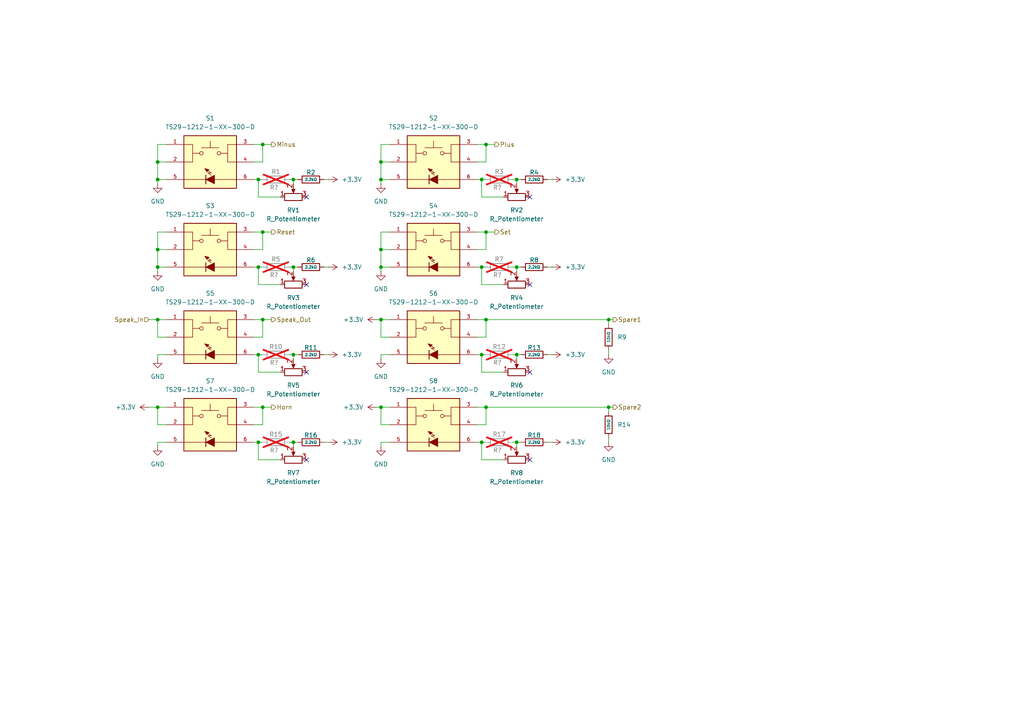
<source format=kicad_sch>
(kicad_sch
	(version 20250114)
	(generator "eeschema")
	(generator_version "9.0")
	(uuid "188c76a6-cbfa-4088-a3ca-0edc6919f9e7")
	(paper "A4")
	(title_block
		(title "Steeringwheel Buttons")
		(date "2025-11-01")
		(rev "0")
		(company "Solar Energy Racers")
	)
	(lib_symbols
		(symbol "Device:R"
			(pin_numbers
				(hide yes)
			)
			(pin_names
				(offset 0)
			)
			(exclude_from_sim no)
			(in_bom yes)
			(on_board yes)
			(property "Reference" "R"
				(at 2.032 0 90)
				(effects
					(font
						(size 1.27 1.27)
					)
				)
			)
			(property "Value" "R"
				(at 0 0 90)
				(effects
					(font
						(size 1.27 1.27)
					)
				)
			)
			(property "Footprint" ""
				(at -1.778 0 90)
				(effects
					(font
						(size 1.27 1.27)
					)
					(hide yes)
				)
			)
			(property "Datasheet" "~"
				(at 0 0 0)
				(effects
					(font
						(size 1.27 1.27)
					)
					(hide yes)
				)
			)
			(property "Description" "Resistor"
				(at 0 0 0)
				(effects
					(font
						(size 1.27 1.27)
					)
					(hide yes)
				)
			)
			(property "ki_keywords" "R res resistor"
				(at 0 0 0)
				(effects
					(font
						(size 1.27 1.27)
					)
					(hide yes)
				)
			)
			(property "ki_fp_filters" "R_*"
				(at 0 0 0)
				(effects
					(font
						(size 1.27 1.27)
					)
					(hide yes)
				)
			)
			(symbol "R_0_1"
				(rectangle
					(start -1.016 -2.54)
					(end 1.016 2.54)
					(stroke
						(width 0.254)
						(type default)
					)
					(fill
						(type none)
					)
				)
			)
			(symbol "R_1_1"
				(pin passive line
					(at 0 3.81 270)
					(length 1.27)
					(name "~"
						(effects
							(font
								(size 1.27 1.27)
							)
						)
					)
					(number "1"
						(effects
							(font
								(size 1.27 1.27)
							)
						)
					)
				)
				(pin passive line
					(at 0 -3.81 90)
					(length 1.27)
					(name "~"
						(effects
							(font
								(size 1.27 1.27)
							)
						)
					)
					(number "2"
						(effects
							(font
								(size 1.27 1.27)
							)
						)
					)
				)
			)
			(embedded_fonts no)
		)
		(symbol "Device:R_Potentiometer"
			(pin_names
				(offset 1.016)
				(hide yes)
			)
			(exclude_from_sim no)
			(in_bom yes)
			(on_board yes)
			(property "Reference" "RV"
				(at -4.445 0 90)
				(effects
					(font
						(size 1.27 1.27)
					)
				)
			)
			(property "Value" "R_Potentiometer"
				(at -2.54 0 90)
				(effects
					(font
						(size 1.27 1.27)
					)
				)
			)
			(property "Footprint" ""
				(at 0 0 0)
				(effects
					(font
						(size 1.27 1.27)
					)
					(hide yes)
				)
			)
			(property "Datasheet" "~"
				(at 0 0 0)
				(effects
					(font
						(size 1.27 1.27)
					)
					(hide yes)
				)
			)
			(property "Description" "Potentiometer"
				(at 0 0 0)
				(effects
					(font
						(size 1.27 1.27)
					)
					(hide yes)
				)
			)
			(property "ki_keywords" "resistor variable"
				(at 0 0 0)
				(effects
					(font
						(size 1.27 1.27)
					)
					(hide yes)
				)
			)
			(property "ki_fp_filters" "Potentiometer*"
				(at 0 0 0)
				(effects
					(font
						(size 1.27 1.27)
					)
					(hide yes)
				)
			)
			(symbol "R_Potentiometer_0_1"
				(rectangle
					(start 1.016 2.54)
					(end -1.016 -2.54)
					(stroke
						(width 0.254)
						(type default)
					)
					(fill
						(type none)
					)
				)
				(polyline
					(pts
						(xy 1.143 0) (xy 2.286 0.508) (xy 2.286 -0.508) (xy 1.143 0)
					)
					(stroke
						(width 0)
						(type default)
					)
					(fill
						(type outline)
					)
				)
				(polyline
					(pts
						(xy 2.54 0) (xy 1.524 0)
					)
					(stroke
						(width 0)
						(type default)
					)
					(fill
						(type none)
					)
				)
			)
			(symbol "R_Potentiometer_1_1"
				(pin passive line
					(at 0 3.81 270)
					(length 1.27)
					(name "1"
						(effects
							(font
								(size 1.27 1.27)
							)
						)
					)
					(number "1"
						(effects
							(font
								(size 1.27 1.27)
							)
						)
					)
				)
				(pin passive line
					(at 0 -3.81 90)
					(length 1.27)
					(name "3"
						(effects
							(font
								(size 1.27 1.27)
							)
						)
					)
					(number "3"
						(effects
							(font
								(size 1.27 1.27)
							)
						)
					)
				)
				(pin passive line
					(at 3.81 0 180)
					(length 1.27)
					(name "2"
						(effects
							(font
								(size 1.27 1.27)
							)
						)
					)
					(number "2"
						(effects
							(font
								(size 1.27 1.27)
							)
						)
					)
				)
			)
			(embedded_fonts no)
		)
		(symbol "Imported_Symbols:TS29-1212-1-XX-300-D"
			(pin_names
				(offset 1.016)
			)
			(exclude_from_sim no)
			(in_bom yes)
			(on_board yes)
			(property "Reference" "S"
				(at -7.62 8.128 0)
				(effects
					(font
						(size 1.27 1.27)
					)
					(justify left bottom)
				)
			)
			(property "Value" "TS29-1212-1-XX-300-D"
				(at -11.938 -8.382 0)
				(effects
					(font
						(size 1.27 1.27)
					)
					(justify left top)
				)
			)
			(property "Footprint" "Imported_Footprints:SW_TS29-1212-1-XX-300-D_mod"
				(at 0 0 0)
				(effects
					(font
						(size 1.27 1.27)
					)
					(justify bottom)
					(hide yes)
				)
			)
			(property "Datasheet" ""
				(at 0 0 0)
				(effects
					(font
						(size 1.27 1.27)
					)
					(hide yes)
				)
			)
			(property "Description" ""
				(at 0 0 0)
				(effects
					(font
						(size 1.27 1.27)
					)
					(hide yes)
				)
			)
			(property "PARTREV" "1.01"
				(at 0 0 0)
				(effects
					(font
						(size 1.27 1.27)
					)
					(justify bottom)
					(hide yes)
				)
			)
			(property "MANUFACTURER" "Same Sky"
				(at 0 0 0)
				(effects
					(font
						(size 1.27 1.27)
					)
					(justify bottom)
					(hide yes)
				)
			)
			(property "STANDARD" "Manufacturer Recommendations"
				(at 0 0 0)
				(effects
					(font
						(size 1.27 1.27)
					)
					(justify bottom)
					(hide yes)
				)
			)
			(symbol "TS29-1212-1-XX-300-D_0_0"
				(rectangle
					(start -7.62 7.62)
					(end 7.62 -7.62)
					(stroke
						(width 0.254)
						(type default)
					)
					(fill
						(type background)
					)
				)
				(polyline
					(pts
						(xy -7.62 5.08) (xy -5.08 5.08)
					)
					(stroke
						(width 0.1524)
						(type default)
					)
					(fill
						(type none)
					)
				)
				(polyline
					(pts
						(xy -7.62 -5.08) (xy -1.27 -5.08)
					)
					(stroke
						(width 0.1524)
						(type default)
					)
					(fill
						(type none)
					)
				)
				(polyline
					(pts
						(xy -5.08 5.08) (xy -5.08 0)
					)
					(stroke
						(width 0.1524)
						(type default)
					)
					(fill
						(type none)
					)
				)
				(polyline
					(pts
						(xy -5.08 2.54) (xy -3.048 2.54)
					)
					(stroke
						(width 0.1524)
						(type default)
					)
					(fill
						(type none)
					)
				)
				(polyline
					(pts
						(xy -5.08 0) (xy -7.62 0)
					)
					(stroke
						(width 0.1524)
						(type default)
					)
					(fill
						(type none)
					)
				)
				(polyline
					(pts
						(xy -2.54 4.1275) (xy 0 4.1275)
					)
					(stroke
						(width 0.1524)
						(type default)
					)
					(fill
						(type none)
					)
				)
				(circle
					(center -2.54 2.54)
					(radius 0.508)
					(stroke
						(width 0.1524)
						(type default)
					)
					(fill
						(type none)
					)
				)
				(polyline
					(pts
						(xy -1.27 -5.08) (xy -1.27 -3.81)
					)
					(stroke
						(width 0.254)
						(type default)
					)
					(fill
						(type none)
					)
				)
				(polyline
					(pts
						(xy -1.27 -6.35) (xy -1.27 -5.08)
					)
					(stroke
						(width 0.254)
						(type default)
					)
					(fill
						(type none)
					)
				)
				(polyline
					(pts
						(xy -0.9525 -2.8575) (xy -0.3175 -2.2225) (xy -1.5875 -1.905) (xy -0.9525 -2.8575)
					)
					(stroke
						(width 0.1524)
						(type default)
					)
					(fill
						(type outline)
					)
				)
				(polyline
					(pts
						(xy -0.635 -3.175) (xy 0.3175 -3.175)
					)
					(stroke
						(width 0.1524)
						(type default)
					)
					(fill
						(type none)
					)
				)
				(polyline
					(pts
						(xy 0 4.1275) (xy 0 6.0325)
					)
					(stroke
						(width 0.1524)
						(type default)
					)
					(fill
						(type none)
					)
				)
				(polyline
					(pts
						(xy 0 4.1275) (xy 2.54 4.1275)
					)
					(stroke
						(width 0.1524)
						(type default)
					)
					(fill
						(type none)
					)
				)
				(polyline
					(pts
						(xy 0.3175 -3.175) (xy -0.635 -2.54)
					)
					(stroke
						(width 0.1524)
						(type default)
					)
					(fill
						(type none)
					)
				)
				(polyline
					(pts
						(xy 0.3175 -3.81) (xy -0.635 -3.175)
					)
					(stroke
						(width 0.1524)
						(type default)
					)
					(fill
						(type none)
					)
				)
				(polyline
					(pts
						(xy 1.27 -5.08) (xy 7.62 -5.08)
					)
					(stroke
						(width 0.1524)
						(type default)
					)
					(fill
						(type none)
					)
				)
				(polyline
					(pts
						(xy 1.27 -6.35) (xy 1.27 -3.81) (xy -1.27 -5.08) (xy 1.27 -6.35)
					)
					(stroke
						(width 0.127)
						(type default)
					)
					(fill
						(type outline)
					)
				)
				(circle
					(center 2.54 2.54)
					(radius 0.508)
					(stroke
						(width 0.1524)
						(type default)
					)
					(fill
						(type none)
					)
				)
				(polyline
					(pts
						(xy 5.08 5.08) (xy 5.08 0)
					)
					(stroke
						(width 0.1524)
						(type default)
					)
					(fill
						(type none)
					)
				)
				(polyline
					(pts
						(xy 5.08 2.54) (xy 3.048 2.54)
					)
					(stroke
						(width 0.1524)
						(type default)
					)
					(fill
						(type none)
					)
				)
				(polyline
					(pts
						(xy 5.08 0) (xy 7.62 0)
					)
					(stroke
						(width 0.1524)
						(type default)
					)
					(fill
						(type none)
					)
				)
				(polyline
					(pts
						(xy 7.62 5.08) (xy 5.08 5.08)
					)
					(stroke
						(width 0.1524)
						(type default)
					)
					(fill
						(type none)
					)
				)
				(pin passive line
					(at -12.7 5.08 0)
					(length 5.08)
					(name "~"
						(effects
							(font
								(size 1.016 1.016)
							)
						)
					)
					(number "1"
						(effects
							(font
								(size 1.016 1.016)
							)
						)
					)
				)
				(pin passive line
					(at -12.7 0 0)
					(length 5.08)
					(name "~"
						(effects
							(font
								(size 1.016 1.016)
							)
						)
					)
					(number "2"
						(effects
							(font
								(size 1.016 1.016)
							)
						)
					)
				)
				(pin passive line
					(at -12.7 -5.08 0)
					(length 5.08)
					(name "~"
						(effects
							(font
								(size 1.016 1.016)
							)
						)
					)
					(number "5"
						(effects
							(font
								(size 1.016 1.016)
							)
						)
					)
				)
				(pin passive line
					(at 12.7 5.08 180)
					(length 5.08)
					(name "~"
						(effects
							(font
								(size 1.016 1.016)
							)
						)
					)
					(number "3"
						(effects
							(font
								(size 1.016 1.016)
							)
						)
					)
				)
				(pin passive line
					(at 12.7 0 180)
					(length 5.08)
					(name "~"
						(effects
							(font
								(size 1.016 1.016)
							)
						)
					)
					(number "4"
						(effects
							(font
								(size 1.016 1.016)
							)
						)
					)
				)
				(pin passive line
					(at 12.7 -5.08 180)
					(length 5.08)
					(name "~"
						(effects
							(font
								(size 1.016 1.016)
							)
						)
					)
					(number "6"
						(effects
							(font
								(size 1.016 1.016)
							)
						)
					)
				)
			)
			(embedded_fonts no)
		)
		(symbol "PCM_JLCPCB-Resistors:0603,10kΩ"
			(pin_numbers
				(hide yes)
			)
			(pin_names
				(offset 0)
			)
			(exclude_from_sim no)
			(in_bom yes)
			(on_board yes)
			(property "Reference" "R"
				(at 1.778 0 0)
				(effects
					(font
						(size 1.27 1.27)
					)
					(justify left)
				)
			)
			(property "Value" "10kΩ"
				(at 0 0 90)
				(do_not_autoplace)
				(effects
					(font
						(size 0.8 0.8)
					)
				)
			)
			(property "Footprint" "PCM_JLCPCB:R_0603"
				(at -1.778 0 90)
				(effects
					(font
						(size 1.27 1.27)
					)
					(hide yes)
				)
			)
			(property "Datasheet" "https://www.lcsc.com/datasheet/lcsc_datasheet_2206010045_UNI-ROYAL-Uniroyal-Elec-0603WAF1002T5E_C25804.pdf"
				(at 0 0 0)
				(effects
					(font
						(size 1.27 1.27)
					)
					(hide yes)
				)
			)
			(property "Description" "100mW Thick Film Resistors 75V ±100ppm/°C ±1% 10kΩ 0603 Chip Resistor - Surface Mount ROHS"
				(at 0 0 0)
				(effects
					(font
						(size 1.27 1.27)
					)
					(hide yes)
				)
			)
			(property "LCSC" "C25804"
				(at 0 0 0)
				(effects
					(font
						(size 1.27 1.27)
					)
					(hide yes)
				)
			)
			(property "Stock" "51181774"
				(at 0 0 0)
				(effects
					(font
						(size 1.27 1.27)
					)
					(hide yes)
				)
			)
			(property "Price" "0.004USD"
				(at 0 0 0)
				(effects
					(font
						(size 1.27 1.27)
					)
					(hide yes)
				)
			)
			(property "Process" "SMT"
				(at 0 0 0)
				(effects
					(font
						(size 1.27 1.27)
					)
					(hide yes)
				)
			)
			(property "Minimum Qty" "20"
				(at 0 0 0)
				(effects
					(font
						(size 1.27 1.27)
					)
					(hide yes)
				)
			)
			(property "Attrition Qty" "10"
				(at 0 0 0)
				(effects
					(font
						(size 1.27 1.27)
					)
					(hide yes)
				)
			)
			(property "Class" "Basic Component"
				(at 0 0 0)
				(effects
					(font
						(size 1.27 1.27)
					)
					(hide yes)
				)
			)
			(property "Category" "Resistors,Chip Resistor - Surface Mount"
				(at 0 0 0)
				(effects
					(font
						(size 1.27 1.27)
					)
					(hide yes)
				)
			)
			(property "Manufacturer" "UNI-ROYAL(Uniroyal Elec)"
				(at 0 0 0)
				(effects
					(font
						(size 1.27 1.27)
					)
					(hide yes)
				)
			)
			(property "Part" "0603WAF1002T5E"
				(at 0 0 0)
				(effects
					(font
						(size 1.27 1.27)
					)
					(hide yes)
				)
			)
			(property "Resistance" "10kΩ"
				(at 0 0 0)
				(effects
					(font
						(size 1.27 1.27)
					)
					(hide yes)
				)
			)
			(property "Power(Watts)" "100mW"
				(at 0 0 0)
				(effects
					(font
						(size 1.27 1.27)
					)
					(hide yes)
				)
			)
			(property "Type" "Thick Film Resistors"
				(at 0 0 0)
				(effects
					(font
						(size 1.27 1.27)
					)
					(hide yes)
				)
			)
			(property "Overload Voltage (Max)" "75V"
				(at 0 0 0)
				(effects
					(font
						(size 1.27 1.27)
					)
					(hide yes)
				)
			)
			(property "Operating Temperature Range" "-55°C~+155°C"
				(at 0 0 0)
				(effects
					(font
						(size 1.27 1.27)
					)
					(hide yes)
				)
			)
			(property "Tolerance" "±1%"
				(at 0 0 0)
				(effects
					(font
						(size 1.27 1.27)
					)
					(hide yes)
				)
			)
			(property "Temperature Coefficient" "±100ppm/°C"
				(at 0 0 0)
				(effects
					(font
						(size 1.27 1.27)
					)
					(hide yes)
				)
			)
			(property "ki_fp_filters" "R_*"
				(at 0 0 0)
				(effects
					(font
						(size 1.27 1.27)
					)
					(hide yes)
				)
			)
			(symbol "0603,10kΩ_0_1"
				(rectangle
					(start -1.016 2.54)
					(end 1.016 -2.54)
					(stroke
						(width 0.254)
						(type default)
					)
					(fill
						(type none)
					)
				)
			)
			(symbol "0603,10kΩ_1_1"
				(pin passive line
					(at 0 3.81 270)
					(length 1.27)
					(name "~"
						(effects
							(font
								(size 1.27 1.27)
							)
						)
					)
					(number "1"
						(effects
							(font
								(size 1.27 1.27)
							)
						)
					)
				)
				(pin passive line
					(at 0 -3.81 90)
					(length 1.27)
					(name "~"
						(effects
							(font
								(size 1.27 1.27)
							)
						)
					)
					(number "2"
						(effects
							(font
								(size 1.27 1.27)
							)
						)
					)
				)
			)
			(embedded_fonts no)
		)
		(symbol "PCM_JLCPCB-Resistors:0603,2.2kΩ"
			(pin_numbers
				(hide yes)
			)
			(pin_names
				(offset 0)
			)
			(exclude_from_sim no)
			(in_bom yes)
			(on_board yes)
			(property "Reference" "R"
				(at 1.778 0 0)
				(effects
					(font
						(size 1.27 1.27)
					)
					(justify left)
				)
			)
			(property "Value" "2.2kΩ"
				(at 0 0 90)
				(do_not_autoplace)
				(effects
					(font
						(size 0.8 0.8)
					)
				)
			)
			(property "Footprint" "PCM_JLCPCB:R_0603"
				(at -1.778 0 90)
				(effects
					(font
						(size 1.27 1.27)
					)
					(hide yes)
				)
			)
			(property "Datasheet" "https://www.lcsc.com/datasheet/lcsc_datasheet_2206010230_UNI-ROYAL-Uniroyal-Elec-0603WAF2201T5E_C4190.pdf"
				(at 0 0 0)
				(effects
					(font
						(size 1.27 1.27)
					)
					(hide yes)
				)
			)
			(property "Description" "100mW Thick Film Resistors 75V ±100ppm/°C ±1% 2.2kΩ 0603 Chip Resistor - Surface Mount ROHS"
				(at 0 0 0)
				(effects
					(font
						(size 1.27 1.27)
					)
					(hide yes)
				)
			)
			(property "LCSC" "C4190"
				(at 0 0 0)
				(effects
					(font
						(size 1.27 1.27)
					)
					(hide yes)
				)
			)
			(property "Stock" "3259603"
				(at 0 0 0)
				(effects
					(font
						(size 1.27 1.27)
					)
					(hide yes)
				)
			)
			(property "Price" "0.004USD"
				(at 0 0 0)
				(effects
					(font
						(size 1.27 1.27)
					)
					(hide yes)
				)
			)
			(property "Process" "SMT"
				(at 0 0 0)
				(effects
					(font
						(size 1.27 1.27)
					)
					(hide yes)
				)
			)
			(property "Minimum Qty" "20"
				(at 0 0 0)
				(effects
					(font
						(size 1.27 1.27)
					)
					(hide yes)
				)
			)
			(property "Attrition Qty" "10"
				(at 0 0 0)
				(effects
					(font
						(size 1.27 1.27)
					)
					(hide yes)
				)
			)
			(property "Class" "Basic Component"
				(at 0 0 0)
				(effects
					(font
						(size 1.27 1.27)
					)
					(hide yes)
				)
			)
			(property "Category" "Resistors,Chip Resistor - Surface Mount"
				(at 0 0 0)
				(effects
					(font
						(size 1.27 1.27)
					)
					(hide yes)
				)
			)
			(property "Manufacturer" "UNI-ROYAL(Uniroyal Elec)"
				(at 0 0 0)
				(effects
					(font
						(size 1.27 1.27)
					)
					(hide yes)
				)
			)
			(property "Part" "0603WAF2201T5E"
				(at 0 0 0)
				(effects
					(font
						(size 1.27 1.27)
					)
					(hide yes)
				)
			)
			(property "Resistance" "2.2kΩ"
				(at 0 0 0)
				(effects
					(font
						(size 1.27 1.27)
					)
					(hide yes)
				)
			)
			(property "Power(Watts)" "100mW"
				(at 0 0 0)
				(effects
					(font
						(size 1.27 1.27)
					)
					(hide yes)
				)
			)
			(property "Type" "Thick Film Resistors"
				(at 0 0 0)
				(effects
					(font
						(size 1.27 1.27)
					)
					(hide yes)
				)
			)
			(property "Overload Voltage (Max)" "75V"
				(at 0 0 0)
				(effects
					(font
						(size 1.27 1.27)
					)
					(hide yes)
				)
			)
			(property "Operating Temperature Range" "-55°C~+155°C"
				(at 0 0 0)
				(effects
					(font
						(size 1.27 1.27)
					)
					(hide yes)
				)
			)
			(property "Tolerance" "±1%"
				(at 0 0 0)
				(effects
					(font
						(size 1.27 1.27)
					)
					(hide yes)
				)
			)
			(property "Temperature Coefficient" "±100ppm/°C"
				(at 0 0 0)
				(effects
					(font
						(size 1.27 1.27)
					)
					(hide yes)
				)
			)
			(property "ki_fp_filters" "R_*"
				(at 0 0 0)
				(effects
					(font
						(size 1.27 1.27)
					)
					(hide yes)
				)
			)
			(symbol "0603,2.2kΩ_0_1"
				(rectangle
					(start -1.016 2.54)
					(end 1.016 -2.54)
					(stroke
						(width 0.254)
						(type default)
					)
					(fill
						(type none)
					)
				)
			)
			(symbol "0603,2.2kΩ_1_1"
				(pin passive line
					(at 0 3.81 270)
					(length 1.27)
					(name "~"
						(effects
							(font
								(size 1.27 1.27)
							)
						)
					)
					(number "1"
						(effects
							(font
								(size 1.27 1.27)
							)
						)
					)
				)
				(pin passive line
					(at 0 -3.81 90)
					(length 1.27)
					(name "~"
						(effects
							(font
								(size 1.27 1.27)
							)
						)
					)
					(number "2"
						(effects
							(font
								(size 1.27 1.27)
							)
						)
					)
				)
			)
			(embedded_fonts no)
		)
		(symbol "power:+3.3V"
			(power)
			(pin_numbers
				(hide yes)
			)
			(pin_names
				(offset 0)
				(hide yes)
			)
			(exclude_from_sim no)
			(in_bom yes)
			(on_board yes)
			(property "Reference" "#PWR"
				(at 0 -3.81 0)
				(effects
					(font
						(size 1.27 1.27)
					)
					(hide yes)
				)
			)
			(property "Value" "+3.3V"
				(at 0 3.556 0)
				(effects
					(font
						(size 1.27 1.27)
					)
				)
			)
			(property "Footprint" ""
				(at 0 0 0)
				(effects
					(font
						(size 1.27 1.27)
					)
					(hide yes)
				)
			)
			(property "Datasheet" ""
				(at 0 0 0)
				(effects
					(font
						(size 1.27 1.27)
					)
					(hide yes)
				)
			)
			(property "Description" "Power symbol creates a global label with name \"+3.3V\""
				(at 0 0 0)
				(effects
					(font
						(size 1.27 1.27)
					)
					(hide yes)
				)
			)
			(property "ki_keywords" "global power"
				(at 0 0 0)
				(effects
					(font
						(size 1.27 1.27)
					)
					(hide yes)
				)
			)
			(symbol "+3.3V_0_1"
				(polyline
					(pts
						(xy -0.762 1.27) (xy 0 2.54)
					)
					(stroke
						(width 0)
						(type default)
					)
					(fill
						(type none)
					)
				)
				(polyline
					(pts
						(xy 0 2.54) (xy 0.762 1.27)
					)
					(stroke
						(width 0)
						(type default)
					)
					(fill
						(type none)
					)
				)
				(polyline
					(pts
						(xy 0 0) (xy 0 2.54)
					)
					(stroke
						(width 0)
						(type default)
					)
					(fill
						(type none)
					)
				)
			)
			(symbol "+3.3V_1_1"
				(pin power_in line
					(at 0 0 90)
					(length 0)
					(name "~"
						(effects
							(font
								(size 1.27 1.27)
							)
						)
					)
					(number "1"
						(effects
							(font
								(size 1.27 1.27)
							)
						)
					)
				)
			)
			(embedded_fonts no)
		)
		(symbol "power:GND"
			(power)
			(pin_numbers
				(hide yes)
			)
			(pin_names
				(offset 0)
				(hide yes)
			)
			(exclude_from_sim no)
			(in_bom yes)
			(on_board yes)
			(property "Reference" "#PWR"
				(at 0 -6.35 0)
				(effects
					(font
						(size 1.27 1.27)
					)
					(hide yes)
				)
			)
			(property "Value" "GND"
				(at 0 -3.81 0)
				(effects
					(font
						(size 1.27 1.27)
					)
				)
			)
			(property "Footprint" ""
				(at 0 0 0)
				(effects
					(font
						(size 1.27 1.27)
					)
					(hide yes)
				)
			)
			(property "Datasheet" ""
				(at 0 0 0)
				(effects
					(font
						(size 1.27 1.27)
					)
					(hide yes)
				)
			)
			(property "Description" "Power symbol creates a global label with name \"GND\" , ground"
				(at 0 0 0)
				(effects
					(font
						(size 1.27 1.27)
					)
					(hide yes)
				)
			)
			(property "ki_keywords" "global power"
				(at 0 0 0)
				(effects
					(font
						(size 1.27 1.27)
					)
					(hide yes)
				)
			)
			(symbol "GND_0_1"
				(polyline
					(pts
						(xy 0 0) (xy 0 -1.27) (xy 1.27 -1.27) (xy 0 -2.54) (xy -1.27 -1.27) (xy 0 -1.27)
					)
					(stroke
						(width 0)
						(type default)
					)
					(fill
						(type none)
					)
				)
			)
			(symbol "GND_1_1"
				(pin power_in line
					(at 0 0 270)
					(length 0)
					(name "~"
						(effects
							(font
								(size 1.27 1.27)
							)
						)
					)
					(number "1"
						(effects
							(font
								(size 1.27 1.27)
							)
						)
					)
				)
			)
			(embedded_fonts no)
		)
	)
	(junction
		(at 110.49 92.71)
		(diameter 0)
		(color 0 0 0 0)
		(uuid "09869d20-cf2c-4702-a3de-ec451b2df2c2")
	)
	(junction
		(at 74.93 102.87)
		(diameter 0)
		(color 0 0 0 0)
		(uuid "0d670e28-2116-44b5-9082-107750820664")
	)
	(junction
		(at 45.72 118.11)
		(diameter 0)
		(color 0 0 0 0)
		(uuid "111a04c2-c42a-41c3-a1f6-06a09d4246a6")
	)
	(junction
		(at 139.7 128.27)
		(diameter 0)
		(color 0 0 0 0)
		(uuid "12f2d578-c4ad-47b8-b31d-0dd95a573c14")
	)
	(junction
		(at 85.09 77.47)
		(diameter 0)
		(color 0 0 0 0)
		(uuid "141717f1-c63c-4635-97a2-4c8a92a8dc47")
	)
	(junction
		(at 149.86 102.87)
		(diameter 0)
		(color 0 0 0 0)
		(uuid "25f18cb4-d95f-45dc-bc66-efc317b4a26e")
	)
	(junction
		(at 149.86 52.07)
		(diameter 0)
		(color 0 0 0 0)
		(uuid "352df435-fce5-4e93-b238-214e70b0fc0e")
	)
	(junction
		(at 149.86 128.27)
		(diameter 0)
		(color 0 0 0 0)
		(uuid "3eb81466-5e82-45c2-bf34-09845cbafa5b")
	)
	(junction
		(at 140.97 41.91)
		(diameter 0)
		(color 0 0 0 0)
		(uuid "42fc5953-a6af-4136-bcaf-1ed6fd5a60ca")
	)
	(junction
		(at 139.7 102.87)
		(diameter 0)
		(color 0 0 0 0)
		(uuid "4948544a-1398-4d13-a0eb-0cbf9120f3ce")
	)
	(junction
		(at 139.7 77.47)
		(diameter 0)
		(color 0 0 0 0)
		(uuid "53277536-65ca-4dc6-9895-58589663f07e")
	)
	(junction
		(at 139.7 52.07)
		(diameter 0)
		(color 0 0 0 0)
		(uuid "55babace-70ee-43d2-aa98-2381abad8df7")
	)
	(junction
		(at 74.93 128.27)
		(diameter 0)
		(color 0 0 0 0)
		(uuid "60e48741-acf1-4d77-ab68-73821186b587")
	)
	(junction
		(at 110.49 77.47)
		(diameter 0)
		(color 0 0 0 0)
		(uuid "66bce20b-02ec-44c8-875b-93bff7ca8cd6")
	)
	(junction
		(at 76.2 92.71)
		(diameter 0)
		(color 0 0 0 0)
		(uuid "6de4a9b5-586c-4419-a0f0-ff0ba64b0747")
	)
	(junction
		(at 110.49 46.99)
		(diameter 0)
		(color 0 0 0 0)
		(uuid "76b4dc79-49a3-44a5-b97a-2feed5ed8ca9")
	)
	(junction
		(at 85.09 52.07)
		(diameter 0)
		(color 0 0 0 0)
		(uuid "794e46ea-3470-4811-832e-2453d65bf4d1")
	)
	(junction
		(at 110.49 118.11)
		(diameter 0)
		(color 0 0 0 0)
		(uuid "7ab4a54b-a950-429f-a9bf-67cc2de74f87")
	)
	(junction
		(at 140.97 67.31)
		(diameter 0)
		(color 0 0 0 0)
		(uuid "7e2e573b-2275-41cd-a1f5-d0615ecff18f")
	)
	(junction
		(at 45.72 46.99)
		(diameter 0)
		(color 0 0 0 0)
		(uuid "81801bd4-0491-4ed3-8710-829280091e24")
	)
	(junction
		(at 76.2 41.91)
		(diameter 0)
		(color 0 0 0 0)
		(uuid "8a85dff2-1567-4947-944c-ad87da840abd")
	)
	(junction
		(at 74.93 52.07)
		(diameter 0)
		(color 0 0 0 0)
		(uuid "90a81537-7ed3-4951-ba0c-3abb37e12124")
	)
	(junction
		(at 140.97 118.11)
		(diameter 0)
		(color 0 0 0 0)
		(uuid "9b5a3429-07d0-425d-991b-62307473d4b6")
	)
	(junction
		(at 45.72 52.07)
		(diameter 0)
		(color 0 0 0 0)
		(uuid "aa1ee9da-ae5f-483a-8c2f-e7a7dbab039a")
	)
	(junction
		(at 45.72 92.71)
		(diameter 0)
		(color 0 0 0 0)
		(uuid "af2cfb86-61f0-4173-974d-15348de6f497")
	)
	(junction
		(at 140.97 92.71)
		(diameter 0)
		(color 0 0 0 0)
		(uuid "b28d0cd4-4f50-4412-8bb1-c21a326d73bb")
	)
	(junction
		(at 110.49 72.39)
		(diameter 0)
		(color 0 0 0 0)
		(uuid "b5d3e773-72af-42c1-96a5-289a9dc084e4")
	)
	(junction
		(at 74.93 77.47)
		(diameter 0)
		(color 0 0 0 0)
		(uuid "b9be04df-eb9c-4613-9dd5-2d6f57d526c1")
	)
	(junction
		(at 76.2 67.31)
		(diameter 0)
		(color 0 0 0 0)
		(uuid "bd65fbea-8eeb-4c3e-b357-0941761feebd")
	)
	(junction
		(at 76.2 118.11)
		(diameter 0)
		(color 0 0 0 0)
		(uuid "c7b93137-6960-45ab-8af2-56f079c8b355")
	)
	(junction
		(at 110.49 52.07)
		(diameter 0)
		(color 0 0 0 0)
		(uuid "ccb5239c-ecaa-40ac-bd66-33fd64aabc23")
	)
	(junction
		(at 149.86 77.47)
		(diameter 0)
		(color 0 0 0 0)
		(uuid "d60bf755-67cf-403d-9280-e8751e4dd4f4")
	)
	(junction
		(at 176.53 118.11)
		(diameter 0)
		(color 0 0 0 0)
		(uuid "d6849790-0252-483a-adfe-ce5438207370")
	)
	(junction
		(at 45.72 72.39)
		(diameter 0)
		(color 0 0 0 0)
		(uuid "e2e87687-5437-4ce7-b8a0-dfca68a7ae63")
	)
	(junction
		(at 85.09 128.27)
		(diameter 0)
		(color 0 0 0 0)
		(uuid "e7c49827-1ec9-48f1-b51f-a0b2437ebf88")
	)
	(junction
		(at 85.09 102.87)
		(diameter 0)
		(color 0 0 0 0)
		(uuid "eab9f318-7a2e-42fa-8f9e-adce2d953b84")
	)
	(junction
		(at 176.53 92.71)
		(diameter 0)
		(color 0 0 0 0)
		(uuid "f5b31af7-b170-45dd-b9d9-7ea841d55ed6")
	)
	(junction
		(at 45.72 77.47)
		(diameter 0)
		(color 0 0 0 0)
		(uuid "fa884549-bb52-4523-bc1f-30045d19ec99")
	)
	(no_connect
		(at 88.9 107.95)
		(uuid "160ad849-c418-4622-9af4-edd4f27780ec")
	)
	(no_connect
		(at 153.67 57.15)
		(uuid "4f05b51f-67a0-4208-afa3-4aa7c41b00aa")
	)
	(no_connect
		(at 153.67 107.95)
		(uuid "5e161f39-214b-4fb0-b707-56c3cc2dbdef")
	)
	(no_connect
		(at 88.9 82.55)
		(uuid "65c9dee9-43c6-4d4d-a045-cd75e2e4f328")
	)
	(no_connect
		(at 88.9 57.15)
		(uuid "a3d41d94-8340-4f90-91a8-e0c49ae1ce8a")
	)
	(no_connect
		(at 88.9 133.35)
		(uuid "aacfab99-89d8-457a-99f4-46137b3e67c0")
	)
	(no_connect
		(at 153.67 82.55)
		(uuid "e7f952e8-cd0c-41d7-a6cc-affdfe33dee4")
	)
	(no_connect
		(at 153.67 133.35)
		(uuid "f53eac8a-8160-40f3-812c-ecb1057ab70f")
	)
	(wire
		(pts
			(xy 138.43 46.99) (xy 140.97 46.99)
		)
		(stroke
			(width 0)
			(type default)
		)
		(uuid "022b75a0-db20-4836-be72-9060eda5f010")
	)
	(wire
		(pts
			(xy 148.59 52.07) (xy 149.86 52.07)
		)
		(stroke
			(width 0)
			(type default)
		)
		(uuid "03823f34-8132-4660-831e-924675c24a8b")
	)
	(wire
		(pts
			(xy 81.28 133.35) (xy 74.93 133.35)
		)
		(stroke
			(width 0)
			(type default)
		)
		(uuid "053b6b1c-5044-4508-a0a6-f3069b4a75db")
	)
	(wire
		(pts
			(xy 140.97 97.79) (xy 140.97 92.71)
		)
		(stroke
			(width 0)
			(type default)
		)
		(uuid "0a8372f1-ee7b-4e2c-aa0b-d820472ceeae")
	)
	(wire
		(pts
			(xy 110.49 102.87) (xy 113.03 102.87)
		)
		(stroke
			(width 0)
			(type default)
		)
		(uuid "0c60b2a8-66f2-46c9-a431-51e707548a5f")
	)
	(wire
		(pts
			(xy 143.51 67.31) (xy 140.97 67.31)
		)
		(stroke
			(width 0)
			(type default)
		)
		(uuid "0dd26032-f4fb-430f-a35c-b68bf4eee42d")
	)
	(wire
		(pts
			(xy 74.93 133.35) (xy 74.93 128.27)
		)
		(stroke
			(width 0)
			(type default)
		)
		(uuid "0fa0519f-913e-4451-9f93-543aa3ed47ac")
	)
	(wire
		(pts
			(xy 140.97 77.47) (xy 139.7 77.47)
		)
		(stroke
			(width 0)
			(type default)
		)
		(uuid "0ff8f781-83b3-4621-b682-56314bc933ce")
	)
	(wire
		(pts
			(xy 78.74 41.91) (xy 76.2 41.91)
		)
		(stroke
			(width 0)
			(type default)
		)
		(uuid "12515650-42c8-451f-89e0-e700a7c40a95")
	)
	(wire
		(pts
			(xy 45.72 97.79) (xy 48.26 97.79)
		)
		(stroke
			(width 0)
			(type default)
		)
		(uuid "139eff82-6f78-42d0-a982-9a5e5a82de75")
	)
	(wire
		(pts
			(xy 73.66 128.27) (xy 74.93 128.27)
		)
		(stroke
			(width 0)
			(type default)
		)
		(uuid "16046752-6872-48bb-b3c8-4f34e0b98af4")
	)
	(wire
		(pts
			(xy 176.53 92.71) (xy 176.53 93.98)
		)
		(stroke
			(width 0)
			(type default)
		)
		(uuid "16e5c2ef-7471-4507-8aca-d06b6ac15f2a")
	)
	(wire
		(pts
			(xy 73.66 46.99) (xy 76.2 46.99)
		)
		(stroke
			(width 0)
			(type default)
		)
		(uuid "170134ac-4904-4ad3-9c5a-c058a147c229")
	)
	(wire
		(pts
			(xy 110.49 77.47) (xy 113.03 77.47)
		)
		(stroke
			(width 0)
			(type default)
		)
		(uuid "178bd319-9d65-427e-b76e-e3af17d9990d")
	)
	(wire
		(pts
			(xy 146.05 107.95) (xy 139.7 107.95)
		)
		(stroke
			(width 0)
			(type default)
		)
		(uuid "1a9ce3ba-bd4a-43f5-b6db-730ae498fde9")
	)
	(wire
		(pts
			(xy 76.2 77.47) (xy 74.93 77.47)
		)
		(stroke
			(width 0)
			(type default)
		)
		(uuid "1ac58ee3-5055-4848-adf8-524a589b96d5")
	)
	(wire
		(pts
			(xy 81.28 107.95) (xy 74.93 107.95)
		)
		(stroke
			(width 0)
			(type default)
		)
		(uuid "1b7253e2-5148-4e10-a2f9-73c5321dbf49")
	)
	(wire
		(pts
			(xy 138.43 77.47) (xy 139.7 77.47)
		)
		(stroke
			(width 0)
			(type default)
		)
		(uuid "1ca09cb8-4876-4117-bb8f-11ae0c563add")
	)
	(wire
		(pts
			(xy 110.49 123.19) (xy 113.03 123.19)
		)
		(stroke
			(width 0)
			(type default)
		)
		(uuid "1d09bc4f-16a4-4c89-9202-713186bc2087")
	)
	(wire
		(pts
			(xy 110.49 128.27) (xy 113.03 128.27)
		)
		(stroke
			(width 0)
			(type default)
		)
		(uuid "1e2d8b15-9649-45aa-b19b-4ca19bc4a632")
	)
	(wire
		(pts
			(xy 45.72 52.07) (xy 45.72 53.34)
		)
		(stroke
			(width 0)
			(type default)
		)
		(uuid "1f2abbbe-a183-4d71-8279-780f95cfa73e")
	)
	(wire
		(pts
			(xy 85.09 128.27) (xy 85.09 129.54)
		)
		(stroke
			(width 0)
			(type default)
		)
		(uuid "1fa6512e-5582-4464-a548-7c6db7870283")
	)
	(wire
		(pts
			(xy 110.49 72.39) (xy 110.49 77.47)
		)
		(stroke
			(width 0)
			(type default)
		)
		(uuid "1fbf2936-2f55-4945-b3c9-30a113cf067d")
	)
	(wire
		(pts
			(xy 73.66 52.07) (xy 74.93 52.07)
		)
		(stroke
			(width 0)
			(type default)
		)
		(uuid "2173a018-4fdd-4a27-9c64-ef14a51d4700")
	)
	(wire
		(pts
			(xy 138.43 97.79) (xy 140.97 97.79)
		)
		(stroke
			(width 0)
			(type default)
		)
		(uuid "22a47bd1-6dc2-416c-ae1e-2cfc2257b1e4")
	)
	(wire
		(pts
			(xy 110.49 67.31) (xy 113.03 67.31)
		)
		(stroke
			(width 0)
			(type default)
		)
		(uuid "22f22e68-5650-44bc-ae0b-75019ee1cc82")
	)
	(wire
		(pts
			(xy 110.49 72.39) (xy 113.03 72.39)
		)
		(stroke
			(width 0)
			(type default)
		)
		(uuid "2530a4f6-7647-4ed4-8cd3-3aef25da2542")
	)
	(wire
		(pts
			(xy 83.82 102.87) (xy 85.09 102.87)
		)
		(stroke
			(width 0)
			(type default)
		)
		(uuid "26d90a06-501d-4b08-a4db-983d4d7cd31e")
	)
	(wire
		(pts
			(xy 110.49 128.27) (xy 110.49 129.54)
		)
		(stroke
			(width 0)
			(type default)
		)
		(uuid "2800c121-32c4-40aa-ab1b-4371324fda69")
	)
	(wire
		(pts
			(xy 76.2 92.71) (xy 73.66 92.71)
		)
		(stroke
			(width 0)
			(type default)
		)
		(uuid "2932af00-2be2-46ec-be24-3439c500dbf4")
	)
	(wire
		(pts
			(xy 86.36 102.87) (xy 85.09 102.87)
		)
		(stroke
			(width 0)
			(type default)
		)
		(uuid "293a020a-8a39-402f-bec4-8af48b15f953")
	)
	(wire
		(pts
			(xy 43.18 118.11) (xy 45.72 118.11)
		)
		(stroke
			(width 0)
			(type default)
		)
		(uuid "2a84e46d-8953-4368-8b12-3abff9fa0c90")
	)
	(wire
		(pts
			(xy 76.2 97.79) (xy 76.2 92.71)
		)
		(stroke
			(width 0)
			(type default)
		)
		(uuid "2c2e1bbc-9d04-41c3-84b5-5660ae5bb32f")
	)
	(wire
		(pts
			(xy 139.7 82.55) (xy 139.7 77.47)
		)
		(stroke
			(width 0)
			(type default)
		)
		(uuid "2dcb71e4-05e9-4a5c-a011-96d9e4e036c3")
	)
	(wire
		(pts
			(xy 148.59 128.27) (xy 149.86 128.27)
		)
		(stroke
			(width 0)
			(type default)
		)
		(uuid "2e5449ca-4a7b-4133-b193-6b007d22e8e2")
	)
	(wire
		(pts
			(xy 160.02 77.47) (xy 158.75 77.47)
		)
		(stroke
			(width 0)
			(type default)
		)
		(uuid "324608d8-2738-451a-9b48-bfa057805d75")
	)
	(wire
		(pts
			(xy 95.25 77.47) (xy 93.98 77.47)
		)
		(stroke
			(width 0)
			(type default)
		)
		(uuid "3676a13a-c9ba-446d-b57b-a21efe4b8255")
	)
	(wire
		(pts
			(xy 74.93 82.55) (xy 74.93 77.47)
		)
		(stroke
			(width 0)
			(type default)
		)
		(uuid "36b77416-9085-4347-94cb-97ca05f7908a")
	)
	(wire
		(pts
			(xy 81.28 57.15) (xy 74.93 57.15)
		)
		(stroke
			(width 0)
			(type default)
		)
		(uuid "39cb3c32-4e70-4a47-8177-7823b2afb3d6")
	)
	(wire
		(pts
			(xy 45.72 67.31) (xy 45.72 72.39)
		)
		(stroke
			(width 0)
			(type default)
		)
		(uuid "3d8c90a2-779a-459d-a5f0-aab0a5ee8841")
	)
	(wire
		(pts
			(xy 73.66 102.87) (xy 74.93 102.87)
		)
		(stroke
			(width 0)
			(type default)
		)
		(uuid "3ecbaf7f-aa71-4361-8590-2d36864b9bc2")
	)
	(wire
		(pts
			(xy 73.66 77.47) (xy 74.93 77.47)
		)
		(stroke
			(width 0)
			(type default)
		)
		(uuid "402ea5ce-4281-48e0-bb6c-3bb8b152f01e")
	)
	(wire
		(pts
			(xy 76.2 41.91) (xy 73.66 41.91)
		)
		(stroke
			(width 0)
			(type default)
		)
		(uuid "407ee278-5c26-4080-b55e-81e5c107eae5")
	)
	(wire
		(pts
			(xy 45.72 77.47) (xy 48.26 77.47)
		)
		(stroke
			(width 0)
			(type default)
		)
		(uuid "40d7141c-2ce1-4e00-8773-95491205773d")
	)
	(wire
		(pts
			(xy 140.97 123.19) (xy 140.97 118.11)
		)
		(stroke
			(width 0)
			(type default)
		)
		(uuid "455ba693-610a-4eaa-ade2-3106231e6bb2")
	)
	(wire
		(pts
			(xy 138.43 52.07) (xy 139.7 52.07)
		)
		(stroke
			(width 0)
			(type default)
		)
		(uuid "46569787-97a0-4f9e-93b5-2ce44e7f55f5")
	)
	(wire
		(pts
			(xy 110.49 97.79) (xy 113.03 97.79)
		)
		(stroke
			(width 0)
			(type default)
		)
		(uuid "470b37a0-829e-44d5-9886-1e7414613bf3")
	)
	(wire
		(pts
			(xy 45.72 67.31) (xy 48.26 67.31)
		)
		(stroke
			(width 0)
			(type default)
		)
		(uuid "48e797ae-31a0-43f6-b872-f29bac7f89af")
	)
	(wire
		(pts
			(xy 148.59 77.47) (xy 149.86 77.47)
		)
		(stroke
			(width 0)
			(type default)
		)
		(uuid "4ad69088-4d8a-4bd2-9e41-3725abe04c05")
	)
	(wire
		(pts
			(xy 86.36 128.27) (xy 85.09 128.27)
		)
		(stroke
			(width 0)
			(type default)
		)
		(uuid "4c515f4c-d958-4cd6-a386-f976413b8cad")
	)
	(wire
		(pts
			(xy 109.22 92.71) (xy 110.49 92.71)
		)
		(stroke
			(width 0)
			(type default)
		)
		(uuid "4e0bfd96-4ce6-42bf-87d5-a24fd8cda808")
	)
	(wire
		(pts
			(xy 83.82 128.27) (xy 85.09 128.27)
		)
		(stroke
			(width 0)
			(type default)
		)
		(uuid "527adf42-45e9-4762-8e45-39dd6d864ccf")
	)
	(wire
		(pts
			(xy 110.49 102.87) (xy 110.49 104.14)
		)
		(stroke
			(width 0)
			(type default)
		)
		(uuid "52dc2061-188b-4da3-9f7e-99bfa1bcedfe")
	)
	(wire
		(pts
			(xy 76.2 46.99) (xy 76.2 41.91)
		)
		(stroke
			(width 0)
			(type default)
		)
		(uuid "54d7a49b-ec7a-424c-9cca-257f2467229e")
	)
	(wire
		(pts
			(xy 176.53 101.6) (xy 176.53 102.87)
		)
		(stroke
			(width 0)
			(type default)
		)
		(uuid "5628c76d-bb34-4ba2-99c2-24fd6c821689")
	)
	(wire
		(pts
			(xy 73.66 72.39) (xy 76.2 72.39)
		)
		(stroke
			(width 0)
			(type default)
		)
		(uuid "588c336c-cf7d-43a7-b124-fd999c295704")
	)
	(wire
		(pts
			(xy 138.43 102.87) (xy 139.7 102.87)
		)
		(stroke
			(width 0)
			(type default)
		)
		(uuid "593ebbf6-2701-47dc-a07c-2328fc3969be")
	)
	(wire
		(pts
			(xy 85.09 52.07) (xy 85.09 53.34)
		)
		(stroke
			(width 0)
			(type default)
		)
		(uuid "5b852060-0407-4a6d-9cfe-8cbde3c6309c")
	)
	(wire
		(pts
			(xy 45.72 41.91) (xy 45.72 46.99)
		)
		(stroke
			(width 0)
			(type default)
		)
		(uuid "5d733220-4ff3-4312-b3c7-2fca11dec8a7")
	)
	(wire
		(pts
			(xy 110.49 52.07) (xy 110.49 53.34)
		)
		(stroke
			(width 0)
			(type default)
		)
		(uuid "62237325-30e4-4bd4-81c8-e69a632110d1")
	)
	(wire
		(pts
			(xy 140.97 92.71) (xy 176.53 92.71)
		)
		(stroke
			(width 0)
			(type default)
		)
		(uuid "65628670-1402-4301-b02c-d86a08d7bcea")
	)
	(wire
		(pts
			(xy 45.72 77.47) (xy 45.72 78.74)
		)
		(stroke
			(width 0)
			(type default)
		)
		(uuid "662b585a-a650-4a01-99d3-1593b6e74fa9")
	)
	(wire
		(pts
			(xy 78.74 67.31) (xy 76.2 67.31)
		)
		(stroke
			(width 0)
			(type default)
		)
		(uuid "66cf2747-396c-4836-bd1c-96dff23e9af7")
	)
	(wire
		(pts
			(xy 43.18 92.71) (xy 45.72 92.71)
		)
		(stroke
			(width 0)
			(type default)
		)
		(uuid "6a3a4828-4809-497b-86ac-f88fd81fe343")
	)
	(wire
		(pts
			(xy 78.74 92.71) (xy 76.2 92.71)
		)
		(stroke
			(width 0)
			(type default)
		)
		(uuid "6ab9f235-f363-48a4-8bbc-ed8ed6363041")
	)
	(wire
		(pts
			(xy 45.72 118.11) (xy 45.72 123.19)
		)
		(stroke
			(width 0)
			(type default)
		)
		(uuid "714b1de1-e8a5-47b0-a30c-045f09a77b2b")
	)
	(wire
		(pts
			(xy 110.49 77.47) (xy 110.49 78.74)
		)
		(stroke
			(width 0)
			(type default)
		)
		(uuid "74d64a55-ab1e-4a2c-9053-e25d25a3da70")
	)
	(wire
		(pts
			(xy 140.97 128.27) (xy 139.7 128.27)
		)
		(stroke
			(width 0)
			(type default)
		)
		(uuid "7732ae0e-ff48-46fb-849f-d92ffa050cdb")
	)
	(wire
		(pts
			(xy 143.51 41.91) (xy 140.97 41.91)
		)
		(stroke
			(width 0)
			(type default)
		)
		(uuid "776cd061-d376-4cec-bf95-c27d60524bb1")
	)
	(wire
		(pts
			(xy 110.49 41.91) (xy 113.03 41.91)
		)
		(stroke
			(width 0)
			(type default)
		)
		(uuid "77c9a61c-5312-412a-ad5a-689b6fd6b93c")
	)
	(wire
		(pts
			(xy 45.72 102.87) (xy 48.26 102.87)
		)
		(stroke
			(width 0)
			(type default)
		)
		(uuid "7b813c0c-b91d-4c26-953c-ab64dab973ba")
	)
	(wire
		(pts
			(xy 140.97 102.87) (xy 139.7 102.87)
		)
		(stroke
			(width 0)
			(type default)
		)
		(uuid "7d6250c9-04a0-4e3a-9ab8-2f37494aa6b3")
	)
	(wire
		(pts
			(xy 148.59 102.87) (xy 149.86 102.87)
		)
		(stroke
			(width 0)
			(type default)
		)
		(uuid "81cc655a-098c-44ae-9346-9182df3201e3")
	)
	(wire
		(pts
			(xy 138.43 128.27) (xy 139.7 128.27)
		)
		(stroke
			(width 0)
			(type default)
		)
		(uuid "81d6fa44-33b7-45ef-9f7a-f6830523080c")
	)
	(wire
		(pts
			(xy 140.97 52.07) (xy 139.7 52.07)
		)
		(stroke
			(width 0)
			(type default)
		)
		(uuid "82fe6098-f909-463a-909d-f596f43f2c3d")
	)
	(wire
		(pts
			(xy 149.86 102.87) (xy 149.86 104.14)
		)
		(stroke
			(width 0)
			(type default)
		)
		(uuid "840e419e-08ae-4b31-a338-28125ae171d6")
	)
	(wire
		(pts
			(xy 81.28 82.55) (xy 74.93 82.55)
		)
		(stroke
			(width 0)
			(type default)
		)
		(uuid "84311930-85c1-4370-8e8a-70488520db29")
	)
	(wire
		(pts
			(xy 140.97 118.11) (xy 176.53 118.11)
		)
		(stroke
			(width 0)
			(type default)
		)
		(uuid "846e70cd-2808-4851-a968-0b9e23f6dc0c")
	)
	(wire
		(pts
			(xy 45.72 118.11) (xy 48.26 118.11)
		)
		(stroke
			(width 0)
			(type default)
		)
		(uuid "85933a23-65dd-42e4-bff1-e0bd55864897")
	)
	(wire
		(pts
			(xy 110.49 46.99) (xy 113.03 46.99)
		)
		(stroke
			(width 0)
			(type default)
		)
		(uuid "86c69d1a-8ebe-436b-91ee-507f1c9b7ab3")
	)
	(wire
		(pts
			(xy 146.05 57.15) (xy 139.7 57.15)
		)
		(stroke
			(width 0)
			(type default)
		)
		(uuid "88d95f32-af3e-4b95-98bc-ebc0d83cdc2b")
	)
	(wire
		(pts
			(xy 76.2 67.31) (xy 73.66 67.31)
		)
		(stroke
			(width 0)
			(type default)
		)
		(uuid "8ae4ab08-de0b-4cf8-b929-a21b9a742345")
	)
	(wire
		(pts
			(xy 151.13 77.47) (xy 149.86 77.47)
		)
		(stroke
			(width 0)
			(type default)
		)
		(uuid "8b917f78-0075-4f94-a6c5-4bcfdee7134a")
	)
	(wire
		(pts
			(xy 140.97 41.91) (xy 138.43 41.91)
		)
		(stroke
			(width 0)
			(type default)
		)
		(uuid "8be211fc-ceed-4f53-8df6-5918546976ba")
	)
	(wire
		(pts
			(xy 45.72 128.27) (xy 45.72 129.54)
		)
		(stroke
			(width 0)
			(type default)
		)
		(uuid "8bf4757b-96d4-437a-b532-85214332eb78")
	)
	(wire
		(pts
			(xy 140.97 92.71) (xy 138.43 92.71)
		)
		(stroke
			(width 0)
			(type default)
		)
		(uuid "90295da8-82d5-457c-82f6-450696202b75")
	)
	(wire
		(pts
			(xy 76.2 118.11) (xy 73.66 118.11)
		)
		(stroke
			(width 0)
			(type default)
		)
		(uuid "91ab12f4-7a95-491f-b800-44a1360c169a")
	)
	(wire
		(pts
			(xy 85.09 102.87) (xy 85.09 104.14)
		)
		(stroke
			(width 0)
			(type default)
		)
		(uuid "9802ced6-e44d-4fc7-b191-a83c5ba595a9")
	)
	(wire
		(pts
			(xy 110.49 46.99) (xy 110.49 52.07)
		)
		(stroke
			(width 0)
			(type default)
		)
		(uuid "98e9838a-8dc6-421a-8944-5bf694b6276a")
	)
	(wire
		(pts
			(xy 45.72 128.27) (xy 48.26 128.27)
		)
		(stroke
			(width 0)
			(type default)
		)
		(uuid "9b18e2f5-59ba-46e2-9706-d61440fd5d8c")
	)
	(wire
		(pts
			(xy 149.86 128.27) (xy 149.86 129.54)
		)
		(stroke
			(width 0)
			(type default)
		)
		(uuid "9cf9620e-c52b-4a98-9b9f-b3b8b2af9340")
	)
	(wire
		(pts
			(xy 140.97 46.99) (xy 140.97 41.91)
		)
		(stroke
			(width 0)
			(type default)
		)
		(uuid "9df45cf3-1077-4162-bde3-f78b8815bc90")
	)
	(wire
		(pts
			(xy 45.72 41.91) (xy 48.26 41.91)
		)
		(stroke
			(width 0)
			(type default)
		)
		(uuid "9ff06e6d-c23d-4e00-868a-9aeb0139848d")
	)
	(wire
		(pts
			(xy 110.49 52.07) (xy 113.03 52.07)
		)
		(stroke
			(width 0)
			(type default)
		)
		(uuid "a0010b03-b229-4078-9b00-ffdeddbc983f")
	)
	(wire
		(pts
			(xy 95.25 128.27) (xy 93.98 128.27)
		)
		(stroke
			(width 0)
			(type default)
		)
		(uuid "a09a3e26-a888-4140-875e-543b149bb0b8")
	)
	(wire
		(pts
			(xy 86.36 77.47) (xy 85.09 77.47)
		)
		(stroke
			(width 0)
			(type default)
		)
		(uuid "a1872300-7280-4230-97d5-fd4f78d0dd0e")
	)
	(wire
		(pts
			(xy 74.93 107.95) (xy 74.93 102.87)
		)
		(stroke
			(width 0)
			(type default)
		)
		(uuid "a20b023b-ca03-456d-ade0-cb3640c0efe0")
	)
	(wire
		(pts
			(xy 151.13 102.87) (xy 149.86 102.87)
		)
		(stroke
			(width 0)
			(type default)
		)
		(uuid "a323a230-7e52-444f-844b-430097cb54bd")
	)
	(wire
		(pts
			(xy 45.72 52.07) (xy 48.26 52.07)
		)
		(stroke
			(width 0)
			(type default)
		)
		(uuid "a4dd7900-0538-465d-8cf0-d75efb80edaa")
	)
	(wire
		(pts
			(xy 140.97 118.11) (xy 138.43 118.11)
		)
		(stroke
			(width 0)
			(type default)
		)
		(uuid "a4f01067-856d-4556-8aec-76ae591d86bf")
	)
	(wire
		(pts
			(xy 76.2 102.87) (xy 74.93 102.87)
		)
		(stroke
			(width 0)
			(type default)
		)
		(uuid "a8fc79ba-6a49-4d1d-9e30-966df34ee678")
	)
	(wire
		(pts
			(xy 146.05 82.55) (xy 139.7 82.55)
		)
		(stroke
			(width 0)
			(type default)
		)
		(uuid "a9248ec6-953b-42a2-ab65-709ba34b994f")
	)
	(wire
		(pts
			(xy 176.53 92.71) (xy 177.8 92.71)
		)
		(stroke
			(width 0)
			(type default)
		)
		(uuid "ab042f75-c3ef-4ab6-8bed-7a752c169ae6")
	)
	(wire
		(pts
			(xy 95.25 102.87) (xy 93.98 102.87)
		)
		(stroke
			(width 0)
			(type default)
		)
		(uuid "ace09c1b-6c43-49d8-8228-f7af81fd65c0")
	)
	(wire
		(pts
			(xy 86.36 52.07) (xy 85.09 52.07)
		)
		(stroke
			(width 0)
			(type default)
		)
		(uuid "ad0b83b3-b6a5-4352-8c68-224d71d3a482")
	)
	(wire
		(pts
			(xy 78.74 118.11) (xy 76.2 118.11)
		)
		(stroke
			(width 0)
			(type default)
		)
		(uuid "b0d9da99-11a8-4b39-bcd2-18a15a5a1d4d")
	)
	(wire
		(pts
			(xy 45.72 102.87) (xy 45.72 104.14)
		)
		(stroke
			(width 0)
			(type default)
		)
		(uuid "b13d1f79-8f48-41db-a4dd-460f3bc7bd31")
	)
	(wire
		(pts
			(xy 95.25 52.07) (xy 93.98 52.07)
		)
		(stroke
			(width 0)
			(type default)
		)
		(uuid "b73390c6-a922-49f7-ba7c-70fd78c4da8f")
	)
	(wire
		(pts
			(xy 45.72 72.39) (xy 45.72 77.47)
		)
		(stroke
			(width 0)
			(type default)
		)
		(uuid "b77286ae-d550-4eec-b450-b21a909a1345")
	)
	(wire
		(pts
			(xy 160.02 128.27) (xy 158.75 128.27)
		)
		(stroke
			(width 0)
			(type default)
		)
		(uuid "b97eb7eb-fce6-4b31-9b94-12ed1672346e")
	)
	(wire
		(pts
			(xy 73.66 123.19) (xy 76.2 123.19)
		)
		(stroke
			(width 0)
			(type default)
		)
		(uuid "b9976350-b460-410c-a8e0-d17a91366816")
	)
	(wire
		(pts
			(xy 109.22 118.11) (xy 110.49 118.11)
		)
		(stroke
			(width 0)
			(type default)
		)
		(uuid "b9db0e46-c554-48b3-a1fc-3d4ba71fca0c")
	)
	(wire
		(pts
			(xy 176.53 118.11) (xy 177.8 118.11)
		)
		(stroke
			(width 0)
			(type default)
		)
		(uuid "bc988347-9c6c-436d-9470-246de1fe549d")
	)
	(wire
		(pts
			(xy 160.02 52.07) (xy 158.75 52.07)
		)
		(stroke
			(width 0)
			(type default)
		)
		(uuid "bce2917c-7a26-4a00-afe1-71a9f4a71f51")
	)
	(wire
		(pts
			(xy 176.53 118.11) (xy 176.53 119.38)
		)
		(stroke
			(width 0)
			(type default)
		)
		(uuid "bda7fb68-2961-461b-a594-ebc2cf41dae6")
	)
	(wire
		(pts
			(xy 110.49 67.31) (xy 110.49 72.39)
		)
		(stroke
			(width 0)
			(type default)
		)
		(uuid "be8ce9de-65c2-47c6-91ad-0b4a4d5a148c")
	)
	(wire
		(pts
			(xy 139.7 107.95) (xy 139.7 102.87)
		)
		(stroke
			(width 0)
			(type default)
		)
		(uuid "bf4b312a-4963-4f15-9f48-06862cdc4237")
	)
	(wire
		(pts
			(xy 160.02 102.87) (xy 158.75 102.87)
		)
		(stroke
			(width 0)
			(type default)
		)
		(uuid "c2d50b33-1439-4956-a857-996e22875536")
	)
	(wire
		(pts
			(xy 45.72 92.71) (xy 45.72 97.79)
		)
		(stroke
			(width 0)
			(type default)
		)
		(uuid "c48bc7d4-cbb4-4eca-99c5-6ea6a2fb5b11")
	)
	(wire
		(pts
			(xy 74.93 57.15) (xy 74.93 52.07)
		)
		(stroke
			(width 0)
			(type default)
		)
		(uuid "c4d323e5-6f4f-4fbd-b2f6-917cf8e6d109")
	)
	(wire
		(pts
			(xy 45.72 46.99) (xy 45.72 52.07)
		)
		(stroke
			(width 0)
			(type default)
		)
		(uuid "c5fb1890-42a8-4e17-9fb4-35abf7df74ad")
	)
	(wire
		(pts
			(xy 85.09 77.47) (xy 85.09 78.74)
		)
		(stroke
			(width 0)
			(type default)
		)
		(uuid "c696a145-f74e-470b-8901-1f1243edbf91")
	)
	(wire
		(pts
			(xy 110.49 41.91) (xy 110.49 46.99)
		)
		(stroke
			(width 0)
			(type default)
		)
		(uuid "c8522eac-d985-4c31-a26a-7ba97f6a1d38")
	)
	(wire
		(pts
			(xy 139.7 57.15) (xy 139.7 52.07)
		)
		(stroke
			(width 0)
			(type default)
		)
		(uuid "cac43e8d-c3bc-4edd-9ca6-aea7f2d65113")
	)
	(wire
		(pts
			(xy 45.72 72.39) (xy 48.26 72.39)
		)
		(stroke
			(width 0)
			(type default)
		)
		(uuid "cad95a5f-1ce4-404b-a724-77a70599d7ec")
	)
	(wire
		(pts
			(xy 45.72 92.71) (xy 48.26 92.71)
		)
		(stroke
			(width 0)
			(type default)
		)
		(uuid "cdef51d9-9ca7-4c12-b9ca-1d07006860ba")
	)
	(wire
		(pts
			(xy 76.2 72.39) (xy 76.2 67.31)
		)
		(stroke
			(width 0)
			(type default)
		)
		(uuid "d01c5fb6-3150-43c1-a046-502c706d4ca7")
	)
	(wire
		(pts
			(xy 146.05 133.35) (xy 139.7 133.35)
		)
		(stroke
			(width 0)
			(type default)
		)
		(uuid "d1a19857-c8dc-4922-a409-a3cd487ca168")
	)
	(wire
		(pts
			(xy 151.13 52.07) (xy 149.86 52.07)
		)
		(stroke
			(width 0)
			(type default)
		)
		(uuid "d5bc5203-772c-46e5-9317-b50430384f2b")
	)
	(wire
		(pts
			(xy 83.82 52.07) (xy 85.09 52.07)
		)
		(stroke
			(width 0)
			(type default)
		)
		(uuid "d7bbb600-0a6e-4d25-b49b-4adc067aef5d")
	)
	(wire
		(pts
			(xy 149.86 77.47) (xy 149.86 78.74)
		)
		(stroke
			(width 0)
			(type default)
		)
		(uuid "d80c66f1-f825-4a64-b938-e89a1001f22c")
	)
	(wire
		(pts
			(xy 45.72 46.99) (xy 48.26 46.99)
		)
		(stroke
			(width 0)
			(type default)
		)
		(uuid "d8cd85e3-cd58-4391-9015-1089fc7a94d4")
	)
	(wire
		(pts
			(xy 151.13 128.27) (xy 149.86 128.27)
		)
		(stroke
			(width 0)
			(type default)
		)
		(uuid "da011977-c4d0-4abd-a753-ad45c3331c8f")
	)
	(wire
		(pts
			(xy 139.7 133.35) (xy 139.7 128.27)
		)
		(stroke
			(width 0)
			(type default)
		)
		(uuid "da174992-4090-498f-bf2d-59dacf840651")
	)
	(wire
		(pts
			(xy 138.43 72.39) (xy 140.97 72.39)
		)
		(stroke
			(width 0)
			(type default)
		)
		(uuid "dd144703-0777-4ad7-adf3-6e8f7de472da")
	)
	(wire
		(pts
			(xy 140.97 72.39) (xy 140.97 67.31)
		)
		(stroke
			(width 0)
			(type default)
		)
		(uuid "e1900f62-f136-4a63-a5d1-6d0d214be8f4")
	)
	(wire
		(pts
			(xy 176.53 127) (xy 176.53 128.27)
		)
		(stroke
			(width 0)
			(type default)
		)
		(uuid "e2a4fdda-2b34-4c7b-8a91-6e7fd9853479")
	)
	(wire
		(pts
			(xy 149.86 52.07) (xy 149.86 53.34)
		)
		(stroke
			(width 0)
			(type default)
		)
		(uuid "e3758f46-314e-46c0-a4fe-6576b3b31536")
	)
	(wire
		(pts
			(xy 83.82 77.47) (xy 85.09 77.47)
		)
		(stroke
			(width 0)
			(type default)
		)
		(uuid "e42d2cdd-61f4-466c-adde-acc728920792")
	)
	(wire
		(pts
			(xy 140.97 67.31) (xy 138.43 67.31)
		)
		(stroke
			(width 0)
			(type default)
		)
		(uuid "e4bb9d7d-3751-47b3-877f-1ecf0efe3b7f")
	)
	(wire
		(pts
			(xy 110.49 118.11) (xy 113.03 118.11)
		)
		(stroke
			(width 0)
			(type default)
		)
		(uuid "e5e9bb47-f583-4d54-a453-892d7ce95e1f")
	)
	(wire
		(pts
			(xy 45.72 123.19) (xy 48.26 123.19)
		)
		(stroke
			(width 0)
			(type default)
		)
		(uuid "ec4f4cae-7738-4c4f-bb6d-361df95c8713")
	)
	(wire
		(pts
			(xy 73.66 97.79) (xy 76.2 97.79)
		)
		(stroke
			(width 0)
			(type default)
		)
		(uuid "f073392c-c374-4443-83f9-a352df35e4ed")
	)
	(wire
		(pts
			(xy 110.49 92.71) (xy 110.49 97.79)
		)
		(stroke
			(width 0)
			(type default)
		)
		(uuid "f414c0e3-8c37-4ee2-be79-c660465c9dc8")
	)
	(wire
		(pts
			(xy 76.2 52.07) (xy 74.93 52.07)
		)
		(stroke
			(width 0)
			(type default)
		)
		(uuid "f73cf9ee-15ee-4e80-9f90-2449d3349186")
	)
	(wire
		(pts
			(xy 76.2 128.27) (xy 74.93 128.27)
		)
		(stroke
			(width 0)
			(type default)
		)
		(uuid "f7601db9-af59-4d63-910c-219de055c0ca")
	)
	(wire
		(pts
			(xy 138.43 123.19) (xy 140.97 123.19)
		)
		(stroke
			(width 0)
			(type default)
		)
		(uuid "f920c10f-79e0-4ceb-a69a-0326fe7b80b2")
	)
	(wire
		(pts
			(xy 76.2 123.19) (xy 76.2 118.11)
		)
		(stroke
			(width 0)
			(type default)
		)
		(uuid "f99040d6-f9df-431b-808f-6ee96f08355a")
	)
	(wire
		(pts
			(xy 110.49 92.71) (xy 113.03 92.71)
		)
		(stroke
			(width 0)
			(type default)
		)
		(uuid "fe6de059-1e82-4377-b5fe-09c752d47543")
	)
	(wire
		(pts
			(xy 110.49 118.11) (xy 110.49 123.19)
		)
		(stroke
			(width 0)
			(type default)
		)
		(uuid "ff6e68c5-30e0-46b9-a550-b4d3b427a5e1")
	)
	(hierarchical_label "Spare1"
		(shape output)
		(at 177.8 92.71 0)
		(effects
			(font
				(size 1.27 1.27)
			)
			(justify left)
		)
		(uuid "04a48c9c-080c-48d3-b0fe-8d07714cf044")
	)
	(hierarchical_label "Speak_Out"
		(shape output)
		(at 78.74 92.71 0)
		(effects
			(font
				(size 1.27 1.27)
			)
			(justify left)
		)
		(uuid "21b6af3d-80af-4821-bb6a-12d42d050b86")
	)
	(hierarchical_label "Set"
		(shape output)
		(at 143.51 67.31 0)
		(effects
			(font
				(size 1.27 1.27)
			)
			(justify left)
		)
		(uuid "2c98ae6e-c56b-46f0-aa45-17b328a9e316")
	)
	(hierarchical_label "Plus"
		(shape output)
		(at 143.51 41.91 0)
		(effects
			(font
				(size 1.27 1.27)
			)
			(justify left)
		)
		(uuid "39e8ac46-6b60-4545-87ea-12c28e9bf6af")
	)
	(hierarchical_label "Reset"
		(shape output)
		(at 78.74 67.31 0)
		(effects
			(font
				(size 1.27 1.27)
			)
			(justify left)
		)
		(uuid "66b25036-32dd-407f-b89e-543d5b4462ce")
	)
	(hierarchical_label "Spare2"
		(shape output)
		(at 177.8 118.11 0)
		(effects
			(font
				(size 1.27 1.27)
			)
			(justify left)
		)
		(uuid "83187f4f-9627-416a-991f-ea7b9483468c")
	)
	(hierarchical_label "Speak_In"
		(shape input)
		(at 43.18 92.71 180)
		(effects
			(font
				(size 1.27 1.27)
			)
			(justify right)
		)
		(uuid "94183491-5b05-403d-9c44-47a8f4a18092")
	)
	(hierarchical_label "Minus"
		(shape output)
		(at 78.74 41.91 0)
		(effects
			(font
				(size 1.27 1.27)
			)
			(justify left)
		)
		(uuid "a07d8bc6-c54f-4cc6-a5c7-a65708a4db8b")
	)
	(hierarchical_label "Horn"
		(shape output)
		(at 78.74 118.11 0)
		(effects
			(font
				(size 1.27 1.27)
			)
			(justify left)
		)
		(uuid "eb91e389-02e0-493b-b7e3-af9b9877cfce")
	)
	(symbol
		(lib_id "Device:R")
		(at 144.78 102.87 90)
		(unit 1)
		(exclude_from_sim no)
		(in_bom no)
		(on_board yes)
		(dnp yes)
		(uuid "07116731-9dff-4094-be67-2e339e2834ff")
		(property "Reference" "R12"
			(at 144.78 100.584 90)
			(effects
				(font
					(size 1.27 1.27)
				)
			)
		)
		(property "Value" "R?"
			(at 144.272 105.156 90)
			(effects
				(font
					(size 1.27 1.27)
				)
			)
		)
		(property "Footprint" "Resistor_SMD:R_0603_1608Metric"
			(at 144.78 104.648 90)
			(effects
				(font
					(size 1.27 1.27)
				)
				(hide yes)
			)
		)
		(property "Datasheet" "~"
			(at 144.78 102.87 0)
			(effects
				(font
					(size 1.27 1.27)
				)
				(hide yes)
			)
		)
		(property "Description" "Resistor"
			(at 144.78 102.87 0)
			(effects
				(font
					(size 1.27 1.27)
				)
				(hide yes)
			)
		)
		(pin "1"
			(uuid "065b1a6a-fa29-49d3-a51c-0cbec468ddeb")
		)
		(pin "2"
			(uuid "ab4cf4d3-8009-4da6-95a6-e36decd34ff8")
		)
		(instances
			(project "AuxController"
				(path "/9544068f-39f5-4662-8d0e-f77047cf820d/826ab75b-5a69-4eb9-9854-04c7f409592d"
					(reference "R12")
					(unit 1)
				)
			)
		)
	)
	(symbol
		(lib_id "power:GND")
		(at 176.53 102.87 0)
		(unit 1)
		(exclude_from_sim no)
		(in_bom yes)
		(on_board yes)
		(dnp no)
		(fields_autoplaced yes)
		(uuid "0a9cdb63-0514-4f0b-843d-5cc1be6a7093")
		(property "Reference" "#PWR014"
			(at 176.53 109.22 0)
			(effects
				(font
					(size 1.27 1.27)
				)
				(hide yes)
			)
		)
		(property "Value" "GND"
			(at 176.53 107.95 0)
			(effects
				(font
					(size 1.27 1.27)
				)
			)
		)
		(property "Footprint" ""
			(at 176.53 102.87 0)
			(effects
				(font
					(size 1.27 1.27)
				)
				(hide yes)
			)
		)
		(property "Datasheet" ""
			(at 176.53 102.87 0)
			(effects
				(font
					(size 1.27 1.27)
				)
				(hide yes)
			)
		)
		(property "Description" "Power symbol creates a global label with name \"GND\" , ground"
			(at 176.53 102.87 0)
			(effects
				(font
					(size 1.27 1.27)
				)
				(hide yes)
			)
		)
		(pin "1"
			(uuid "d1ebf702-14fb-4076-80ec-efabdf200d59")
		)
		(instances
			(project ""
				(path "/9544068f-39f5-4662-8d0e-f77047cf820d/826ab75b-5a69-4eb9-9854-04c7f409592d"
					(reference "#PWR014")
					(unit 1)
				)
			)
		)
	)
	(symbol
		(lib_id "Imported_Symbols:TS29-1212-1-XX-300-D")
		(at 60.96 72.39 0)
		(unit 1)
		(exclude_from_sim no)
		(in_bom yes)
		(on_board yes)
		(dnp no)
		(fields_autoplaced yes)
		(uuid "0d865008-2be7-4a8a-ab82-d2833b60f59d")
		(property "Reference" "S3"
			(at 60.96 59.69 0)
			(effects
				(font
					(size 1.27 1.27)
				)
			)
		)
		(property "Value" "TS29-1212-1-XX-300-D"
			(at 60.96 62.23 0)
			(effects
				(font
					(size 1.27 1.27)
				)
			)
		)
		(property "Footprint" "Imported_Footprints:SW_TS29-1212-1-XX-300-D_mod"
			(at 60.96 72.39 0)
			(effects
				(font
					(size 1.27 1.27)
				)
				(justify bottom)
				(hide yes)
			)
		)
		(property "Datasheet" ""
			(at 60.96 72.39 0)
			(effects
				(font
					(size 1.27 1.27)
				)
				(hide yes)
			)
		)
		(property "Description" ""
			(at 60.96 72.39 0)
			(effects
				(font
					(size 1.27 1.27)
				)
				(hide yes)
			)
		)
		(property "PARTREV" "1.01"
			(at 60.96 72.39 0)
			(effects
				(font
					(size 1.27 1.27)
				)
				(justify bottom)
				(hide yes)
			)
		)
		(property "MANUFACTURER" "Same Sky"
			(at 60.96 72.39 0)
			(effects
				(font
					(size 1.27 1.27)
				)
				(justify bottom)
				(hide yes)
			)
		)
		(property "STANDARD" "Manufacturer Recommendations"
			(at 60.96 72.39 0)
			(effects
				(font
					(size 1.27 1.27)
				)
				(justify bottom)
				(hide yes)
			)
		)
		(pin "5"
			(uuid "de9e21f5-78c2-44fb-9857-44f8b5addedc")
		)
		(pin "1"
			(uuid "54088bdb-87fc-4213-8991-b0f31cdd3cb8")
		)
		(pin "2"
			(uuid "ac00757e-d1ba-4b88-832b-676f1ba32bfe")
		)
		(pin "6"
			(uuid "df8f24bc-0868-4373-8227-e13dee6d69d7")
		)
		(pin "3"
			(uuid "d9c2f34a-2736-4741-8427-a131faf919af")
		)
		(pin "4"
			(uuid "a5648472-60da-4d77-90ef-c8b5ab312a0b")
		)
		(instances
			(project "AuxController"
				(path "/9544068f-39f5-4662-8d0e-f77047cf820d/826ab75b-5a69-4eb9-9854-04c7f409592d"
					(reference "S3")
					(unit 1)
				)
			)
		)
	)
	(symbol
		(lib_id "Device:R_Potentiometer")
		(at 149.86 82.55 90)
		(unit 1)
		(exclude_from_sim no)
		(in_bom yes)
		(on_board yes)
		(dnp no)
		(fields_autoplaced yes)
		(uuid "1377f156-20c4-4c9d-860a-a7575ebe0337")
		(property "Reference" "RV4"
			(at 149.86 86.36 90)
			(effects
				(font
					(size 1.27 1.27)
				)
			)
		)
		(property "Value" "R_Potentiometer"
			(at 149.86 88.9 90)
			(effects
				(font
					(size 1.27 1.27)
				)
			)
		)
		(property "Footprint" "Potentiometer_SMD:Potentiometer_Bourns_TC33X_Vertical"
			(at 149.86 82.55 0)
			(effects
				(font
					(size 1.27 1.27)
				)
				(hide yes)
			)
		)
		(property "Datasheet" "~"
			(at 149.86 82.55 0)
			(effects
				(font
					(size 1.27 1.27)
				)
				(hide yes)
			)
		)
		(property "Description" "TC33X-2-104E"
			(at 149.86 82.55 0)
			(effects
				(font
					(size 1.27 1.27)
				)
				(hide yes)
			)
		)
		(pin "2"
			(uuid "c5cd025a-f328-4698-9402-5a31060b70d2")
		)
		(pin "3"
			(uuid "6d6ecc32-e507-4760-89e2-5e2236d9f8c0")
		)
		(pin "1"
			(uuid "c549518b-8fc4-469b-b223-acedfd752d6e")
		)
		(instances
			(project "AuxController"
				(path "/9544068f-39f5-4662-8d0e-f77047cf820d/826ab75b-5a69-4eb9-9854-04c7f409592d"
					(reference "RV4")
					(unit 1)
				)
			)
		)
	)
	(symbol
		(lib_id "power:+3.3V")
		(at 160.02 128.27 270)
		(unit 1)
		(exclude_from_sim no)
		(in_bom yes)
		(on_board yes)
		(dnp no)
		(fields_autoplaced yes)
		(uuid "149a7119-c0b0-4c4a-a30b-97f931bcaeab")
		(property "Reference" "#PWR020"
			(at 156.21 128.27 0)
			(effects
				(font
					(size 1.27 1.27)
				)
				(hide yes)
			)
		)
		(property "Value" "+3.3V"
			(at 163.83 128.2699 90)
			(effects
				(font
					(size 1.27 1.27)
				)
				(justify left)
			)
		)
		(property "Footprint" ""
			(at 160.02 128.27 0)
			(effects
				(font
					(size 1.27 1.27)
				)
				(hide yes)
			)
		)
		(property "Datasheet" ""
			(at 160.02 128.27 0)
			(effects
				(font
					(size 1.27 1.27)
				)
				(hide yes)
			)
		)
		(property "Description" "Power symbol creates a global label with name \"+3.3V\""
			(at 160.02 128.27 0)
			(effects
				(font
					(size 1.27 1.27)
				)
				(hide yes)
			)
		)
		(pin "1"
			(uuid "cdb89b23-c6e2-4575-91b1-62247f88e13d")
		)
		(instances
			(project "AuxController"
				(path "/9544068f-39f5-4662-8d0e-f77047cf820d/826ab75b-5a69-4eb9-9854-04c7f409592d"
					(reference "#PWR020")
					(unit 1)
				)
			)
		)
	)
	(symbol
		(lib_id "PCM_JLCPCB-Resistors:0603,10kΩ")
		(at 176.53 97.79 0)
		(unit 1)
		(exclude_from_sim no)
		(in_bom yes)
		(on_board yes)
		(dnp no)
		(fields_autoplaced yes)
		(uuid "193b9c0f-e06e-4c5e-ae2c-53fad12388f2")
		(property "Reference" "R9"
			(at 179.07 97.7899 0)
			(effects
				(font
					(size 1.27 1.27)
				)
				(justify left)
			)
		)
		(property "Value" "10kΩ"
			(at 176.53 97.79 90)
			(do_not_autoplace yes)
			(effects
				(font
					(size 0.8 0.8)
				)
			)
		)
		(property "Footprint" "PCM_JLCPCB:R_0603"
			(at 174.752 97.79 90)
			(effects
				(font
					(size 1.27 1.27)
				)
				(hide yes)
			)
		)
		(property "Datasheet" "https://www.lcsc.com/datasheet/lcsc_datasheet_2206010045_UNI-ROYAL-Uniroyal-Elec-0603WAF1002T5E_C25804.pdf"
			(at 176.53 97.79 0)
			(effects
				(font
					(size 1.27 1.27)
				)
				(hide yes)
			)
		)
		(property "Description" "100mW Thick Film Resistors 75V ±100ppm/°C ±1% 10kΩ 0603 Chip Resistor - Surface Mount ROHS"
			(at 176.53 97.79 0)
			(effects
				(font
					(size 1.27 1.27)
				)
				(hide yes)
			)
		)
		(property "LCSC" "C25804"
			(at 176.53 97.79 0)
			(effects
				(font
					(size 1.27 1.27)
				)
				(hide yes)
			)
		)
		(property "Stock" "51181774"
			(at 176.53 97.79 0)
			(effects
				(font
					(size 1.27 1.27)
				)
				(hide yes)
			)
		)
		(property "Price" "0.004USD"
			(at 176.53 97.79 0)
			(effects
				(font
					(size 1.27 1.27)
				)
				(hide yes)
			)
		)
		(property "Process" "SMT"
			(at 176.53 97.79 0)
			(effects
				(font
					(size 1.27 1.27)
				)
				(hide yes)
			)
		)
		(property "Minimum Qty" "20"
			(at 176.53 97.79 0)
			(effects
				(font
					(size 1.27 1.27)
				)
				(hide yes)
			)
		)
		(property "Attrition Qty" "10"
			(at 176.53 97.79 0)
			(effects
				(font
					(size 1.27 1.27)
				)
				(hide yes)
			)
		)
		(property "Class" "Basic Component"
			(at 176.53 97.79 0)
			(effects
				(font
					(size 1.27 1.27)
				)
				(hide yes)
			)
		)
		(property "Category" "Resistors,Chip Resistor - Surface Mount"
			(at 176.53 97.79 0)
			(effects
				(font
					(size 1.27 1.27)
				)
				(hide yes)
			)
		)
		(property "Manufacturer" "UNI-ROYAL(Uniroyal Elec)"
			(at 176.53 97.79 0)
			(effects
				(font
					(size 1.27 1.27)
				)
				(hide yes)
			)
		)
		(property "Part" "0603WAF1002T5E"
			(at 176.53 97.79 0)
			(effects
				(font
					(size 1.27 1.27)
				)
				(hide yes)
			)
		)
		(property "Resistance" "10kΩ"
			(at 176.53 97.79 0)
			(effects
				(font
					(size 1.27 1.27)
				)
				(hide yes)
			)
		)
		(property "Power(Watts)" "100mW"
			(at 176.53 97.79 0)
			(effects
				(font
					(size 1.27 1.27)
				)
				(hide yes)
			)
		)
		(property "Type" "Thick Film Resistors"
			(at 176.53 97.79 0)
			(effects
				(font
					(size 1.27 1.27)
				)
				(hide yes)
			)
		)
		(property "Overload Voltage (Max)" "75V"
			(at 176.53 97.79 0)
			(effects
				(font
					(size 1.27 1.27)
				)
				(hide yes)
			)
		)
		(property "Operating Temperature Range" "-55°C~+155°C"
			(at 176.53 97.79 0)
			(effects
				(font
					(size 1.27 1.27)
				)
				(hide yes)
			)
		)
		(property "Tolerance" "±1%"
			(at 176.53 97.79 0)
			(effects
				(font
					(size 1.27 1.27)
				)
				(hide yes)
			)
		)
		(property "Temperature Coefficient" "±100ppm/°C"
			(at 176.53 97.79 0)
			(effects
				(font
					(size 1.27 1.27)
				)
				(hide yes)
			)
		)
		(pin "1"
			(uuid "9eee563e-3bef-4961-a303-11f59855dd80")
		)
		(pin "2"
			(uuid "943a12e2-e2bd-4275-8dd1-8530bbe18d35")
		)
		(instances
			(project ""
				(path "/9544068f-39f5-4662-8d0e-f77047cf820d/826ab75b-5a69-4eb9-9854-04c7f409592d"
					(reference "R9")
					(unit 1)
				)
			)
		)
	)
	(symbol
		(lib_id "power:GND")
		(at 45.72 53.34 0)
		(unit 1)
		(exclude_from_sim no)
		(in_bom yes)
		(on_board yes)
		(dnp no)
		(fields_autoplaced yes)
		(uuid "20b72159-8cff-40c5-b03f-d21147cec5dc")
		(property "Reference" "#PWR05"
			(at 45.72 59.69 0)
			(effects
				(font
					(size 1.27 1.27)
				)
				(hide yes)
			)
		)
		(property "Value" "GND"
			(at 45.72 58.42 0)
			(effects
				(font
					(size 1.27 1.27)
				)
			)
		)
		(property "Footprint" ""
			(at 45.72 53.34 0)
			(effects
				(font
					(size 1.27 1.27)
				)
				(hide yes)
			)
		)
		(property "Datasheet" ""
			(at 45.72 53.34 0)
			(effects
				(font
					(size 1.27 1.27)
				)
				(hide yes)
			)
		)
		(property "Description" "Power symbol creates a global label with name \"GND\" , ground"
			(at 45.72 53.34 0)
			(effects
				(font
					(size 1.27 1.27)
				)
				(hide yes)
			)
		)
		(pin "1"
			(uuid "c1e15eb1-ab19-4e7c-8ead-085ab85ab1a9")
		)
		(instances
			(project ""
				(path "/9544068f-39f5-4662-8d0e-f77047cf820d/826ab75b-5a69-4eb9-9854-04c7f409592d"
					(reference "#PWR05")
					(unit 1)
				)
			)
		)
	)
	(symbol
		(lib_id "power:+3.3V")
		(at 109.22 118.11 90)
		(unit 1)
		(exclude_from_sim no)
		(in_bom yes)
		(on_board yes)
		(dnp no)
		(fields_autoplaced yes)
		(uuid "211ab57d-0128-4ab2-91a4-83c60756fb6b")
		(property "Reference" "#PWR018"
			(at 113.03 118.11 0)
			(effects
				(font
					(size 1.27 1.27)
				)
				(hide yes)
			)
		)
		(property "Value" "+3.3V"
			(at 105.41 118.1099 90)
			(effects
				(font
					(size 1.27 1.27)
				)
				(justify left)
			)
		)
		(property "Footprint" ""
			(at 109.22 118.11 0)
			(effects
				(font
					(size 1.27 1.27)
				)
				(hide yes)
			)
		)
		(property "Datasheet" ""
			(at 109.22 118.11 0)
			(effects
				(font
					(size 1.27 1.27)
				)
				(hide yes)
			)
		)
		(property "Description" "Power symbol creates a global label with name \"+3.3V\""
			(at 109.22 118.11 0)
			(effects
				(font
					(size 1.27 1.27)
				)
				(hide yes)
			)
		)
		(pin "1"
			(uuid "1cbf9cb4-5076-4d92-8cda-11a6a13f2e5d")
		)
		(instances
			(project "AuxController"
				(path "/9544068f-39f5-4662-8d0e-f77047cf820d/826ab75b-5a69-4eb9-9854-04c7f409592d"
					(reference "#PWR018")
					(unit 1)
				)
			)
		)
	)
	(symbol
		(lib_id "Device:R_Potentiometer")
		(at 149.86 133.35 90)
		(unit 1)
		(exclude_from_sim no)
		(in_bom yes)
		(on_board yes)
		(dnp no)
		(fields_autoplaced yes)
		(uuid "234afbf4-c11f-4b90-9d47-83b20237c659")
		(property "Reference" "RV8"
			(at 149.86 137.16 90)
			(effects
				(font
					(size 1.27 1.27)
				)
			)
		)
		(property "Value" "R_Potentiometer"
			(at 149.86 139.7 90)
			(effects
				(font
					(size 1.27 1.27)
				)
			)
		)
		(property "Footprint" "Potentiometer_SMD:Potentiometer_Bourns_TC33X_Vertical"
			(at 149.86 133.35 0)
			(effects
				(font
					(size 1.27 1.27)
				)
				(hide yes)
			)
		)
		(property "Datasheet" "~"
			(at 149.86 133.35 0)
			(effects
				(font
					(size 1.27 1.27)
				)
				(hide yes)
			)
		)
		(property "Description" "TC33X-2-104E"
			(at 149.86 133.35 0)
			(effects
				(font
					(size 1.27 1.27)
				)
				(hide yes)
			)
		)
		(pin "2"
			(uuid "cb6151af-3744-4056-b3f2-cbe87cee57a6")
		)
		(pin "3"
			(uuid "975e494b-0145-4228-a2be-8b775fc70223")
		)
		(pin "1"
			(uuid "407c4c74-f3d0-44c2-a03c-557c8089afed")
		)
		(instances
			(project "AuxController"
				(path "/9544068f-39f5-4662-8d0e-f77047cf820d/826ab75b-5a69-4eb9-9854-04c7f409592d"
					(reference "RV8")
					(unit 1)
				)
			)
		)
	)
	(symbol
		(lib_id "PCM_JLCPCB-Resistors:0603,2.2kΩ")
		(at 154.94 52.07 90)
		(unit 1)
		(exclude_from_sim no)
		(in_bom yes)
		(on_board yes)
		(dnp no)
		(uuid "244ce5f6-a97a-4ebb-a337-74e9bd70d3be")
		(property "Reference" "R4"
			(at 154.94 50.038 90)
			(effects
				(font
					(size 1.27 1.27)
				)
			)
		)
		(property "Value" "2.2kΩ"
			(at 154.94 52.07 90)
			(do_not_autoplace yes)
			(effects
				(font
					(size 0.8 0.8)
				)
			)
		)
		(property "Footprint" "PCM_JLCPCB:R_0603"
			(at 154.94 53.848 90)
			(effects
				(font
					(size 1.27 1.27)
				)
				(hide yes)
			)
		)
		(property "Datasheet" "https://www.lcsc.com/datasheet/lcsc_datasheet_2206010230_UNI-ROYAL-Uniroyal-Elec-0603WAF2201T5E_C4190.pdf"
			(at 154.94 52.07 0)
			(effects
				(font
					(size 1.27 1.27)
				)
				(hide yes)
			)
		)
		(property "Description" "100mW Thick Film Resistors 75V ±100ppm/°C ±1% 2.2kΩ 0603 Chip Resistor - Surface Mount ROHS"
			(at 154.94 52.07 0)
			(effects
				(font
					(size 1.27 1.27)
				)
				(hide yes)
			)
		)
		(property "LCSC" "C4190"
			(at 154.94 52.07 0)
			(effects
				(font
					(size 1.27 1.27)
				)
				(hide yes)
			)
		)
		(property "Stock" "3259603"
			(at 154.94 52.07 0)
			(effects
				(font
					(size 1.27 1.27)
				)
				(hide yes)
			)
		)
		(property "Price" "0.004USD"
			(at 154.94 52.07 0)
			(effects
				(font
					(size 1.27 1.27)
				)
				(hide yes)
			)
		)
		(property "Process" "SMT"
			(at 154.94 52.07 0)
			(effects
				(font
					(size 1.27 1.27)
				)
				(hide yes)
			)
		)
		(property "Minimum Qty" "20"
			(at 154.94 52.07 0)
			(effects
				(font
					(size 1.27 1.27)
				)
				(hide yes)
			)
		)
		(property "Attrition Qty" "10"
			(at 154.94 52.07 0)
			(effects
				(font
					(size 1.27 1.27)
				)
				(hide yes)
			)
		)
		(property "Class" "Basic Component"
			(at 154.94 52.07 0)
			(effects
				(font
					(size 1.27 1.27)
				)
				(hide yes)
			)
		)
		(property "Category" "Resistors,Chip Resistor - Surface Mount"
			(at 154.94 52.07 0)
			(effects
				(font
					(size 1.27 1.27)
				)
				(hide yes)
			)
		)
		(property "Manufacturer" "UNI-ROYAL(Uniroyal Elec)"
			(at 154.94 52.07 0)
			(effects
				(font
					(size 1.27 1.27)
				)
				(hide yes)
			)
		)
		(property "Part" "0603WAF2201T5E"
			(at 154.94 52.07 0)
			(effects
				(font
					(size 1.27 1.27)
				)
				(hide yes)
			)
		)
		(property "Resistance" "2.2kΩ"
			(at 154.94 52.07 0)
			(effects
				(font
					(size 1.27 1.27)
				)
				(hide yes)
			)
		)
		(property "Power(Watts)" "100mW"
			(at 154.94 52.07 0)
			(effects
				(font
					(size 1.27 1.27)
				)
				(hide yes)
			)
		)
		(property "Type" "Thick Film Resistors"
			(at 154.94 52.07 0)
			(effects
				(font
					(size 1.27 1.27)
				)
				(hide yes)
			)
		)
		(property "Overload Voltage (Max)" "75V"
			(at 154.94 52.07 0)
			(effects
				(font
					(size 1.27 1.27)
				)
				(hide yes)
			)
		)
		(property "Operating Temperature Range" "-55°C~+155°C"
			(at 154.94 52.07 0)
			(effects
				(font
					(size 1.27 1.27)
				)
				(hide yes)
			)
		)
		(property "Tolerance" "±1%"
			(at 154.94 52.07 0)
			(effects
				(font
					(size 1.27 1.27)
				)
				(hide yes)
			)
		)
		(property "Temperature Coefficient" "±100ppm/°C"
			(at 154.94 52.07 0)
			(effects
				(font
					(size 1.27 1.27)
				)
				(hide yes)
			)
		)
		(pin "2"
			(uuid "4e84c4af-f9e5-4a0b-ab52-d55110cb2d97")
		)
		(pin "1"
			(uuid "dc456901-10f8-46ef-8a6e-8861ef511dd4")
		)
		(instances
			(project "AuxController"
				(path "/9544068f-39f5-4662-8d0e-f77047cf820d/826ab75b-5a69-4eb9-9854-04c7f409592d"
					(reference "R4")
					(unit 1)
				)
			)
		)
	)
	(symbol
		(lib_id "Device:R")
		(at 144.78 52.07 90)
		(unit 1)
		(exclude_from_sim no)
		(in_bom no)
		(on_board yes)
		(dnp yes)
		(uuid "2b09a543-9b50-4ed2-8c9d-d2a8c924d8f1")
		(property "Reference" "R3"
			(at 144.78 49.784 90)
			(effects
				(font
					(size 1.27 1.27)
				)
			)
		)
		(property "Value" "R?"
			(at 144.272 54.356 90)
			(effects
				(font
					(size 1.27 1.27)
				)
			)
		)
		(property "Footprint" "Resistor_SMD:R_0603_1608Metric"
			(at 144.78 53.848 90)
			(effects
				(font
					(size 1.27 1.27)
				)
				(hide yes)
			)
		)
		(property "Datasheet" "~"
			(at 144.78 52.07 0)
			(effects
				(font
					(size 1.27 1.27)
				)
				(hide yes)
			)
		)
		(property "Description" "Resistor"
			(at 144.78 52.07 0)
			(effects
				(font
					(size 1.27 1.27)
				)
				(hide yes)
			)
		)
		(pin "1"
			(uuid "d50d8ba1-f3e0-4067-864e-73af0d75fab9")
		)
		(pin "2"
			(uuid "5d9af569-e2d0-4126-b8a8-89e32af48dbe")
		)
		(instances
			(project "AuxController"
				(path "/9544068f-39f5-4662-8d0e-f77047cf820d/826ab75b-5a69-4eb9-9854-04c7f409592d"
					(reference "R3")
					(unit 1)
				)
			)
		)
	)
	(symbol
		(lib_id "Device:R_Potentiometer")
		(at 85.09 133.35 90)
		(unit 1)
		(exclude_from_sim no)
		(in_bom yes)
		(on_board yes)
		(dnp no)
		(fields_autoplaced yes)
		(uuid "3853a8dd-70e4-4982-ae92-fd68a2bc4bf6")
		(property "Reference" "RV7"
			(at 85.09 137.16 90)
			(effects
				(font
					(size 1.27 1.27)
				)
			)
		)
		(property "Value" "R_Potentiometer"
			(at 85.09 139.7 90)
			(effects
				(font
					(size 1.27 1.27)
				)
			)
		)
		(property "Footprint" "Potentiometer_SMD:Potentiometer_Bourns_TC33X_Vertical"
			(at 85.09 133.35 0)
			(effects
				(font
					(size 1.27 1.27)
				)
				(hide yes)
			)
		)
		(property "Datasheet" "~"
			(at 85.09 133.35 0)
			(effects
				(font
					(size 1.27 1.27)
				)
				(hide yes)
			)
		)
		(property "Description" "TC33X-2-104E"
			(at 85.09 133.35 0)
			(effects
				(font
					(size 1.27 1.27)
				)
				(hide yes)
			)
		)
		(pin "2"
			(uuid "501dbd71-7625-4584-8820-a4cec4cb0d10")
		)
		(pin "3"
			(uuid "3594dcd5-721d-4f48-a312-af66598abf41")
		)
		(pin "1"
			(uuid "0d03d05b-0801-40d6-b431-8aef3911d190")
		)
		(instances
			(project "AuxController"
				(path "/9544068f-39f5-4662-8d0e-f77047cf820d/826ab75b-5a69-4eb9-9854-04c7f409592d"
					(reference "RV7")
					(unit 1)
				)
			)
		)
	)
	(symbol
		(lib_id "power:GND")
		(at 110.49 78.74 0)
		(unit 1)
		(exclude_from_sim no)
		(in_bom yes)
		(on_board yes)
		(dnp no)
		(fields_autoplaced yes)
		(uuid "425f3fe6-c2c1-4c7d-8596-a8dfcd75f889")
		(property "Reference" "#PWR010"
			(at 110.49 85.09 0)
			(effects
				(font
					(size 1.27 1.27)
				)
				(hide yes)
			)
		)
		(property "Value" "GND"
			(at 110.49 83.82 0)
			(effects
				(font
					(size 1.27 1.27)
				)
			)
		)
		(property "Footprint" ""
			(at 110.49 78.74 0)
			(effects
				(font
					(size 1.27 1.27)
				)
				(hide yes)
			)
		)
		(property "Datasheet" ""
			(at 110.49 78.74 0)
			(effects
				(font
					(size 1.27 1.27)
				)
				(hide yes)
			)
		)
		(property "Description" "Power symbol creates a global label with name \"GND\" , ground"
			(at 110.49 78.74 0)
			(effects
				(font
					(size 1.27 1.27)
				)
				(hide yes)
			)
		)
		(pin "1"
			(uuid "69c465b8-a8ae-44e5-b50f-0f5d36c6f353")
		)
		(instances
			(project "AuxController"
				(path "/9544068f-39f5-4662-8d0e-f77047cf820d/826ab75b-5a69-4eb9-9854-04c7f409592d"
					(reference "#PWR010")
					(unit 1)
				)
			)
		)
	)
	(symbol
		(lib_id "Device:R_Potentiometer")
		(at 85.09 107.95 90)
		(unit 1)
		(exclude_from_sim no)
		(in_bom yes)
		(on_board yes)
		(dnp no)
		(fields_autoplaced yes)
		(uuid "48f03571-c3e9-46cb-b3c5-dd88e126d835")
		(property "Reference" "RV5"
			(at 85.09 111.76 90)
			(effects
				(font
					(size 1.27 1.27)
				)
			)
		)
		(property "Value" "R_Potentiometer"
			(at 85.09 114.3 90)
			(effects
				(font
					(size 1.27 1.27)
				)
			)
		)
		(property "Footprint" "Potentiometer_SMD:Potentiometer_Bourns_TC33X_Vertical"
			(at 85.09 107.95 0)
			(effects
				(font
					(size 1.27 1.27)
				)
				(hide yes)
			)
		)
		(property "Datasheet" "~"
			(at 85.09 107.95 0)
			(effects
				(font
					(size 1.27 1.27)
				)
				(hide yes)
			)
		)
		(property "Description" "TC33X-2-104E"
			(at 85.09 107.95 0)
			(effects
				(font
					(size 1.27 1.27)
				)
				(hide yes)
			)
		)
		(pin "2"
			(uuid "9e92c809-f410-45a5-9ad3-c4809d4979c3")
		)
		(pin "3"
			(uuid "e13717b6-d9ec-403e-8147-739ba3ecb972")
		)
		(pin "1"
			(uuid "b7fd6c8a-5fe7-44fa-a86e-16cf729ae648")
		)
		(instances
			(project "AuxController"
				(path "/9544068f-39f5-4662-8d0e-f77047cf820d/826ab75b-5a69-4eb9-9854-04c7f409592d"
					(reference "RV5")
					(unit 1)
				)
			)
		)
	)
	(symbol
		(lib_id "PCM_JLCPCB-Resistors:0603,10kΩ")
		(at 176.53 123.19 0)
		(unit 1)
		(exclude_from_sim no)
		(in_bom yes)
		(on_board yes)
		(dnp no)
		(fields_autoplaced yes)
		(uuid "4cc98c54-444f-4185-9914-a08bd60a4739")
		(property "Reference" "R14"
			(at 179.07 123.1899 0)
			(effects
				(font
					(size 1.27 1.27)
				)
				(justify left)
			)
		)
		(property "Value" "10kΩ"
			(at 176.53 123.19 90)
			(do_not_autoplace yes)
			(effects
				(font
					(size 0.8 0.8)
				)
			)
		)
		(property "Footprint" "PCM_JLCPCB:R_0603"
			(at 174.752 123.19 90)
			(effects
				(font
					(size 1.27 1.27)
				)
				(hide yes)
			)
		)
		(property "Datasheet" "https://www.lcsc.com/datasheet/lcsc_datasheet_2206010045_UNI-ROYAL-Uniroyal-Elec-0603WAF1002T5E_C25804.pdf"
			(at 176.53 123.19 0)
			(effects
				(font
					(size 1.27 1.27)
				)
				(hide yes)
			)
		)
		(property "Description" "100mW Thick Film Resistors 75V ±100ppm/°C ±1% 10kΩ 0603 Chip Resistor - Surface Mount ROHS"
			(at 176.53 123.19 0)
			(effects
				(font
					(size 1.27 1.27)
				)
				(hide yes)
			)
		)
		(property "LCSC" "C25804"
			(at 176.53 123.19 0)
			(effects
				(font
					(size 1.27 1.27)
				)
				(hide yes)
			)
		)
		(property "Stock" "51181774"
			(at 176.53 123.19 0)
			(effects
				(font
					(size 1.27 1.27)
				)
				(hide yes)
			)
		)
		(property "Price" "0.004USD"
			(at 176.53 123.19 0)
			(effects
				(font
					(size 1.27 1.27)
				)
				(hide yes)
			)
		)
		(property "Process" "SMT"
			(at 176.53 123.19 0)
			(effects
				(font
					(size 1.27 1.27)
				)
				(hide yes)
			)
		)
		(property "Minimum Qty" "20"
			(at 176.53 123.19 0)
			(effects
				(font
					(size 1.27 1.27)
				)
				(hide yes)
			)
		)
		(property "Attrition Qty" "10"
			(at 176.53 123.19 0)
			(effects
				(font
					(size 1.27 1.27)
				)
				(hide yes)
			)
		)
		(property "Class" "Basic Component"
			(at 176.53 123.19 0)
			(effects
				(font
					(size 1.27 1.27)
				)
				(hide yes)
			)
		)
		(property "Category" "Resistors,Chip Resistor - Surface Mount"
			(at 176.53 123.19 0)
			(effects
				(font
					(size 1.27 1.27)
				)
				(hide yes)
			)
		)
		(property "Manufacturer" "UNI-ROYAL(Uniroyal Elec)"
			(at 176.53 123.19 0)
			(effects
				(font
					(size 1.27 1.27)
				)
				(hide yes)
			)
		)
		(property "Part" "0603WAF1002T5E"
			(at 176.53 123.19 0)
			(effects
				(font
					(size 1.27 1.27)
				)
				(hide yes)
			)
		)
		(property "Resistance" "10kΩ"
			(at 176.53 123.19 0)
			(effects
				(font
					(size 1.27 1.27)
				)
				(hide yes)
			)
		)
		(property "Power(Watts)" "100mW"
			(at 176.53 123.19 0)
			(effects
				(font
					(size 1.27 1.27)
				)
				(hide yes)
			)
		)
		(property "Type" "Thick Film Resistors"
			(at 176.53 123.19 0)
			(effects
				(font
					(size 1.27 1.27)
				)
				(hide yes)
			)
		)
		(property "Overload Voltage (Max)" "75V"
			(at 176.53 123.19 0)
			(effects
				(font
					(size 1.27 1.27)
				)
				(hide yes)
			)
		)
		(property "Operating Temperature Range" "-55°C~+155°C"
			(at 176.53 123.19 0)
			(effects
				(font
					(size 1.27 1.27)
				)
				(hide yes)
			)
		)
		(property "Tolerance" "±1%"
			(at 176.53 123.19 0)
			(effects
				(font
					(size 1.27 1.27)
				)
				(hide yes)
			)
		)
		(property "Temperature Coefficient" "±100ppm/°C"
			(at 176.53 123.19 0)
			(effects
				(font
					(size 1.27 1.27)
				)
				(hide yes)
			)
		)
		(pin "1"
			(uuid "9eee563e-3bef-4961-a303-11f59855dd81")
		)
		(pin "2"
			(uuid "943a12e2-e2bd-4275-8dd1-8530bbe18d36")
		)
		(instances
			(project ""
				(path "/9544068f-39f5-4662-8d0e-f77047cf820d/826ab75b-5a69-4eb9-9854-04c7f409592d"
					(reference "R14")
					(unit 1)
				)
			)
		)
	)
	(symbol
		(lib_id "PCM_JLCPCB-Resistors:0603,2.2kΩ")
		(at 154.94 77.47 90)
		(unit 1)
		(exclude_from_sim no)
		(in_bom yes)
		(on_board yes)
		(dnp no)
		(uuid "52c2e246-f9cd-41bf-ba33-9a8d8696fe0d")
		(property "Reference" "R8"
			(at 154.94 75.438 90)
			(effects
				(font
					(size 1.27 1.27)
				)
			)
		)
		(property "Value" "2.2kΩ"
			(at 154.94 77.47 90)
			(do_not_autoplace yes)
			(effects
				(font
					(size 0.8 0.8)
				)
			)
		)
		(property "Footprint" "PCM_JLCPCB:R_0603"
			(at 154.94 79.248 90)
			(effects
				(font
					(size 1.27 1.27)
				)
				(hide yes)
			)
		)
		(property "Datasheet" "https://www.lcsc.com/datasheet/lcsc_datasheet_2206010230_UNI-ROYAL-Uniroyal-Elec-0603WAF2201T5E_C4190.pdf"
			(at 154.94 77.47 0)
			(effects
				(font
					(size 1.27 1.27)
				)
				(hide yes)
			)
		)
		(property "Description" "100mW Thick Film Resistors 75V ±100ppm/°C ±1% 2.2kΩ 0603 Chip Resistor - Surface Mount ROHS"
			(at 154.94 77.47 0)
			(effects
				(font
					(size 1.27 1.27)
				)
				(hide yes)
			)
		)
		(property "LCSC" "C4190"
			(at 154.94 77.47 0)
			(effects
				(font
					(size 1.27 1.27)
				)
				(hide yes)
			)
		)
		(property "Stock" "3259603"
			(at 154.94 77.47 0)
			(effects
				(font
					(size 1.27 1.27)
				)
				(hide yes)
			)
		)
		(property "Price" "0.004USD"
			(at 154.94 77.47 0)
			(effects
				(font
					(size 1.27 1.27)
				)
				(hide yes)
			)
		)
		(property "Process" "SMT"
			(at 154.94 77.47 0)
			(effects
				(font
					(size 1.27 1.27)
				)
				(hide yes)
			)
		)
		(property "Minimum Qty" "20"
			(at 154.94 77.47 0)
			(effects
				(font
					(size 1.27 1.27)
				)
				(hide yes)
			)
		)
		(property "Attrition Qty" "10"
			(at 154.94 77.47 0)
			(effects
				(font
					(size 1.27 1.27)
				)
				(hide yes)
			)
		)
		(property "Class" "Basic Component"
			(at 154.94 77.47 0)
			(effects
				(font
					(size 1.27 1.27)
				)
				(hide yes)
			)
		)
		(property "Category" "Resistors,Chip Resistor - Surface Mount"
			(at 154.94 77.47 0)
			(effects
				(font
					(size 1.27 1.27)
				)
				(hide yes)
			)
		)
		(property "Manufacturer" "UNI-ROYAL(Uniroyal Elec)"
			(at 154.94 77.47 0)
			(effects
				(font
					(size 1.27 1.27)
				)
				(hide yes)
			)
		)
		(property "Part" "0603WAF2201T5E"
			(at 154.94 77.47 0)
			(effects
				(font
					(size 1.27 1.27)
				)
				(hide yes)
			)
		)
		(property "Resistance" "2.2kΩ"
			(at 154.94 77.47 0)
			(effects
				(font
					(size 1.27 1.27)
				)
				(hide yes)
			)
		)
		(property "Power(Watts)" "100mW"
			(at 154.94 77.47 0)
			(effects
				(font
					(size 1.27 1.27)
				)
				(hide yes)
			)
		)
		(property "Type" "Thick Film Resistors"
			(at 154.94 77.47 0)
			(effects
				(font
					(size 1.27 1.27)
				)
				(hide yes)
			)
		)
		(property "Overload Voltage (Max)" "75V"
			(at 154.94 77.47 0)
			(effects
				(font
					(size 1.27 1.27)
				)
				(hide yes)
			)
		)
		(property "Operating Temperature Range" "-55°C~+155°C"
			(at 154.94 77.47 0)
			(effects
				(font
					(size 1.27 1.27)
				)
				(hide yes)
			)
		)
		(property "Tolerance" "±1%"
			(at 154.94 77.47 0)
			(effects
				(font
					(size 1.27 1.27)
				)
				(hide yes)
			)
		)
		(property "Temperature Coefficient" "±100ppm/°C"
			(at 154.94 77.47 0)
			(effects
				(font
					(size 1.27 1.27)
				)
				(hide yes)
			)
		)
		(pin "2"
			(uuid "c433d8e3-3012-4e7d-b184-06af13556356")
		)
		(pin "1"
			(uuid "491d4d6b-6f5b-4e48-bfb0-4268b84633e0")
		)
		(instances
			(project "AuxController"
				(path "/9544068f-39f5-4662-8d0e-f77047cf820d/826ab75b-5a69-4eb9-9854-04c7f409592d"
					(reference "R8")
					(unit 1)
				)
			)
		)
	)
	(symbol
		(lib_id "power:+3.3V")
		(at 160.02 102.87 270)
		(unit 1)
		(exclude_from_sim no)
		(in_bom yes)
		(on_board yes)
		(dnp no)
		(fields_autoplaced yes)
		(uuid "56175495-b728-4cf6-9a54-13ff0023f0f3")
		(property "Reference" "#PWR013"
			(at 156.21 102.87 0)
			(effects
				(font
					(size 1.27 1.27)
				)
				(hide yes)
			)
		)
		(property "Value" "+3.3V"
			(at 163.83 102.8699 90)
			(effects
				(font
					(size 1.27 1.27)
				)
				(justify left)
			)
		)
		(property "Footprint" ""
			(at 160.02 102.87 0)
			(effects
				(font
					(size 1.27 1.27)
				)
				(hide yes)
			)
		)
		(property "Datasheet" ""
			(at 160.02 102.87 0)
			(effects
				(font
					(size 1.27 1.27)
				)
				(hide yes)
			)
		)
		(property "Description" "Power symbol creates a global label with name \"+3.3V\""
			(at 160.02 102.87 0)
			(effects
				(font
					(size 1.27 1.27)
				)
				(hide yes)
			)
		)
		(pin "1"
			(uuid "595b07d3-002f-4ca5-a8b0-126e02b22f32")
		)
		(instances
			(project "AuxController"
				(path "/9544068f-39f5-4662-8d0e-f77047cf820d/826ab75b-5a69-4eb9-9854-04c7f409592d"
					(reference "#PWR013")
					(unit 1)
				)
			)
		)
	)
	(symbol
		(lib_id "power:GND")
		(at 110.49 53.34 0)
		(unit 1)
		(exclude_from_sim no)
		(in_bom yes)
		(on_board yes)
		(dnp no)
		(fields_autoplaced yes)
		(uuid "586584c6-0839-4f77-ac99-12cefc9d1e30")
		(property "Reference" "#PWR06"
			(at 110.49 59.69 0)
			(effects
				(font
					(size 1.27 1.27)
				)
				(hide yes)
			)
		)
		(property "Value" "GND"
			(at 110.49 58.42 0)
			(effects
				(font
					(size 1.27 1.27)
				)
			)
		)
		(property "Footprint" ""
			(at 110.49 53.34 0)
			(effects
				(font
					(size 1.27 1.27)
				)
				(hide yes)
			)
		)
		(property "Datasheet" ""
			(at 110.49 53.34 0)
			(effects
				(font
					(size 1.27 1.27)
				)
				(hide yes)
			)
		)
		(property "Description" "Power symbol creates a global label with name \"GND\" , ground"
			(at 110.49 53.34 0)
			(effects
				(font
					(size 1.27 1.27)
				)
				(hide yes)
			)
		)
		(pin "1"
			(uuid "2b459714-a34e-4bb8-84a3-3c106bcf3558")
		)
		(instances
			(project "AuxController"
				(path "/9544068f-39f5-4662-8d0e-f77047cf820d/826ab75b-5a69-4eb9-9854-04c7f409592d"
					(reference "#PWR06")
					(unit 1)
				)
			)
		)
	)
	(symbol
		(lib_id "power:+3.3V")
		(at 109.22 92.71 90)
		(unit 1)
		(exclude_from_sim no)
		(in_bom yes)
		(on_board yes)
		(dnp no)
		(fields_autoplaced yes)
		(uuid "5a681190-86a3-46cc-8fa5-fde09004e805")
		(property "Reference" "#PWR011"
			(at 113.03 92.71 0)
			(effects
				(font
					(size 1.27 1.27)
				)
				(hide yes)
			)
		)
		(property "Value" "+3.3V"
			(at 105.41 92.7099 90)
			(effects
				(font
					(size 1.27 1.27)
				)
				(justify left)
			)
		)
		(property "Footprint" ""
			(at 109.22 92.71 0)
			(effects
				(font
					(size 1.27 1.27)
				)
				(hide yes)
			)
		)
		(property "Datasheet" ""
			(at 109.22 92.71 0)
			(effects
				(font
					(size 1.27 1.27)
				)
				(hide yes)
			)
		)
		(property "Description" "Power symbol creates a global label with name \"+3.3V\""
			(at 109.22 92.71 0)
			(effects
				(font
					(size 1.27 1.27)
				)
				(hide yes)
			)
		)
		(pin "1"
			(uuid "15ef44b8-b889-4876-a67a-2d25d4ed7146")
		)
		(instances
			(project "AuxController"
				(path "/9544068f-39f5-4662-8d0e-f77047cf820d/826ab75b-5a69-4eb9-9854-04c7f409592d"
					(reference "#PWR011")
					(unit 1)
				)
			)
		)
	)
	(symbol
		(lib_id "Device:R_Potentiometer")
		(at 149.86 57.15 90)
		(unit 1)
		(exclude_from_sim no)
		(in_bom yes)
		(on_board yes)
		(dnp no)
		(fields_autoplaced yes)
		(uuid "5b15aa44-053a-4671-b941-63ce3a8f37ca")
		(property "Reference" "RV2"
			(at 149.86 60.96 90)
			(effects
				(font
					(size 1.27 1.27)
				)
			)
		)
		(property "Value" "R_Potentiometer"
			(at 149.86 63.5 90)
			(effects
				(font
					(size 1.27 1.27)
				)
			)
		)
		(property "Footprint" "Potentiometer_SMD:Potentiometer_Bourns_TC33X_Vertical"
			(at 149.86 57.15 0)
			(effects
				(font
					(size 1.27 1.27)
				)
				(hide yes)
			)
		)
		(property "Datasheet" "~"
			(at 149.86 57.15 0)
			(effects
				(font
					(size 1.27 1.27)
				)
				(hide yes)
			)
		)
		(property "Description" "TC33X-2-104E"
			(at 149.86 57.15 0)
			(effects
				(font
					(size 1.27 1.27)
				)
				(hide yes)
			)
		)
		(pin "2"
			(uuid "d174d80a-5905-473f-beac-09cc906b3cf3")
		)
		(pin "3"
			(uuid "e2c51b49-b89e-4c1f-ad4d-f1753c021366")
		)
		(pin "1"
			(uuid "019e085b-298c-4991-9641-c8183cba03c2")
		)
		(instances
			(project "AuxController"
				(path "/9544068f-39f5-4662-8d0e-f77047cf820d/826ab75b-5a69-4eb9-9854-04c7f409592d"
					(reference "RV2")
					(unit 1)
				)
			)
		)
	)
	(symbol
		(lib_id "Imported_Symbols:TS29-1212-1-XX-300-D")
		(at 125.73 97.79 0)
		(unit 1)
		(exclude_from_sim no)
		(in_bom yes)
		(on_board yes)
		(dnp no)
		(fields_autoplaced yes)
		(uuid "5c9ffa98-3f20-4cdf-ba28-4c63acb3d936")
		(property "Reference" "S6"
			(at 125.73 85.09 0)
			(effects
				(font
					(size 1.27 1.27)
				)
			)
		)
		(property "Value" "TS29-1212-1-XX-300-D"
			(at 125.73 87.63 0)
			(effects
				(font
					(size 1.27 1.27)
				)
			)
		)
		(property "Footprint" "Imported_Footprints:SW_TS29-1212-1-XX-300-D_mod"
			(at 125.73 97.79 0)
			(effects
				(font
					(size 1.27 1.27)
				)
				(justify bottom)
				(hide yes)
			)
		)
		(property "Datasheet" ""
			(at 125.73 97.79 0)
			(effects
				(font
					(size 1.27 1.27)
				)
				(hide yes)
			)
		)
		(property "Description" ""
			(at 125.73 97.79 0)
			(effects
				(font
					(size 1.27 1.27)
				)
				(hide yes)
			)
		)
		(property "PARTREV" "1.01"
			(at 125.73 97.79 0)
			(effects
				(font
					(size 1.27 1.27)
				)
				(justify bottom)
				(hide yes)
			)
		)
		(property "MANUFACTURER" "Same Sky"
			(at 125.73 97.79 0)
			(effects
				(font
					(size 1.27 1.27)
				)
				(justify bottom)
				(hide yes)
			)
		)
		(property "STANDARD" "Manufacturer Recommendations"
			(at 125.73 97.79 0)
			(effects
				(font
					(size 1.27 1.27)
				)
				(justify bottom)
				(hide yes)
			)
		)
		(pin "5"
			(uuid "1b290227-df3b-4d0e-b167-55580b3063a9")
		)
		(pin "1"
			(uuid "79d5266a-ac9b-4f2a-8269-7232e17f4a38")
		)
		(pin "2"
			(uuid "d9065d84-2fec-4958-8209-2dee954a37e1")
		)
		(pin "6"
			(uuid "034b56ea-fed0-438c-8463-83cb61b92a08")
		)
		(pin "3"
			(uuid "d84f920d-fddc-414c-8505-1ca64d153d99")
		)
		(pin "4"
			(uuid "aab40002-cd12-45d3-927e-ee6a8bc02b38")
		)
		(instances
			(project "AuxController"
				(path "/9544068f-39f5-4662-8d0e-f77047cf820d/826ab75b-5a69-4eb9-9854-04c7f409592d"
					(reference "S6")
					(unit 1)
				)
			)
		)
	)
	(symbol
		(lib_id "power:+3.3V")
		(at 95.25 128.27 270)
		(unit 1)
		(exclude_from_sim no)
		(in_bom yes)
		(on_board yes)
		(dnp no)
		(fields_autoplaced yes)
		(uuid "6476438c-a3b4-4b43-8e19-cea2e5349324")
		(property "Reference" "#PWR019"
			(at 91.44 128.27 0)
			(effects
				(font
					(size 1.27 1.27)
				)
				(hide yes)
			)
		)
		(property "Value" "+3.3V"
			(at 99.06 128.2699 90)
			(effects
				(font
					(size 1.27 1.27)
				)
				(justify left)
			)
		)
		(property "Footprint" ""
			(at 95.25 128.27 0)
			(effects
				(font
					(size 1.27 1.27)
				)
				(hide yes)
			)
		)
		(property "Datasheet" ""
			(at 95.25 128.27 0)
			(effects
				(font
					(size 1.27 1.27)
				)
				(hide yes)
			)
		)
		(property "Description" "Power symbol creates a global label with name \"+3.3V\""
			(at 95.25 128.27 0)
			(effects
				(font
					(size 1.27 1.27)
				)
				(hide yes)
			)
		)
		(pin "1"
			(uuid "01b9e8b4-e84e-4a6b-b178-a5092d807d93")
		)
		(instances
			(project "AuxController"
				(path "/9544068f-39f5-4662-8d0e-f77047cf820d/826ab75b-5a69-4eb9-9854-04c7f409592d"
					(reference "#PWR019")
					(unit 1)
				)
			)
		)
	)
	(symbol
		(lib_id "power:+3.3V")
		(at 95.25 77.47 270)
		(unit 1)
		(exclude_from_sim no)
		(in_bom yes)
		(on_board yes)
		(dnp no)
		(fields_autoplaced yes)
		(uuid "69b7c3be-46b6-48bd-a823-cd7ead779a97")
		(property "Reference" "#PWR07"
			(at 91.44 77.47 0)
			(effects
				(font
					(size 1.27 1.27)
				)
				(hide yes)
			)
		)
		(property "Value" "+3.3V"
			(at 99.06 77.4699 90)
			(effects
				(font
					(size 1.27 1.27)
				)
				(justify left)
			)
		)
		(property "Footprint" ""
			(at 95.25 77.47 0)
			(effects
				(font
					(size 1.27 1.27)
				)
				(hide yes)
			)
		)
		(property "Datasheet" ""
			(at 95.25 77.47 0)
			(effects
				(font
					(size 1.27 1.27)
				)
				(hide yes)
			)
		)
		(property "Description" "Power symbol creates a global label with name \"+3.3V\""
			(at 95.25 77.47 0)
			(effects
				(font
					(size 1.27 1.27)
				)
				(hide yes)
			)
		)
		(pin "1"
			(uuid "1a8b05c6-106c-4283-bb15-e6e1802fa3b5")
		)
		(instances
			(project "AuxController"
				(path "/9544068f-39f5-4662-8d0e-f77047cf820d/826ab75b-5a69-4eb9-9854-04c7f409592d"
					(reference "#PWR07")
					(unit 1)
				)
			)
		)
	)
	(symbol
		(lib_id "power:+3.3V")
		(at 95.25 102.87 270)
		(unit 1)
		(exclude_from_sim no)
		(in_bom yes)
		(on_board yes)
		(dnp no)
		(fields_autoplaced yes)
		(uuid "6aa82413-d2b1-4e59-862a-b32109c0c706")
		(property "Reference" "#PWR012"
			(at 91.44 102.87 0)
			(effects
				(font
					(size 1.27 1.27)
				)
				(hide yes)
			)
		)
		(property "Value" "+3.3V"
			(at 99.06 102.8699 90)
			(effects
				(font
					(size 1.27 1.27)
				)
				(justify left)
			)
		)
		(property "Footprint" ""
			(at 95.25 102.87 0)
			(effects
				(font
					(size 1.27 1.27)
				)
				(hide yes)
			)
		)
		(property "Datasheet" ""
			(at 95.25 102.87 0)
			(effects
				(font
					(size 1.27 1.27)
				)
				(hide yes)
			)
		)
		(property "Description" "Power symbol creates a global label with name \"+3.3V\""
			(at 95.25 102.87 0)
			(effects
				(font
					(size 1.27 1.27)
				)
				(hide yes)
			)
		)
		(pin "1"
			(uuid "56debe4e-db11-4e84-9b89-5f067e9006c5")
		)
		(instances
			(project "AuxController"
				(path "/9544068f-39f5-4662-8d0e-f77047cf820d/826ab75b-5a69-4eb9-9854-04c7f409592d"
					(reference "#PWR012")
					(unit 1)
				)
			)
		)
	)
	(symbol
		(lib_id "PCM_JLCPCB-Resistors:0603,2.2kΩ")
		(at 90.17 102.87 90)
		(unit 1)
		(exclude_from_sim no)
		(in_bom yes)
		(on_board yes)
		(dnp no)
		(uuid "727e0de6-a150-4fe9-86b8-7ddec98a7128")
		(property "Reference" "R11"
			(at 90.17 100.838 90)
			(effects
				(font
					(size 1.27 1.27)
				)
			)
		)
		(property "Value" "2.2kΩ"
			(at 90.17 102.87 90)
			(do_not_autoplace yes)
			(effects
				(font
					(size 0.8 0.8)
				)
			)
		)
		(property "Footprint" "PCM_JLCPCB:R_0603"
			(at 90.17 104.648 90)
			(effects
				(font
					(size 1.27 1.27)
				)
				(hide yes)
			)
		)
		(property "Datasheet" "https://www.lcsc.com/datasheet/lcsc_datasheet_2206010230_UNI-ROYAL-Uniroyal-Elec-0603WAF2201T5E_C4190.pdf"
			(at 90.17 102.87 0)
			(effects
				(font
					(size 1.27 1.27)
				)
				(hide yes)
			)
		)
		(property "Description" "100mW Thick Film Resistors 75V ±100ppm/°C ±1% 2.2kΩ 0603 Chip Resistor - Surface Mount ROHS"
			(at 90.17 102.87 0)
			(effects
				(font
					(size 1.27 1.27)
				)
				(hide yes)
			)
		)
		(property "LCSC" "C4190"
			(at 90.17 102.87 0)
			(effects
				(font
					(size 1.27 1.27)
				)
				(hide yes)
			)
		)
		(property "Stock" "3259603"
			(at 90.17 102.87 0)
			(effects
				(font
					(size 1.27 1.27)
				)
				(hide yes)
			)
		)
		(property "Price" "0.004USD"
			(at 90.17 102.87 0)
			(effects
				(font
					(size 1.27 1.27)
				)
				(hide yes)
			)
		)
		(property "Process" "SMT"
			(at 90.17 102.87 0)
			(effects
				(font
					(size 1.27 1.27)
				)
				(hide yes)
			)
		)
		(property "Minimum Qty" "20"
			(at 90.17 102.87 0)
			(effects
				(font
					(size 1.27 1.27)
				)
				(hide yes)
			)
		)
		(property "Attrition Qty" "10"
			(at 90.17 102.87 0)
			(effects
				(font
					(size 1.27 1.27)
				)
				(hide yes)
			)
		)
		(property "Class" "Basic Component"
			(at 90.17 102.87 0)
			(effects
				(font
					(size 1.27 1.27)
				)
				(hide yes)
			)
		)
		(property "Category" "Resistors,Chip Resistor - Surface Mount"
			(at 90.17 102.87 0)
			(effects
				(font
					(size 1.27 1.27)
				)
				(hide yes)
			)
		)
		(property "Manufacturer" "UNI-ROYAL(Uniroyal Elec)"
			(at 90.17 102.87 0)
			(effects
				(font
					(size 1.27 1.27)
				)
				(hide yes)
			)
		)
		(property "Part" "0603WAF2201T5E"
			(at 90.17 102.87 0)
			(effects
				(font
					(size 1.27 1.27)
				)
				(hide yes)
			)
		)
		(property "Resistance" "2.2kΩ"
			(at 90.17 102.87 0)
			(effects
				(font
					(size 1.27 1.27)
				)
				(hide yes)
			)
		)
		(property "Power(Watts)" "100mW"
			(at 90.17 102.87 0)
			(effects
				(font
					(size 1.27 1.27)
				)
				(hide yes)
			)
		)
		(property "Type" "Thick Film Resistors"
			(at 90.17 102.87 0)
			(effects
				(font
					(size 1.27 1.27)
				)
				(hide yes)
			)
		)
		(property "Overload Voltage (Max)" "75V"
			(at 90.17 102.87 0)
			(effects
				(font
					(size 1.27 1.27)
				)
				(hide yes)
			)
		)
		(property "Operating Temperature Range" "-55°C~+155°C"
			(at 90.17 102.87 0)
			(effects
				(font
					(size 1.27 1.27)
				)
				(hide yes)
			)
		)
		(property "Tolerance" "±1%"
			(at 90.17 102.87 0)
			(effects
				(font
					(size 1.27 1.27)
				)
				(hide yes)
			)
		)
		(property "Temperature Coefficient" "±100ppm/°C"
			(at 90.17 102.87 0)
			(effects
				(font
					(size 1.27 1.27)
				)
				(hide yes)
			)
		)
		(pin "2"
			(uuid "b568e126-9713-451f-bd96-05a2d1d9df40")
		)
		(pin "1"
			(uuid "564e6dcb-b18a-4d99-916e-f5a451204297")
		)
		(instances
			(project "AuxController"
				(path "/9544068f-39f5-4662-8d0e-f77047cf820d/826ab75b-5a69-4eb9-9854-04c7f409592d"
					(reference "R11")
					(unit 1)
				)
			)
		)
	)
	(symbol
		(lib_id "power:+3.3V")
		(at 160.02 77.47 270)
		(unit 1)
		(exclude_from_sim no)
		(in_bom yes)
		(on_board yes)
		(dnp no)
		(fields_autoplaced yes)
		(uuid "796bd95e-c53e-46a4-a900-d23e16757b91")
		(property "Reference" "#PWR08"
			(at 156.21 77.47 0)
			(effects
				(font
					(size 1.27 1.27)
				)
				(hide yes)
			)
		)
		(property "Value" "+3.3V"
			(at 163.83 77.4699 90)
			(effects
				(font
					(size 1.27 1.27)
				)
				(justify left)
			)
		)
		(property "Footprint" ""
			(at 160.02 77.47 0)
			(effects
				(font
					(size 1.27 1.27)
				)
				(hide yes)
			)
		)
		(property "Datasheet" ""
			(at 160.02 77.47 0)
			(effects
				(font
					(size 1.27 1.27)
				)
				(hide yes)
			)
		)
		(property "Description" "Power symbol creates a global label with name \"+3.3V\""
			(at 160.02 77.47 0)
			(effects
				(font
					(size 1.27 1.27)
				)
				(hide yes)
			)
		)
		(pin "1"
			(uuid "de21ec9c-3bbd-425c-aae9-c958a4058a4f")
		)
		(instances
			(project "AuxController"
				(path "/9544068f-39f5-4662-8d0e-f77047cf820d/826ab75b-5a69-4eb9-9854-04c7f409592d"
					(reference "#PWR08")
					(unit 1)
				)
			)
		)
	)
	(symbol
		(lib_id "PCM_JLCPCB-Resistors:0603,2.2kΩ")
		(at 154.94 128.27 90)
		(unit 1)
		(exclude_from_sim no)
		(in_bom yes)
		(on_board yes)
		(dnp no)
		(uuid "83ef8d22-042d-4e33-b2da-eae9fa57f1b7")
		(property "Reference" "R18"
			(at 154.94 126.238 90)
			(effects
				(font
					(size 1.27 1.27)
				)
			)
		)
		(property "Value" "2.2kΩ"
			(at 154.94 128.27 90)
			(do_not_autoplace yes)
			(effects
				(font
					(size 0.8 0.8)
				)
			)
		)
		(property "Footprint" "PCM_JLCPCB:R_0603"
			(at 154.94 130.048 90)
			(effects
				(font
					(size 1.27 1.27)
				)
				(hide yes)
			)
		)
		(property "Datasheet" "https://www.lcsc.com/datasheet/lcsc_datasheet_2206010230_UNI-ROYAL-Uniroyal-Elec-0603WAF2201T5E_C4190.pdf"
			(at 154.94 128.27 0)
			(effects
				(font
					(size 1.27 1.27)
				)
				(hide yes)
			)
		)
		(property "Description" "100mW Thick Film Resistors 75V ±100ppm/°C ±1% 2.2kΩ 0603 Chip Resistor - Surface Mount ROHS"
			(at 154.94 128.27 0)
			(effects
				(font
					(size 1.27 1.27)
				)
				(hide yes)
			)
		)
		(property "LCSC" "C4190"
			(at 154.94 128.27 0)
			(effects
				(font
					(size 1.27 1.27)
				)
				(hide yes)
			)
		)
		(property "Stock" "3259603"
			(at 154.94 128.27 0)
			(effects
				(font
					(size 1.27 1.27)
				)
				(hide yes)
			)
		)
		(property "Price" "0.004USD"
			(at 154.94 128.27 0)
			(effects
				(font
					(size 1.27 1.27)
				)
				(hide yes)
			)
		)
		(property "Process" "SMT"
			(at 154.94 128.27 0)
			(effects
				(font
					(size 1.27 1.27)
				)
				(hide yes)
			)
		)
		(property "Minimum Qty" "20"
			(at 154.94 128.27 0)
			(effects
				(font
					(size 1.27 1.27)
				)
				(hide yes)
			)
		)
		(property "Attrition Qty" "10"
			(at 154.94 128.27 0)
			(effects
				(font
					(size 1.27 1.27)
				)
				(hide yes)
			)
		)
		(property "Class" "Basic Component"
			(at 154.94 128.27 0)
			(effects
				(font
					(size 1.27 1.27)
				)
				(hide yes)
			)
		)
		(property "Category" "Resistors,Chip Resistor - Surface Mount"
			(at 154.94 128.27 0)
			(effects
				(font
					(size 1.27 1.27)
				)
				(hide yes)
			)
		)
		(property "Manufacturer" "UNI-ROYAL(Uniroyal Elec)"
			(at 154.94 128.27 0)
			(effects
				(font
					(size 1.27 1.27)
				)
				(hide yes)
			)
		)
		(property "Part" "0603WAF2201T5E"
			(at 154.94 128.27 0)
			(effects
				(font
					(size 1.27 1.27)
				)
				(hide yes)
			)
		)
		(property "Resistance" "2.2kΩ"
			(at 154.94 128.27 0)
			(effects
				(font
					(size 1.27 1.27)
				)
				(hide yes)
			)
		)
		(property "Power(Watts)" "100mW"
			(at 154.94 128.27 0)
			(effects
				(font
					(size 1.27 1.27)
				)
				(hide yes)
			)
		)
		(property "Type" "Thick Film Resistors"
			(at 154.94 128.27 0)
			(effects
				(font
					(size 1.27 1.27)
				)
				(hide yes)
			)
		)
		(property "Overload Voltage (Max)" "75V"
			(at 154.94 128.27 0)
			(effects
				(font
					(size 1.27 1.27)
				)
				(hide yes)
			)
		)
		(property "Operating Temperature Range" "-55°C~+155°C"
			(at 154.94 128.27 0)
			(effects
				(font
					(size 1.27 1.27)
				)
				(hide yes)
			)
		)
		(property "Tolerance" "±1%"
			(at 154.94 128.27 0)
			(effects
				(font
					(size 1.27 1.27)
				)
				(hide yes)
			)
		)
		(property "Temperature Coefficient" "±100ppm/°C"
			(at 154.94 128.27 0)
			(effects
				(font
					(size 1.27 1.27)
				)
				(hide yes)
			)
		)
		(pin "2"
			(uuid "93daf915-82c0-4b2c-b3e1-7722a03a39f7")
		)
		(pin "1"
			(uuid "0e17886c-ced3-4e83-a881-c055d8d2cb0d")
		)
		(instances
			(project "AuxController"
				(path "/9544068f-39f5-4662-8d0e-f77047cf820d/826ab75b-5a69-4eb9-9854-04c7f409592d"
					(reference "R18")
					(unit 1)
				)
			)
		)
	)
	(symbol
		(lib_id "Device:R")
		(at 80.01 102.87 90)
		(unit 1)
		(exclude_from_sim no)
		(in_bom no)
		(on_board yes)
		(dnp yes)
		(uuid "8817e9da-3256-4302-9bc7-2a7c2a41d535")
		(property "Reference" "R10"
			(at 80.01 100.584 90)
			(effects
				(font
					(size 1.27 1.27)
				)
			)
		)
		(property "Value" "R?"
			(at 79.502 105.156 90)
			(effects
				(font
					(size 1.27 1.27)
				)
			)
		)
		(property "Footprint" "Resistor_SMD:R_0603_1608Metric"
			(at 80.01 104.648 90)
			(effects
				(font
					(size 1.27 1.27)
				)
				(hide yes)
			)
		)
		(property "Datasheet" "~"
			(at 80.01 102.87 0)
			(effects
				(font
					(size 1.27 1.27)
				)
				(hide yes)
			)
		)
		(property "Description" "Resistor"
			(at 80.01 102.87 0)
			(effects
				(font
					(size 1.27 1.27)
				)
				(hide yes)
			)
		)
		(pin "1"
			(uuid "eb62ef95-cf86-4b1d-82ef-7ed2384dbb70")
		)
		(pin "2"
			(uuid "070175ed-a368-42a3-b2dc-9f105d128f39")
		)
		(instances
			(project "AuxController"
				(path "/9544068f-39f5-4662-8d0e-f77047cf820d/826ab75b-5a69-4eb9-9854-04c7f409592d"
					(reference "R10")
					(unit 1)
				)
			)
		)
	)
	(symbol
		(lib_id "power:GND")
		(at 110.49 129.54 0)
		(unit 1)
		(exclude_from_sim no)
		(in_bom yes)
		(on_board yes)
		(dnp no)
		(fields_autoplaced yes)
		(uuid "964f6666-f05a-4843-a81c-e026abb48b6a")
		(property "Reference" "#PWR023"
			(at 110.49 135.89 0)
			(effects
				(font
					(size 1.27 1.27)
				)
				(hide yes)
			)
		)
		(property "Value" "GND"
			(at 110.49 134.62 0)
			(effects
				(font
					(size 1.27 1.27)
				)
			)
		)
		(property "Footprint" ""
			(at 110.49 129.54 0)
			(effects
				(font
					(size 1.27 1.27)
				)
				(hide yes)
			)
		)
		(property "Datasheet" ""
			(at 110.49 129.54 0)
			(effects
				(font
					(size 1.27 1.27)
				)
				(hide yes)
			)
		)
		(property "Description" "Power symbol creates a global label with name \"GND\" , ground"
			(at 110.49 129.54 0)
			(effects
				(font
					(size 1.27 1.27)
				)
				(hide yes)
			)
		)
		(pin "1"
			(uuid "2346993f-c656-4532-afa8-68ba8fd5c906")
		)
		(instances
			(project "AuxController"
				(path "/9544068f-39f5-4662-8d0e-f77047cf820d/826ab75b-5a69-4eb9-9854-04c7f409592d"
					(reference "#PWR023")
					(unit 1)
				)
			)
		)
	)
	(symbol
		(lib_id "Device:R")
		(at 80.01 77.47 90)
		(unit 1)
		(exclude_from_sim no)
		(in_bom no)
		(on_board yes)
		(dnp yes)
		(uuid "97404442-0a65-498e-8e63-8cc0f7e8534d")
		(property "Reference" "R5"
			(at 80.01 75.184 90)
			(effects
				(font
					(size 1.27 1.27)
				)
			)
		)
		(property "Value" "R?"
			(at 79.502 79.756 90)
			(effects
				(font
					(size 1.27 1.27)
				)
			)
		)
		(property "Footprint" "Resistor_SMD:R_0603_1608Metric"
			(at 80.01 79.248 90)
			(effects
				(font
					(size 1.27 1.27)
				)
				(hide yes)
			)
		)
		(property "Datasheet" "~"
			(at 80.01 77.47 0)
			(effects
				(font
					(size 1.27 1.27)
				)
				(hide yes)
			)
		)
		(property "Description" "Resistor"
			(at 80.01 77.47 0)
			(effects
				(font
					(size 1.27 1.27)
				)
				(hide yes)
			)
		)
		(pin "1"
			(uuid "1d580466-f459-4d3e-b532-bc4424f53f9f")
		)
		(pin "2"
			(uuid "0f73deeb-8420-42b6-b0ea-9227ecf04a1e")
		)
		(instances
			(project "AuxController"
				(path "/9544068f-39f5-4662-8d0e-f77047cf820d/826ab75b-5a69-4eb9-9854-04c7f409592d"
					(reference "R5")
					(unit 1)
				)
			)
		)
	)
	(symbol
		(lib_id "Device:R")
		(at 80.01 128.27 90)
		(unit 1)
		(exclude_from_sim no)
		(in_bom no)
		(on_board yes)
		(dnp yes)
		(uuid "9857f1fe-a64f-4c74-bbbb-7b945882b219")
		(property "Reference" "R15"
			(at 80.01 125.984 90)
			(effects
				(font
					(size 1.27 1.27)
				)
			)
		)
		(property "Value" "R?"
			(at 79.502 130.556 90)
			(effects
				(font
					(size 1.27 1.27)
				)
			)
		)
		(property "Footprint" "Resistor_SMD:R_0603_1608Metric"
			(at 80.01 130.048 90)
			(effects
				(font
					(size 1.27 1.27)
				)
				(hide yes)
			)
		)
		(property "Datasheet" "~"
			(at 80.01 128.27 0)
			(effects
				(font
					(size 1.27 1.27)
				)
				(hide yes)
			)
		)
		(property "Description" "Resistor"
			(at 80.01 128.27 0)
			(effects
				(font
					(size 1.27 1.27)
				)
				(hide yes)
			)
		)
		(pin "1"
			(uuid "158fc592-ef40-4617-9ec5-e303c58c3260")
		)
		(pin "2"
			(uuid "99f91756-ae2c-43b3-9aa8-90414ae9e948")
		)
		(instances
			(project "AuxController"
				(path "/9544068f-39f5-4662-8d0e-f77047cf820d/826ab75b-5a69-4eb9-9854-04c7f409592d"
					(reference "R15")
					(unit 1)
				)
			)
		)
	)
	(symbol
		(lib_id "Imported_Symbols:TS29-1212-1-XX-300-D")
		(at 60.96 123.19 0)
		(unit 1)
		(exclude_from_sim no)
		(in_bom yes)
		(on_board yes)
		(dnp no)
		(fields_autoplaced yes)
		(uuid "9b78c87c-8134-4f15-8672-cfa7cc432ec8")
		(property "Reference" "S7"
			(at 60.96 110.49 0)
			(effects
				(font
					(size 1.27 1.27)
				)
			)
		)
		(property "Value" "TS29-1212-1-XX-300-D"
			(at 60.96 113.03 0)
			(effects
				(font
					(size 1.27 1.27)
				)
			)
		)
		(property "Footprint" "Imported_Footprints:SW_TS29-1212-1-XX-300-D_mod"
			(at 60.96 123.19 0)
			(effects
				(font
					(size 1.27 1.27)
				)
				(justify bottom)
				(hide yes)
			)
		)
		(property "Datasheet" ""
			(at 60.96 123.19 0)
			(effects
				(font
					(size 1.27 1.27)
				)
				(hide yes)
			)
		)
		(property "Description" ""
			(at 60.96 123.19 0)
			(effects
				(font
					(size 1.27 1.27)
				)
				(hide yes)
			)
		)
		(property "PARTREV" "1.01"
			(at 60.96 123.19 0)
			(effects
				(font
					(size 1.27 1.27)
				)
				(justify bottom)
				(hide yes)
			)
		)
		(property "MANUFACTURER" "Same Sky"
			(at 60.96 123.19 0)
			(effects
				(font
					(size 1.27 1.27)
				)
				(justify bottom)
				(hide yes)
			)
		)
		(property "STANDARD" "Manufacturer Recommendations"
			(at 60.96 123.19 0)
			(effects
				(font
					(size 1.27 1.27)
				)
				(justify bottom)
				(hide yes)
			)
		)
		(pin "5"
			(uuid "b8cbc613-c346-47cf-ba82-abc03b285aa7")
		)
		(pin "1"
			(uuid "1fecc5a5-f0ad-4e70-8215-2944d7065dbb")
		)
		(pin "2"
			(uuid "08544fff-d2c1-48d3-9d58-d9420cdc8695")
		)
		(pin "6"
			(uuid "2183097b-b4cc-40c1-9d97-6ad2d19531c1")
		)
		(pin "3"
			(uuid "efe06c84-c916-4733-bbb1-ce14dce2d569")
		)
		(pin "4"
			(uuid "e50f4a1e-c491-4e0b-858b-9f364bde40c9")
		)
		(instances
			(project "AuxController"
				(path "/9544068f-39f5-4662-8d0e-f77047cf820d/826ab75b-5a69-4eb9-9854-04c7f409592d"
					(reference "S7")
					(unit 1)
				)
			)
		)
	)
	(symbol
		(lib_id "power:GND")
		(at 176.53 128.27 0)
		(unit 1)
		(exclude_from_sim no)
		(in_bom yes)
		(on_board yes)
		(dnp no)
		(fields_autoplaced yes)
		(uuid "9b7d50d1-53bb-403c-bec0-e8447cd02ad7")
		(property "Reference" "#PWR021"
			(at 176.53 134.62 0)
			(effects
				(font
					(size 1.27 1.27)
				)
				(hide yes)
			)
		)
		(property "Value" "GND"
			(at 176.53 133.35 0)
			(effects
				(font
					(size 1.27 1.27)
				)
			)
		)
		(property "Footprint" ""
			(at 176.53 128.27 0)
			(effects
				(font
					(size 1.27 1.27)
				)
				(hide yes)
			)
		)
		(property "Datasheet" ""
			(at 176.53 128.27 0)
			(effects
				(font
					(size 1.27 1.27)
				)
				(hide yes)
			)
		)
		(property "Description" "Power symbol creates a global label with name \"GND\" , ground"
			(at 176.53 128.27 0)
			(effects
				(font
					(size 1.27 1.27)
				)
				(hide yes)
			)
		)
		(pin "1"
			(uuid "d1ebf702-14fb-4076-80ec-efabdf200d5a")
		)
		(instances
			(project ""
				(path "/9544068f-39f5-4662-8d0e-f77047cf820d/826ab75b-5a69-4eb9-9854-04c7f409592d"
					(reference "#PWR021")
					(unit 1)
				)
			)
		)
	)
	(symbol
		(lib_id "PCM_JLCPCB-Resistors:0603,2.2kΩ")
		(at 90.17 77.47 90)
		(unit 1)
		(exclude_from_sim no)
		(in_bom yes)
		(on_board yes)
		(dnp no)
		(uuid "9ba5cf8a-940a-49f4-8756-072ae1f36ac0")
		(property "Reference" "R6"
			(at 90.17 75.438 90)
			(effects
				(font
					(size 1.27 1.27)
				)
			)
		)
		(property "Value" "2.2kΩ"
			(at 90.17 77.47 90)
			(do_not_autoplace yes)
			(effects
				(font
					(size 0.8 0.8)
				)
			)
		)
		(property "Footprint" "PCM_JLCPCB:R_0603"
			(at 90.17 79.248 90)
			(effects
				(font
					(size 1.27 1.27)
				)
				(hide yes)
			)
		)
		(property "Datasheet" "https://www.lcsc.com/datasheet/lcsc_datasheet_2206010230_UNI-ROYAL-Uniroyal-Elec-0603WAF2201T5E_C4190.pdf"
			(at 90.17 77.47 0)
			(effects
				(font
					(size 1.27 1.27)
				)
				(hide yes)
			)
		)
		(property "Description" "100mW Thick Film Resistors 75V ±100ppm/°C ±1% 2.2kΩ 0603 Chip Resistor - Surface Mount ROHS"
			(at 90.17 77.47 0)
			(effects
				(font
					(size 1.27 1.27)
				)
				(hide yes)
			)
		)
		(property "LCSC" "C4190"
			(at 90.17 77.47 0)
			(effects
				(font
					(size 1.27 1.27)
				)
				(hide yes)
			)
		)
		(property "Stock" "3259603"
			(at 90.17 77.47 0)
			(effects
				(font
					(size 1.27 1.27)
				)
				(hide yes)
			)
		)
		(property "Price" "0.004USD"
			(at 90.17 77.47 0)
			(effects
				(font
					(size 1.27 1.27)
				)
				(hide yes)
			)
		)
		(property "Process" "SMT"
			(at 90.17 77.47 0)
			(effects
				(font
					(size 1.27 1.27)
				)
				(hide yes)
			)
		)
		(property "Minimum Qty" "20"
			(at 90.17 77.47 0)
			(effects
				(font
					(size 1.27 1.27)
				)
				(hide yes)
			)
		)
		(property "Attrition Qty" "10"
			(at 90.17 77.47 0)
			(effects
				(font
					(size 1.27 1.27)
				)
				(hide yes)
			)
		)
		(property "Class" "Basic Component"
			(at 90.17 77.47 0)
			(effects
				(font
					(size 1.27 1.27)
				)
				(hide yes)
			)
		)
		(property "Category" "Resistors,Chip Resistor - Surface Mount"
			(at 90.17 77.47 0)
			(effects
				(font
					(size 1.27 1.27)
				)
				(hide yes)
			)
		)
		(property "Manufacturer" "UNI-ROYAL(Uniroyal Elec)"
			(at 90.17 77.47 0)
			(effects
				(font
					(size 1.27 1.27)
				)
				(hide yes)
			)
		)
		(property "Part" "0603WAF2201T5E"
			(at 90.17 77.47 0)
			(effects
				(font
					(size 1.27 1.27)
				)
				(hide yes)
			)
		)
		(property "Resistance" "2.2kΩ"
			(at 90.17 77.47 0)
			(effects
				(font
					(size 1.27 1.27)
				)
				(hide yes)
			)
		)
		(property "Power(Watts)" "100mW"
			(at 90.17 77.47 0)
			(effects
				(font
					(size 1.27 1.27)
				)
				(hide yes)
			)
		)
		(property "Type" "Thick Film Resistors"
			(at 90.17 77.47 0)
			(effects
				(font
					(size 1.27 1.27)
				)
				(hide yes)
			)
		)
		(property "Overload Voltage (Max)" "75V"
			(at 90.17 77.47 0)
			(effects
				(font
					(size 1.27 1.27)
				)
				(hide yes)
			)
		)
		(property "Operating Temperature Range" "-55°C~+155°C"
			(at 90.17 77.47 0)
			(effects
				(font
					(size 1.27 1.27)
				)
				(hide yes)
			)
		)
		(property "Tolerance" "±1%"
			(at 90.17 77.47 0)
			(effects
				(font
					(size 1.27 1.27)
				)
				(hide yes)
			)
		)
		(property "Temperature Coefficient" "±100ppm/°C"
			(at 90.17 77.47 0)
			(effects
				(font
					(size 1.27 1.27)
				)
				(hide yes)
			)
		)
		(pin "2"
			(uuid "b6bc78e4-cf24-4f41-8c45-47f56a3fb9ae")
		)
		(pin "1"
			(uuid "da6e9cbc-b0ad-4e1c-9409-309fd5b9e71b")
		)
		(instances
			(project ""
				(path "/9544068f-39f5-4662-8d0e-f77047cf820d/826ab75b-5a69-4eb9-9854-04c7f409592d"
					(reference "R6")
					(unit 1)
				)
			)
		)
	)
	(symbol
		(lib_id "Device:R")
		(at 144.78 77.47 90)
		(unit 1)
		(exclude_from_sim no)
		(in_bom no)
		(on_board yes)
		(dnp yes)
		(uuid "9fc4f326-2eaf-4006-8d1d-5dca46c36c65")
		(property "Reference" "R7"
			(at 144.78 75.184 90)
			(effects
				(font
					(size 1.27 1.27)
				)
			)
		)
		(property "Value" "R?"
			(at 144.272 79.756 90)
			(effects
				(font
					(size 1.27 1.27)
				)
			)
		)
		(property "Footprint" "Resistor_SMD:R_0603_1608Metric"
			(at 144.78 79.248 90)
			(effects
				(font
					(size 1.27 1.27)
				)
				(hide yes)
			)
		)
		(property "Datasheet" "~"
			(at 144.78 77.47 0)
			(effects
				(font
					(size 1.27 1.27)
				)
				(hide yes)
			)
		)
		(property "Description" "Resistor"
			(at 144.78 77.47 0)
			(effects
				(font
					(size 1.27 1.27)
				)
				(hide yes)
			)
		)
		(pin "1"
			(uuid "b9da8984-5703-4d61-a5a3-8d200a70da8c")
		)
		(pin "2"
			(uuid "d3618924-b4cb-4f52-a074-1c12b2e8e2be")
		)
		(instances
			(project "AuxController"
				(path "/9544068f-39f5-4662-8d0e-f77047cf820d/826ab75b-5a69-4eb9-9854-04c7f409592d"
					(reference "R7")
					(unit 1)
				)
			)
		)
	)
	(symbol
		(lib_id "power:GND")
		(at 110.49 104.14 0)
		(unit 1)
		(exclude_from_sim no)
		(in_bom yes)
		(on_board yes)
		(dnp no)
		(fields_autoplaced yes)
		(uuid "a18a1097-bdba-4e89-aa10-cdd7fece9948")
		(property "Reference" "#PWR016"
			(at 110.49 110.49 0)
			(effects
				(font
					(size 1.27 1.27)
				)
				(hide yes)
			)
		)
		(property "Value" "GND"
			(at 110.49 109.22 0)
			(effects
				(font
					(size 1.27 1.27)
				)
			)
		)
		(property "Footprint" ""
			(at 110.49 104.14 0)
			(effects
				(font
					(size 1.27 1.27)
				)
				(hide yes)
			)
		)
		(property "Datasheet" ""
			(at 110.49 104.14 0)
			(effects
				(font
					(size 1.27 1.27)
				)
				(hide yes)
			)
		)
		(property "Description" "Power symbol creates a global label with name \"GND\" , ground"
			(at 110.49 104.14 0)
			(effects
				(font
					(size 1.27 1.27)
				)
				(hide yes)
			)
		)
		(pin "1"
			(uuid "f52df5c3-6b45-4351-a499-c5166d42596e")
		)
		(instances
			(project "AuxController"
				(path "/9544068f-39f5-4662-8d0e-f77047cf820d/826ab75b-5a69-4eb9-9854-04c7f409592d"
					(reference "#PWR016")
					(unit 1)
				)
			)
		)
	)
	(symbol
		(lib_id "Imported_Symbols:TS29-1212-1-XX-300-D")
		(at 60.96 46.99 0)
		(unit 1)
		(exclude_from_sim no)
		(in_bom yes)
		(on_board yes)
		(dnp no)
		(fields_autoplaced yes)
		(uuid "aa83074d-5856-4f0d-935b-8ad102b0f303")
		(property "Reference" "S1"
			(at 60.96 34.29 0)
			(effects
				(font
					(size 1.27 1.27)
				)
			)
		)
		(property "Value" "TS29-1212-1-XX-300-D"
			(at 60.96 36.83 0)
			(effects
				(font
					(size 1.27 1.27)
				)
			)
		)
		(property "Footprint" "Imported_Footprints:SW_TS29-1212-1-XX-300-D_mod"
			(at 60.96 46.99 0)
			(effects
				(font
					(size 1.27 1.27)
				)
				(justify bottom)
				(hide yes)
			)
		)
		(property "Datasheet" ""
			(at 60.96 46.99 0)
			(effects
				(font
					(size 1.27 1.27)
				)
				(hide yes)
			)
		)
		(property "Description" ""
			(at 60.96 46.99 0)
			(effects
				(font
					(size 1.27 1.27)
				)
				(hide yes)
			)
		)
		(property "PARTREV" "1.01"
			(at 60.96 46.99 0)
			(effects
				(font
					(size 1.27 1.27)
				)
				(justify bottom)
				(hide yes)
			)
		)
		(property "MANUFACTURER" "Same Sky"
			(at 60.96 46.99 0)
			(effects
				(font
					(size 1.27 1.27)
				)
				(justify bottom)
				(hide yes)
			)
		)
		(property "STANDARD" "Manufacturer Recommendations"
			(at 60.96 46.99 0)
			(effects
				(font
					(size 1.27 1.27)
				)
				(justify bottom)
				(hide yes)
			)
		)
		(pin "5"
			(uuid "d4ea8e4f-507c-48b8-ad57-50c53632d812")
		)
		(pin "1"
			(uuid "78366ce0-57c0-4edb-b09c-fd6b36efb150")
		)
		(pin "2"
			(uuid "27f70e13-3102-4288-896b-d441fd07fbb7")
		)
		(pin "6"
			(uuid "4972a45f-4b05-4518-bd69-c2d1d6222577")
		)
		(pin "3"
			(uuid "31648f81-717a-45c5-a2be-a87b0b6d7060")
		)
		(pin "4"
			(uuid "3b856111-a184-4263-8f36-76380f2ba71c")
		)
		(instances
			(project ""
				(path "/9544068f-39f5-4662-8d0e-f77047cf820d/826ab75b-5a69-4eb9-9854-04c7f409592d"
					(reference "S1")
					(unit 1)
				)
			)
		)
	)
	(symbol
		(lib_id "power:+3.3V")
		(at 95.25 52.07 270)
		(unit 1)
		(exclude_from_sim no)
		(in_bom yes)
		(on_board yes)
		(dnp no)
		(fields_autoplaced yes)
		(uuid "b94309ae-9adc-4924-a236-d07e9f4a09e7")
		(property "Reference" "#PWR03"
			(at 91.44 52.07 0)
			(effects
				(font
					(size 1.27 1.27)
				)
				(hide yes)
			)
		)
		(property "Value" "+3.3V"
			(at 99.06 52.0699 90)
			(effects
				(font
					(size 1.27 1.27)
				)
				(justify left)
			)
		)
		(property "Footprint" ""
			(at 95.25 52.07 0)
			(effects
				(font
					(size 1.27 1.27)
				)
				(hide yes)
			)
		)
		(property "Datasheet" ""
			(at 95.25 52.07 0)
			(effects
				(font
					(size 1.27 1.27)
				)
				(hide yes)
			)
		)
		(property "Description" "Power symbol creates a global label with name \"+3.3V\""
			(at 95.25 52.07 0)
			(effects
				(font
					(size 1.27 1.27)
				)
				(hide yes)
			)
		)
		(pin "1"
			(uuid "a59daa6b-fc7f-4559-b2ee-6bb017d94299")
		)
		(instances
			(project ""
				(path "/9544068f-39f5-4662-8d0e-f77047cf820d/826ab75b-5a69-4eb9-9854-04c7f409592d"
					(reference "#PWR03")
					(unit 1)
				)
			)
		)
	)
	(symbol
		(lib_id "power:+3.3V")
		(at 43.18 118.11 90)
		(unit 1)
		(exclude_from_sim no)
		(in_bom yes)
		(on_board yes)
		(dnp no)
		(fields_autoplaced yes)
		(uuid "bdd77dab-2ae0-405e-a808-be1862e70f1a")
		(property "Reference" "#PWR017"
			(at 46.99 118.11 0)
			(effects
				(font
					(size 1.27 1.27)
				)
				(hide yes)
			)
		)
		(property "Value" "+3.3V"
			(at 39.37 118.1099 90)
			(effects
				(font
					(size 1.27 1.27)
				)
				(justify left)
			)
		)
		(property "Footprint" ""
			(at 43.18 118.11 0)
			(effects
				(font
					(size 1.27 1.27)
				)
				(hide yes)
			)
		)
		(property "Datasheet" ""
			(at 43.18 118.11 0)
			(effects
				(font
					(size 1.27 1.27)
				)
				(hide yes)
			)
		)
		(property "Description" "Power symbol creates a global label with name \"+3.3V\""
			(at 43.18 118.11 0)
			(effects
				(font
					(size 1.27 1.27)
				)
				(hide yes)
			)
		)
		(pin "1"
			(uuid "88535a8f-38f8-46d9-882d-800fa6418011")
		)
		(instances
			(project "AuxController"
				(path "/9544068f-39f5-4662-8d0e-f77047cf820d/826ab75b-5a69-4eb9-9854-04c7f409592d"
					(reference "#PWR017")
					(unit 1)
				)
			)
		)
	)
	(symbol
		(lib_id "Device:R_Potentiometer")
		(at 85.09 82.55 90)
		(unit 1)
		(exclude_from_sim no)
		(in_bom yes)
		(on_board yes)
		(dnp no)
		(fields_autoplaced yes)
		(uuid "bfa5e94e-d0f9-4bd2-af40-2f7b881d0c28")
		(property "Reference" "RV3"
			(at 85.09 86.36 90)
			(effects
				(font
					(size 1.27 1.27)
				)
			)
		)
		(property "Value" "R_Potentiometer"
			(at 85.09 88.9 90)
			(effects
				(font
					(size 1.27 1.27)
				)
			)
		)
		(property "Footprint" "Potentiometer_SMD:Potentiometer_Bourns_TC33X_Vertical"
			(at 85.09 82.55 0)
			(effects
				(font
					(size 1.27 1.27)
				)
				(hide yes)
			)
		)
		(property "Datasheet" "~"
			(at 85.09 82.55 0)
			(effects
				(font
					(size 1.27 1.27)
				)
				(hide yes)
			)
		)
		(property "Description" "TC33X-2-104E"
			(at 85.09 82.55 0)
			(effects
				(font
					(size 1.27 1.27)
				)
				(hide yes)
			)
		)
		(pin "2"
			(uuid "aa2c5b37-367b-4a6a-9671-64151f3e3b2f")
		)
		(pin "3"
			(uuid "010b00ff-5070-4d94-9e47-0de6422a0bad")
		)
		(pin "1"
			(uuid "483a7399-cefa-4cc6-a326-ac6bf9ce5e7b")
		)
		(instances
			(project "AuxController"
				(path "/9544068f-39f5-4662-8d0e-f77047cf820d/826ab75b-5a69-4eb9-9854-04c7f409592d"
					(reference "RV3")
					(unit 1)
				)
			)
		)
	)
	(symbol
		(lib_id "power:GND")
		(at 45.72 129.54 0)
		(unit 1)
		(exclude_from_sim no)
		(in_bom yes)
		(on_board yes)
		(dnp no)
		(fields_autoplaced yes)
		(uuid "c7b8c089-0e74-429f-a689-55c06aa9174b")
		(property "Reference" "#PWR022"
			(at 45.72 135.89 0)
			(effects
				(font
					(size 1.27 1.27)
				)
				(hide yes)
			)
		)
		(property "Value" "GND"
			(at 45.72 134.62 0)
			(effects
				(font
					(size 1.27 1.27)
				)
			)
		)
		(property "Footprint" ""
			(at 45.72 129.54 0)
			(effects
				(font
					(size 1.27 1.27)
				)
				(hide yes)
			)
		)
		(property "Datasheet" ""
			(at 45.72 129.54 0)
			(effects
				(font
					(size 1.27 1.27)
				)
				(hide yes)
			)
		)
		(property "Description" "Power symbol creates a global label with name \"GND\" , ground"
			(at 45.72 129.54 0)
			(effects
				(font
					(size 1.27 1.27)
				)
				(hide yes)
			)
		)
		(pin "1"
			(uuid "3e3182c4-7c5a-4463-8444-ce1d894b5b2c")
		)
		(instances
			(project "AuxController"
				(path "/9544068f-39f5-4662-8d0e-f77047cf820d/826ab75b-5a69-4eb9-9854-04c7f409592d"
					(reference "#PWR022")
					(unit 1)
				)
			)
		)
	)
	(symbol
		(lib_id "Imported_Symbols:TS29-1212-1-XX-300-D")
		(at 125.73 123.19 0)
		(unit 1)
		(exclude_from_sim no)
		(in_bom yes)
		(on_board yes)
		(dnp no)
		(fields_autoplaced yes)
		(uuid "c7b8cd41-ad96-4af0-884b-98572fecd0be")
		(property "Reference" "S8"
			(at 125.73 110.49 0)
			(effects
				(font
					(size 1.27 1.27)
				)
			)
		)
		(property "Value" "TS29-1212-1-XX-300-D"
			(at 125.73 113.03 0)
			(effects
				(font
					(size 1.27 1.27)
				)
			)
		)
		(property "Footprint" "Imported_Footprints:SW_TS29-1212-1-XX-300-D_mod"
			(at 125.73 123.19 0)
			(effects
				(font
					(size 1.27 1.27)
				)
				(justify bottom)
				(hide yes)
			)
		)
		(property "Datasheet" ""
			(at 125.73 123.19 0)
			(effects
				(font
					(size 1.27 1.27)
				)
				(hide yes)
			)
		)
		(property "Description" ""
			(at 125.73 123.19 0)
			(effects
				(font
					(size 1.27 1.27)
				)
				(hide yes)
			)
		)
		(property "PARTREV" "1.01"
			(at 125.73 123.19 0)
			(effects
				(font
					(size 1.27 1.27)
				)
				(justify bottom)
				(hide yes)
			)
		)
		(property "MANUFACTURER" "Same Sky"
			(at 125.73 123.19 0)
			(effects
				(font
					(size 1.27 1.27)
				)
				(justify bottom)
				(hide yes)
			)
		)
		(property "STANDARD" "Manufacturer Recommendations"
			(at 125.73 123.19 0)
			(effects
				(font
					(size 1.27 1.27)
				)
				(justify bottom)
				(hide yes)
			)
		)
		(pin "5"
			(uuid "603574eb-f820-446f-bb6d-d97c15012416")
		)
		(pin "1"
			(uuid "fc5cd7ad-196e-475a-a2d9-e50647b7c451")
		)
		(pin "2"
			(uuid "c1b6cfbe-ae9b-4a7d-85a8-28fe4f04875e")
		)
		(pin "6"
			(uuid "1bcaceca-d647-448f-8aae-d257fa6e7d3e")
		)
		(pin "3"
			(uuid "9527832f-5831-44a2-b0ea-3274e3396fc8")
		)
		(pin "4"
			(uuid "625e5a1a-17d9-4135-97f1-7038571d5210")
		)
		(instances
			(project "AuxController"
				(path "/9544068f-39f5-4662-8d0e-f77047cf820d/826ab75b-5a69-4eb9-9854-04c7f409592d"
					(reference "S8")
					(unit 1)
				)
			)
		)
	)
	(symbol
		(lib_id "Imported_Symbols:TS29-1212-1-XX-300-D")
		(at 60.96 97.79 0)
		(unit 1)
		(exclude_from_sim no)
		(in_bom yes)
		(on_board yes)
		(dnp no)
		(fields_autoplaced yes)
		(uuid "ca1221f0-0b35-41e0-bb86-43dab220e4d6")
		(property "Reference" "S5"
			(at 60.96 85.09 0)
			(effects
				(font
					(size 1.27 1.27)
				)
			)
		)
		(property "Value" "TS29-1212-1-XX-300-D"
			(at 60.96 87.63 0)
			(effects
				(font
					(size 1.27 1.27)
				)
			)
		)
		(property "Footprint" "Imported_Footprints:SW_TS29-1212-1-XX-300-D_mod"
			(at 60.96 97.79 0)
			(effects
				(font
					(size 1.27 1.27)
				)
				(justify bottom)
				(hide yes)
			)
		)
		(property "Datasheet" ""
			(at 60.96 97.79 0)
			(effects
				(font
					(size 1.27 1.27)
				)
				(hide yes)
			)
		)
		(property "Description" ""
			(at 60.96 97.79 0)
			(effects
				(font
					(size 1.27 1.27)
				)
				(hide yes)
			)
		)
		(property "PARTREV" "1.01"
			(at 60.96 97.79 0)
			(effects
				(font
					(size 1.27 1.27)
				)
				(justify bottom)
				(hide yes)
			)
		)
		(property "MANUFACTURER" "Same Sky"
			(at 60.96 97.79 0)
			(effects
				(font
					(size 1.27 1.27)
				)
				(justify bottom)
				(hide yes)
			)
		)
		(property "STANDARD" "Manufacturer Recommendations"
			(at 60.96 97.79 0)
			(effects
				(font
					(size 1.27 1.27)
				)
				(justify bottom)
				(hide yes)
			)
		)
		(pin "5"
			(uuid "ea7f57b0-559f-494b-95ad-601b60d3d3d5")
		)
		(pin "1"
			(uuid "9cf6fba8-f479-4a13-a424-647c08ee2b4c")
		)
		(pin "2"
			(uuid "ea8e5124-f673-4a57-a9af-e633b30c8b94")
		)
		(pin "6"
			(uuid "c2f775a8-eb9d-42a9-9c57-dceefb095fd7")
		)
		(pin "3"
			(uuid "43426368-69da-409a-932e-859b974e7e6c")
		)
		(pin "4"
			(uuid "55ec26b3-c999-4fc3-8d68-4d2fc3a1671c")
		)
		(instances
			(project "AuxController"
				(path "/9544068f-39f5-4662-8d0e-f77047cf820d/826ab75b-5a69-4eb9-9854-04c7f409592d"
					(reference "S5")
					(unit 1)
				)
			)
		)
	)
	(symbol
		(lib_id "PCM_JLCPCB-Resistors:0603,2.2kΩ")
		(at 90.17 52.07 90)
		(unit 1)
		(exclude_from_sim no)
		(in_bom yes)
		(on_board yes)
		(dnp no)
		(uuid "cc46b3ba-9b5c-4890-a716-55e3df182aae")
		(property "Reference" "R2"
			(at 90.17 50.038 90)
			(effects
				(font
					(size 1.27 1.27)
				)
			)
		)
		(property "Value" "2.2kΩ"
			(at 90.17 52.07 90)
			(do_not_autoplace yes)
			(effects
				(font
					(size 0.8 0.8)
				)
			)
		)
		(property "Footprint" "PCM_JLCPCB:R_0603"
			(at 90.17 53.848 90)
			(effects
				(font
					(size 1.27 1.27)
				)
				(hide yes)
			)
		)
		(property "Datasheet" "https://www.lcsc.com/datasheet/lcsc_datasheet_2206010230_UNI-ROYAL-Uniroyal-Elec-0603WAF2201T5E_C4190.pdf"
			(at 90.17 52.07 0)
			(effects
				(font
					(size 1.27 1.27)
				)
				(hide yes)
			)
		)
		(property "Description" "100mW Thick Film Resistors 75V ±100ppm/°C ±1% 2.2kΩ 0603 Chip Resistor - Surface Mount ROHS"
			(at 90.17 52.07 0)
			(effects
				(font
					(size 1.27 1.27)
				)
				(hide yes)
			)
		)
		(property "LCSC" "C4190"
			(at 90.17 52.07 0)
			(effects
				(font
					(size 1.27 1.27)
				)
				(hide yes)
			)
		)
		(property "Stock" "3259603"
			(at 90.17 52.07 0)
			(effects
				(font
					(size 1.27 1.27)
				)
				(hide yes)
			)
		)
		(property "Price" "0.004USD"
			(at 90.17 52.07 0)
			(effects
				(font
					(size 1.27 1.27)
				)
				(hide yes)
			)
		)
		(property "Process" "SMT"
			(at 90.17 52.07 0)
			(effects
				(font
					(size 1.27 1.27)
				)
				(hide yes)
			)
		)
		(property "Minimum Qty" "20"
			(at 90.17 52.07 0)
			(effects
				(font
					(size 1.27 1.27)
				)
				(hide yes)
			)
		)
		(property "Attrition Qty" "10"
			(at 90.17 52.07 0)
			(effects
				(font
					(size 1.27 1.27)
				)
				(hide yes)
			)
		)
		(property "Class" "Basic Component"
			(at 90.17 52.07 0)
			(effects
				(font
					(size 1.27 1.27)
				)
				(hide yes)
			)
		)
		(property "Category" "Resistors,Chip Resistor - Surface Mount"
			(at 90.17 52.07 0)
			(effects
				(font
					(size 1.27 1.27)
				)
				(hide yes)
			)
		)
		(property "Manufacturer" "UNI-ROYAL(Uniroyal Elec)"
			(at 90.17 52.07 0)
			(effects
				(font
					(size 1.27 1.27)
				)
				(hide yes)
			)
		)
		(property "Part" "0603WAF2201T5E"
			(at 90.17 52.07 0)
			(effects
				(font
					(size 1.27 1.27)
				)
				(hide yes)
			)
		)
		(property "Resistance" "2.2kΩ"
			(at 90.17 52.07 0)
			(effects
				(font
					(size 1.27 1.27)
				)
				(hide yes)
			)
		)
		(property "Power(Watts)" "100mW"
			(at 90.17 52.07 0)
			(effects
				(font
					(size 1.27 1.27)
				)
				(hide yes)
			)
		)
		(property "Type" "Thick Film Resistors"
			(at 90.17 52.07 0)
			(effects
				(font
					(size 1.27 1.27)
				)
				(hide yes)
			)
		)
		(property "Overload Voltage (Max)" "75V"
			(at 90.17 52.07 0)
			(effects
				(font
					(size 1.27 1.27)
				)
				(hide yes)
			)
		)
		(property "Operating Temperature Range" "-55°C~+155°C"
			(at 90.17 52.07 0)
			(effects
				(font
					(size 1.27 1.27)
				)
				(hide yes)
			)
		)
		(property "Tolerance" "±1%"
			(at 90.17 52.07 0)
			(effects
				(font
					(size 1.27 1.27)
				)
				(hide yes)
			)
		)
		(property "Temperature Coefficient" "±100ppm/°C"
			(at 90.17 52.07 0)
			(effects
				(font
					(size 1.27 1.27)
				)
				(hide yes)
			)
		)
		(pin "2"
			(uuid "a2a923d2-72a4-4203-b14e-11c33a822ac5")
		)
		(pin "1"
			(uuid "0e08a523-5715-4761-a6bd-9ac140a74e58")
		)
		(instances
			(project "AuxController"
				(path "/9544068f-39f5-4662-8d0e-f77047cf820d/826ab75b-5a69-4eb9-9854-04c7f409592d"
					(reference "R2")
					(unit 1)
				)
			)
		)
	)
	(symbol
		(lib_id "PCM_JLCPCB-Resistors:0603,2.2kΩ")
		(at 90.17 128.27 90)
		(unit 1)
		(exclude_from_sim no)
		(in_bom yes)
		(on_board yes)
		(dnp no)
		(uuid "d4eac416-c0f5-463a-8218-a1d05ae48d40")
		(property "Reference" "R16"
			(at 90.17 126.238 90)
			(effects
				(font
					(size 1.27 1.27)
				)
			)
		)
		(property "Value" "2.2kΩ"
			(at 90.17 128.27 90)
			(do_not_autoplace yes)
			(effects
				(font
					(size 0.8 0.8)
				)
			)
		)
		(property "Footprint" "PCM_JLCPCB:R_0603"
			(at 90.17 130.048 90)
			(effects
				(font
					(size 1.27 1.27)
				)
				(hide yes)
			)
		)
		(property "Datasheet" "https://www.lcsc.com/datasheet/lcsc_datasheet_2206010230_UNI-ROYAL-Uniroyal-Elec-0603WAF2201T5E_C4190.pdf"
			(at 90.17 128.27 0)
			(effects
				(font
					(size 1.27 1.27)
				)
				(hide yes)
			)
		)
		(property "Description" "100mW Thick Film Resistors 75V ±100ppm/°C ±1% 2.2kΩ 0603 Chip Resistor - Surface Mount ROHS"
			(at 90.17 128.27 0)
			(effects
				(font
					(size 1.27 1.27)
				)
				(hide yes)
			)
		)
		(property "LCSC" "C4190"
			(at 90.17 128.27 0)
			(effects
				(font
					(size 1.27 1.27)
				)
				(hide yes)
			)
		)
		(property "Stock" "3259603"
			(at 90.17 128.27 0)
			(effects
				(font
					(size 1.27 1.27)
				)
				(hide yes)
			)
		)
		(property "Price" "0.004USD"
			(at 90.17 128.27 0)
			(effects
				(font
					(size 1.27 1.27)
				)
				(hide yes)
			)
		)
		(property "Process" "SMT"
			(at 90.17 128.27 0)
			(effects
				(font
					(size 1.27 1.27)
				)
				(hide yes)
			)
		)
		(property "Minimum Qty" "20"
			(at 90.17 128.27 0)
			(effects
				(font
					(size 1.27 1.27)
				)
				(hide yes)
			)
		)
		(property "Attrition Qty" "10"
			(at 90.17 128.27 0)
			(effects
				(font
					(size 1.27 1.27)
				)
				(hide yes)
			)
		)
		(property "Class" "Basic Component"
			(at 90.17 128.27 0)
			(effects
				(font
					(size 1.27 1.27)
				)
				(hide yes)
			)
		)
		(property "Category" "Resistors,Chip Resistor - Surface Mount"
			(at 90.17 128.27 0)
			(effects
				(font
					(size 1.27 1.27)
				)
				(hide yes)
			)
		)
		(property "Manufacturer" "UNI-ROYAL(Uniroyal Elec)"
			(at 90.17 128.27 0)
			(effects
				(font
					(size 1.27 1.27)
				)
				(hide yes)
			)
		)
		(property "Part" "0603WAF2201T5E"
			(at 90.17 128.27 0)
			(effects
				(font
					(size 1.27 1.27)
				)
				(hide yes)
			)
		)
		(property "Resistance" "2.2kΩ"
			(at 90.17 128.27 0)
			(effects
				(font
					(size 1.27 1.27)
				)
				(hide yes)
			)
		)
		(property "Power(Watts)" "100mW"
			(at 90.17 128.27 0)
			(effects
				(font
					(size 1.27 1.27)
				)
				(hide yes)
			)
		)
		(property "Type" "Thick Film Resistors"
			(at 90.17 128.27 0)
			(effects
				(font
					(size 1.27 1.27)
				)
				(hide yes)
			)
		)
		(property "Overload Voltage (Max)" "75V"
			(at 90.17 128.27 0)
			(effects
				(font
					(size 1.27 1.27)
				)
				(hide yes)
			)
		)
		(property "Operating Temperature Range" "-55°C~+155°C"
			(at 90.17 128.27 0)
			(effects
				(font
					(size 1.27 1.27)
				)
				(hide yes)
			)
		)
		(property "Tolerance" "±1%"
			(at 90.17 128.27 0)
			(effects
				(font
					(size 1.27 1.27)
				)
				(hide yes)
			)
		)
		(property "Temperature Coefficient" "±100ppm/°C"
			(at 90.17 128.27 0)
			(effects
				(font
					(size 1.27 1.27)
				)
				(hide yes)
			)
		)
		(pin "2"
			(uuid "cc918ec6-4064-4be0-954b-300db48a8532")
		)
		(pin "1"
			(uuid "31c3d4f8-c094-4d54-8588-f56bad62b555")
		)
		(instances
			(project "AuxController"
				(path "/9544068f-39f5-4662-8d0e-f77047cf820d/826ab75b-5a69-4eb9-9854-04c7f409592d"
					(reference "R16")
					(unit 1)
				)
			)
		)
	)
	(symbol
		(lib_id "PCM_JLCPCB-Resistors:0603,2.2kΩ")
		(at 154.94 102.87 90)
		(unit 1)
		(exclude_from_sim no)
		(in_bom yes)
		(on_board yes)
		(dnp no)
		(uuid "d5aadf39-64d3-4d4c-bce5-6598f2536fb4")
		(property "Reference" "R13"
			(at 154.94 100.838 90)
			(effects
				(font
					(size 1.27 1.27)
				)
			)
		)
		(property "Value" "2.2kΩ"
			(at 154.94 102.87 90)
			(do_not_autoplace yes)
			(effects
				(font
					(size 0.8 0.8)
				)
			)
		)
		(property "Footprint" "PCM_JLCPCB:R_0603"
			(at 154.94 104.648 90)
			(effects
				(font
					(size 1.27 1.27)
				)
				(hide yes)
			)
		)
		(property "Datasheet" "https://www.lcsc.com/datasheet/lcsc_datasheet_2206010230_UNI-ROYAL-Uniroyal-Elec-0603WAF2201T5E_C4190.pdf"
			(at 154.94 102.87 0)
			(effects
				(font
					(size 1.27 1.27)
				)
				(hide yes)
			)
		)
		(property "Description" "100mW Thick Film Resistors 75V ±100ppm/°C ±1% 2.2kΩ 0603 Chip Resistor - Surface Mount ROHS"
			(at 154.94 102.87 0)
			(effects
				(font
					(size 1.27 1.27)
				)
				(hide yes)
			)
		)
		(property "LCSC" "C4190"
			(at 154.94 102.87 0)
			(effects
				(font
					(size 1.27 1.27)
				)
				(hide yes)
			)
		)
		(property "Stock" "3259603"
			(at 154.94 102.87 0)
			(effects
				(font
					(size 1.27 1.27)
				)
				(hide yes)
			)
		)
		(property "Price" "0.004USD"
			(at 154.94 102.87 0)
			(effects
				(font
					(size 1.27 1.27)
				)
				(hide yes)
			)
		)
		(property "Process" "SMT"
			(at 154.94 102.87 0)
			(effects
				(font
					(size 1.27 1.27)
				)
				(hide yes)
			)
		)
		(property "Minimum Qty" "20"
			(at 154.94 102.87 0)
			(effects
				(font
					(size 1.27 1.27)
				)
				(hide yes)
			)
		)
		(property "Attrition Qty" "10"
			(at 154.94 102.87 0)
			(effects
				(font
					(size 1.27 1.27)
				)
				(hide yes)
			)
		)
		(property "Class" "Basic Component"
			(at 154.94 102.87 0)
			(effects
				(font
					(size 1.27 1.27)
				)
				(hide yes)
			)
		)
		(property "Category" "Resistors,Chip Resistor - Surface Mount"
			(at 154.94 102.87 0)
			(effects
				(font
					(size 1.27 1.27)
				)
				(hide yes)
			)
		)
		(property "Manufacturer" "UNI-ROYAL(Uniroyal Elec)"
			(at 154.94 102.87 0)
			(effects
				(font
					(size 1.27 1.27)
				)
				(hide yes)
			)
		)
		(property "Part" "0603WAF2201T5E"
			(at 154.94 102.87 0)
			(effects
				(font
					(size 1.27 1.27)
				)
				(hide yes)
			)
		)
		(property "Resistance" "2.2kΩ"
			(at 154.94 102.87 0)
			(effects
				(font
					(size 1.27 1.27)
				)
				(hide yes)
			)
		)
		(property "Power(Watts)" "100mW"
			(at 154.94 102.87 0)
			(effects
				(font
					(size 1.27 1.27)
				)
				(hide yes)
			)
		)
		(property "Type" "Thick Film Resistors"
			(at 154.94 102.87 0)
			(effects
				(font
					(size 1.27 1.27)
				)
				(hide yes)
			)
		)
		(property "Overload Voltage (Max)" "75V"
			(at 154.94 102.87 0)
			(effects
				(font
					(size 1.27 1.27)
				)
				(hide yes)
			)
		)
		(property "Operating Temperature Range" "-55°C~+155°C"
			(at 154.94 102.87 0)
			(effects
				(font
					(size 1.27 1.27)
				)
				(hide yes)
			)
		)
		(property "Tolerance" "±1%"
			(at 154.94 102.87 0)
			(effects
				(font
					(size 1.27 1.27)
				)
				(hide yes)
			)
		)
		(property "Temperature Coefficient" "±100ppm/°C"
			(at 154.94 102.87 0)
			(effects
				(font
					(size 1.27 1.27)
				)
				(hide yes)
			)
		)
		(pin "2"
			(uuid "c8c75753-15aa-4927-ad47-81f0982b190c")
		)
		(pin "1"
			(uuid "16274426-fbb5-4e75-85aa-1015b3d1e596")
		)
		(instances
			(project "AuxController"
				(path "/9544068f-39f5-4662-8d0e-f77047cf820d/826ab75b-5a69-4eb9-9854-04c7f409592d"
					(reference "R13")
					(unit 1)
				)
			)
		)
	)
	(symbol
		(lib_id "Device:R")
		(at 144.78 128.27 90)
		(unit 1)
		(exclude_from_sim no)
		(in_bom no)
		(on_board yes)
		(dnp yes)
		(uuid "d9ba4723-2a91-42b7-9a95-7aea02d33323")
		(property "Reference" "R17"
			(at 144.78 125.984 90)
			(effects
				(font
					(size 1.27 1.27)
				)
			)
		)
		(property "Value" "R?"
			(at 144.272 130.556 90)
			(effects
				(font
					(size 1.27 1.27)
				)
			)
		)
		(property "Footprint" "Resistor_SMD:R_0603_1608Metric"
			(at 144.78 130.048 90)
			(effects
				(font
					(size 1.27 1.27)
				)
				(hide yes)
			)
		)
		(property "Datasheet" "~"
			(at 144.78 128.27 0)
			(effects
				(font
					(size 1.27 1.27)
				)
				(hide yes)
			)
		)
		(property "Description" "Resistor"
			(at 144.78 128.27 0)
			(effects
				(font
					(size 1.27 1.27)
				)
				(hide yes)
			)
		)
		(pin "1"
			(uuid "1746be9d-e82a-4245-94c9-2e2ff46f24cc")
		)
		(pin "2"
			(uuid "7a06c853-62fb-4133-bd3c-51f9157570d4")
		)
		(instances
			(project "AuxController"
				(path "/9544068f-39f5-4662-8d0e-f77047cf820d/826ab75b-5a69-4eb9-9854-04c7f409592d"
					(reference "R17")
					(unit 1)
				)
			)
		)
	)
	(symbol
		(lib_id "power:+3.3V")
		(at 160.02 52.07 270)
		(unit 1)
		(exclude_from_sim no)
		(in_bom yes)
		(on_board yes)
		(dnp no)
		(fields_autoplaced yes)
		(uuid "dd886f25-66ce-4faf-935b-a569cd81af75")
		(property "Reference" "#PWR04"
			(at 156.21 52.07 0)
			(effects
				(font
					(size 1.27 1.27)
				)
				(hide yes)
			)
		)
		(property "Value" "+3.3V"
			(at 163.83 52.0699 90)
			(effects
				(font
					(size 1.27 1.27)
				)
				(justify left)
			)
		)
		(property "Footprint" ""
			(at 160.02 52.07 0)
			(effects
				(font
					(size 1.27 1.27)
				)
				(hide yes)
			)
		)
		(property "Datasheet" ""
			(at 160.02 52.07 0)
			(effects
				(font
					(size 1.27 1.27)
				)
				(hide yes)
			)
		)
		(property "Description" "Power symbol creates a global label with name \"+3.3V\""
			(at 160.02 52.07 0)
			(effects
				(font
					(size 1.27 1.27)
				)
				(hide yes)
			)
		)
		(pin "1"
			(uuid "14e44dc4-8729-46f4-a7fb-8cecc31b3055")
		)
		(instances
			(project "AuxController"
				(path "/9544068f-39f5-4662-8d0e-f77047cf820d/826ab75b-5a69-4eb9-9854-04c7f409592d"
					(reference "#PWR04")
					(unit 1)
				)
			)
		)
	)
	(symbol
		(lib_id "Device:R_Potentiometer")
		(at 149.86 107.95 90)
		(unit 1)
		(exclude_from_sim no)
		(in_bom yes)
		(on_board yes)
		(dnp no)
		(fields_autoplaced yes)
		(uuid "dda04c85-e0fa-447f-b553-2cfd919a957e")
		(property "Reference" "RV6"
			(at 149.86 111.76 90)
			(effects
				(font
					(size 1.27 1.27)
				)
			)
		)
		(property "Value" "R_Potentiometer"
			(at 149.86 114.3 90)
			(effects
				(font
					(size 1.27 1.27)
				)
			)
		)
		(property "Footprint" "Potentiometer_SMD:Potentiometer_Bourns_TC33X_Vertical"
			(at 149.86 107.95 0)
			(effects
				(font
					(size 1.27 1.27)
				)
				(hide yes)
			)
		)
		(property "Datasheet" "~"
			(at 149.86 107.95 0)
			(effects
				(font
					(size 1.27 1.27)
				)
				(hide yes)
			)
		)
		(property "Description" "TC33X-2-104E"
			(at 149.86 107.95 0)
			(effects
				(font
					(size 1.27 1.27)
				)
				(hide yes)
			)
		)
		(pin "2"
			(uuid "533b7853-56c5-4dca-aea8-bc92dbf7ea61")
		)
		(pin "3"
			(uuid "472c9b82-7dab-45f5-ad8d-15eeddeca999")
		)
		(pin "1"
			(uuid "71afc2f2-048b-4219-a853-a6e23981ca1e")
		)
		(instances
			(project "AuxController"
				(path "/9544068f-39f5-4662-8d0e-f77047cf820d/826ab75b-5a69-4eb9-9854-04c7f409592d"
					(reference "RV6")
					(unit 1)
				)
			)
		)
	)
	(symbol
		(lib_id "Imported_Symbols:TS29-1212-1-XX-300-D")
		(at 125.73 46.99 0)
		(unit 1)
		(exclude_from_sim no)
		(in_bom yes)
		(on_board yes)
		(dnp no)
		(fields_autoplaced yes)
		(uuid "ddfdeeda-b9e1-43be-aa58-2f5145e6dc03")
		(property "Reference" "S2"
			(at 125.73 34.29 0)
			(effects
				(font
					(size 1.27 1.27)
				)
			)
		)
		(property "Value" "TS29-1212-1-XX-300-D"
			(at 125.73 36.83 0)
			(effects
				(font
					(size 1.27 1.27)
				)
			)
		)
		(property "Footprint" "Imported_Footprints:SW_TS29-1212-1-XX-300-D_mod"
			(at 125.73 46.99 0)
			(effects
				(font
					(size 1.27 1.27)
				)
				(justify bottom)
				(hide yes)
			)
		)
		(property "Datasheet" ""
			(at 125.73 46.99 0)
			(effects
				(font
					(size 1.27 1.27)
				)
				(hide yes)
			)
		)
		(property "Description" ""
			(at 125.73 46.99 0)
			(effects
				(font
					(size 1.27 1.27)
				)
				(hide yes)
			)
		)
		(property "PARTREV" "1.01"
			(at 125.73 46.99 0)
			(effects
				(font
					(size 1.27 1.27)
				)
				(justify bottom)
				(hide yes)
			)
		)
		(property "MANUFACTURER" "Same Sky"
			(at 125.73 46.99 0)
			(effects
				(font
					(size 1.27 1.27)
				)
				(justify bottom)
				(hide yes)
			)
		)
		(property "STANDARD" "Manufacturer Recommendations"
			(at 125.73 46.99 0)
			(effects
				(font
					(size 1.27 1.27)
				)
				(justify bottom)
				(hide yes)
			)
		)
		(pin "5"
			(uuid "bc602e95-3495-4cb8-8f11-665ccab770c5")
		)
		(pin "1"
			(uuid "7c52a937-9962-4571-a8a2-2b2b62eca40b")
		)
		(pin "2"
			(uuid "4a74b3dd-f55e-4abe-9d59-a9d732e14a4a")
		)
		(pin "6"
			(uuid "864311d9-c870-462c-827c-e2a0234aafe8")
		)
		(pin "3"
			(uuid "341d3957-7a99-490f-a77c-186460ef758c")
		)
		(pin "4"
			(uuid "c9c1662f-337d-4a12-830f-0b5d992b112a")
		)
		(instances
			(project "AuxController"
				(path "/9544068f-39f5-4662-8d0e-f77047cf820d/826ab75b-5a69-4eb9-9854-04c7f409592d"
					(reference "S2")
					(unit 1)
				)
			)
		)
	)
	(symbol
		(lib_id "Device:R")
		(at 80.01 52.07 90)
		(unit 1)
		(exclude_from_sim no)
		(in_bom no)
		(on_board yes)
		(dnp yes)
		(uuid "e5a31b73-32be-4dc4-a299-d277b3caf688")
		(property "Reference" "R1"
			(at 80.01 49.784 90)
			(effects
				(font
					(size 1.27 1.27)
				)
			)
		)
		(property "Value" "R?"
			(at 79.502 54.356 90)
			(effects
				(font
					(size 1.27 1.27)
				)
			)
		)
		(property "Footprint" "Resistor_SMD:R_0603_1608Metric"
			(at 80.01 53.848 90)
			(effects
				(font
					(size 1.27 1.27)
				)
				(hide yes)
			)
		)
		(property "Datasheet" "~"
			(at 80.01 52.07 0)
			(effects
				(font
					(size 1.27 1.27)
				)
				(hide yes)
			)
		)
		(property "Description" "Resistor"
			(at 80.01 52.07 0)
			(effects
				(font
					(size 1.27 1.27)
				)
				(hide yes)
			)
		)
		(pin "1"
			(uuid "abba52f5-b0a1-4cb7-b9ab-8615cea14810")
		)
		(pin "2"
			(uuid "bf2e2110-7e58-499d-aa40-b8bb1e2af290")
		)
		(instances
			(project ""
				(path "/9544068f-39f5-4662-8d0e-f77047cf820d/826ab75b-5a69-4eb9-9854-04c7f409592d"
					(reference "R1")
					(unit 1)
				)
			)
		)
	)
	(symbol
		(lib_id "power:GND")
		(at 45.72 104.14 0)
		(unit 1)
		(exclude_from_sim no)
		(in_bom yes)
		(on_board yes)
		(dnp no)
		(fields_autoplaced yes)
		(uuid "e7e36e37-3e2f-40f9-9145-e35373ac3a24")
		(property "Reference" "#PWR015"
			(at 45.72 110.49 0)
			(effects
				(font
					(size 1.27 1.27)
				)
				(hide yes)
			)
		)
		(property "Value" "GND"
			(at 45.72 109.22 0)
			(effects
				(font
					(size 1.27 1.27)
				)
			)
		)
		(property "Footprint" ""
			(at 45.72 104.14 0)
			(effects
				(font
					(size 1.27 1.27)
				)
				(hide yes)
			)
		)
		(property "Datasheet" ""
			(at 45.72 104.14 0)
			(effects
				(font
					(size 1.27 1.27)
				)
				(hide yes)
			)
		)
		(property "Description" "Power symbol creates a global label with name \"GND\" , ground"
			(at 45.72 104.14 0)
			(effects
				(font
					(size 1.27 1.27)
				)
				(hide yes)
			)
		)
		(pin "1"
			(uuid "f227f2b1-68ab-4fb1-ac08-46c8de2de476")
		)
		(instances
			(project "AuxController"
				(path "/9544068f-39f5-4662-8d0e-f77047cf820d/826ab75b-5a69-4eb9-9854-04c7f409592d"
					(reference "#PWR015")
					(unit 1)
				)
			)
		)
	)
	(symbol
		(lib_id "power:GND")
		(at 45.72 78.74 0)
		(unit 1)
		(exclude_from_sim no)
		(in_bom yes)
		(on_board yes)
		(dnp no)
		(fields_autoplaced yes)
		(uuid "ea663bc1-8766-439f-924d-bb3928e56de8")
		(property "Reference" "#PWR09"
			(at 45.72 85.09 0)
			(effects
				(font
					(size 1.27 1.27)
				)
				(hide yes)
			)
		)
		(property "Value" "GND"
			(at 45.72 83.82 0)
			(effects
				(font
					(size 1.27 1.27)
				)
			)
		)
		(property "Footprint" ""
			(at 45.72 78.74 0)
			(effects
				(font
					(size 1.27 1.27)
				)
				(hide yes)
			)
		)
		(property "Datasheet" ""
			(at 45.72 78.74 0)
			(effects
				(font
					(size 1.27 1.27)
				)
				(hide yes)
			)
		)
		(property "Description" "Power symbol creates a global label with name \"GND\" , ground"
			(at 45.72 78.74 0)
			(effects
				(font
					(size 1.27 1.27)
				)
				(hide yes)
			)
		)
		(pin "1"
			(uuid "a8999c6e-53ea-45bf-903e-274608905452")
		)
		(instances
			(project "AuxController"
				(path "/9544068f-39f5-4662-8d0e-f77047cf820d/826ab75b-5a69-4eb9-9854-04c7f409592d"
					(reference "#PWR09")
					(unit 1)
				)
			)
		)
	)
	(symbol
		(lib_id "Imported_Symbols:TS29-1212-1-XX-300-D")
		(at 125.73 72.39 0)
		(unit 1)
		(exclude_from_sim no)
		(in_bom yes)
		(on_board yes)
		(dnp no)
		(fields_autoplaced yes)
		(uuid "f16e0eeb-fb23-4367-b910-68eb96c64fd8")
		(property "Reference" "S4"
			(at 125.73 59.69 0)
			(effects
				(font
					(size 1.27 1.27)
				)
			)
		)
		(property "Value" "TS29-1212-1-XX-300-D"
			(at 125.73 62.23 0)
			(effects
				(font
					(size 1.27 1.27)
				)
			)
		)
		(property "Footprint" "Imported_Footprints:SW_TS29-1212-1-XX-300-D_mod"
			(at 125.73 72.39 0)
			(effects
				(font
					(size 1.27 1.27)
				)
				(justify bottom)
				(hide yes)
			)
		)
		(property "Datasheet" ""
			(at 125.73 72.39 0)
			(effects
				(font
					(size 1.27 1.27)
				)
				(hide yes)
			)
		)
		(property "Description" ""
			(at 125.73 72.39 0)
			(effects
				(font
					(size 1.27 1.27)
				)
				(hide yes)
			)
		)
		(property "PARTREV" "1.01"
			(at 125.73 72.39 0)
			(effects
				(font
					(size 1.27 1.27)
				)
				(justify bottom)
				(hide yes)
			)
		)
		(property "MANUFACTURER" "Same Sky"
			(at 125.73 72.39 0)
			(effects
				(font
					(size 1.27 1.27)
				)
				(justify bottom)
				(hide yes)
			)
		)
		(property "STANDARD" "Manufacturer Recommendations"
			(at 125.73 72.39 0)
			(effects
				(font
					(size 1.27 1.27)
				)
				(justify bottom)
				(hide yes)
			)
		)
		(pin "5"
			(uuid "892f103f-7b6c-48c8-a32d-7687ebcb51f4")
		)
		(pin "1"
			(uuid "890786c0-1a06-4716-814b-7f088d8cfee8")
		)
		(pin "2"
			(uuid "17622577-da20-4801-9931-5c2533646511")
		)
		(pin "6"
			(uuid "cdecaadd-65c5-4e53-8ccb-6282638811f1")
		)
		(pin "3"
			(uuid "ba314645-7014-4088-9dec-06367ac88ebe")
		)
		(pin "4"
			(uuid "16d84ef5-0550-4766-9b0f-92ef56adf4b0")
		)
		(instances
			(project "AuxController"
				(path "/9544068f-39f5-4662-8d0e-f77047cf820d/826ab75b-5a69-4eb9-9854-04c7f409592d"
					(reference "S4")
					(unit 1)
				)
			)
		)
	)
	(symbol
		(lib_id "Device:R_Potentiometer")
		(at 85.09 57.15 90)
		(unit 1)
		(exclude_from_sim no)
		(in_bom yes)
		(on_board yes)
		(dnp no)
		(fields_autoplaced yes)
		(uuid "ff517f00-677e-4e2f-88c2-1ba25e331f39")
		(property "Reference" "RV1"
			(at 85.09 60.96 90)
			(effects
				(font
					(size 1.27 1.27)
				)
			)
		)
		(property "Value" "R_Potentiometer"
			(at 85.09 63.5 90)
			(effects
				(font
					(size 1.27 1.27)
				)
			)
		)
		(property "Footprint" "Potentiometer_SMD:Potentiometer_Bourns_TC33X_Vertical"
			(at 85.09 57.15 0)
			(effects
				(font
					(size 1.27 1.27)
				)
				(hide yes)
			)
		)
		(property "Datasheet" "~"
			(at 85.09 57.15 0)
			(effects
				(font
					(size 1.27 1.27)
				)
				(hide yes)
			)
		)
		(property "Description" "TC33X-2-104E"
			(at 85.09 57.15 0)
			(effects
				(font
					(size 1.27 1.27)
				)
				(hide yes)
			)
		)
		(pin "2"
			(uuid "30b95958-7a48-4b5c-acb7-2dec6fa10b67")
		)
		(pin "3"
			(uuid "52477c05-8310-4cf5-bf5a-5bedf907ee14")
		)
		(pin "1"
			(uuid "173cac49-05ae-4d4b-8ea5-2cac99aeccba")
		)
		(instances
			(project ""
				(path "/9544068f-39f5-4662-8d0e-f77047cf820d/826ab75b-5a69-4eb9-9854-04c7f409592d"
					(reference "RV1")
					(unit 1)
				)
			)
		)
	)
)

</source>
